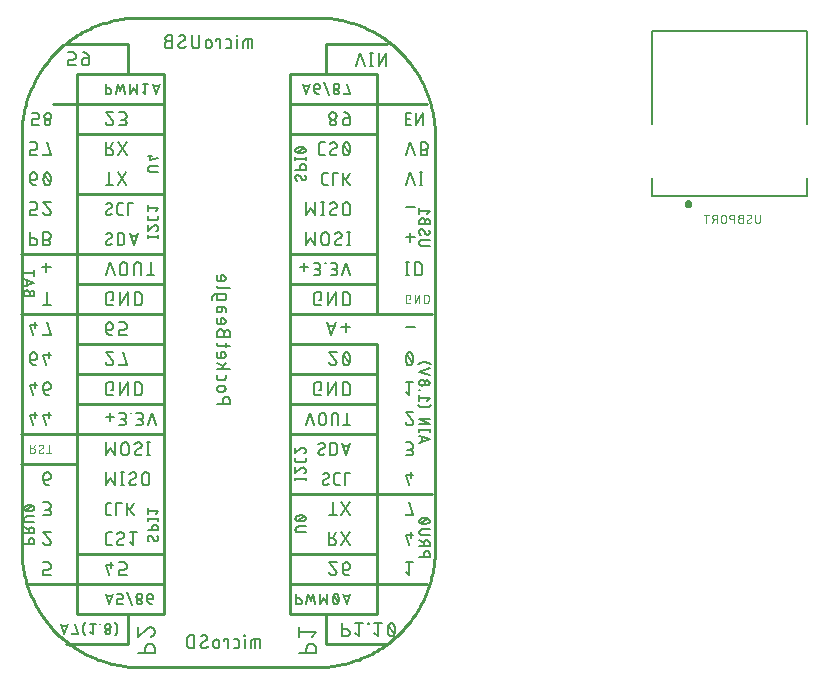
<source format=gbr>
G04 EAGLE Gerber RS-274X export*
G75*
%MOMM*%
%FSLAX34Y34*%
%LPD*%
%INSilkscreen Bottom*%
%IPPOS*%
%AMOC8*
5,1,8,0,0,1.08239X$1,22.5*%
G01*
%ADD10C,0.254000*%
%ADD11C,0.152400*%
%ADD12C,0.127000*%
%ADD13C,0.101600*%
%ADD14C,0.203200*%
%ADD15C,0.300000*%


D10*
X489470Y554570D02*
X489470Y904570D01*
X489499Y906986D01*
X489587Y909401D01*
X489733Y911813D01*
X489937Y914221D01*
X490199Y916624D01*
X490519Y919019D01*
X490897Y921406D01*
X491333Y923783D01*
X491826Y926148D01*
X492376Y928502D01*
X492982Y930841D01*
X493645Y933165D01*
X494364Y935472D01*
X495139Y937761D01*
X495968Y940030D01*
X496853Y942279D01*
X497791Y944506D01*
X498783Y946710D01*
X499827Y948889D01*
X500924Y951042D01*
X502073Y953168D01*
X503273Y955266D01*
X504523Y957334D01*
X505823Y959371D01*
X507172Y961376D01*
X508568Y963349D01*
X510012Y965286D01*
X511503Y967189D01*
X513038Y969054D01*
X514619Y970882D01*
X516243Y972672D01*
X517910Y974421D01*
X519619Y976130D01*
X521368Y977797D01*
X523158Y979421D01*
X524986Y981002D01*
X526851Y982537D01*
X528754Y984028D01*
X530691Y985472D01*
X532664Y986868D01*
X534669Y988217D01*
X536706Y989517D01*
X538774Y990767D01*
X540872Y991967D01*
X542998Y993116D01*
X545151Y994213D01*
X547330Y995257D01*
X549534Y996249D01*
X551761Y997187D01*
X554010Y998072D01*
X556279Y998901D01*
X558568Y999676D01*
X560875Y1000395D01*
X563199Y1001058D01*
X565538Y1001664D01*
X567892Y1002214D01*
X570257Y1002707D01*
X572634Y1003143D01*
X575021Y1003521D01*
X577416Y1003841D01*
X579819Y1004103D01*
X582227Y1004307D01*
X584639Y1004453D01*
X587054Y1004541D01*
X589470Y1004570D01*
X739470Y1004570D01*
X741886Y1004541D01*
X744301Y1004453D01*
X746713Y1004307D01*
X749121Y1004103D01*
X751524Y1003841D01*
X753919Y1003521D01*
X756306Y1003143D01*
X758683Y1002707D01*
X761048Y1002214D01*
X763402Y1001664D01*
X765741Y1001058D01*
X768065Y1000395D01*
X770372Y999676D01*
X772661Y998901D01*
X774930Y998072D01*
X777179Y997187D01*
X779406Y996249D01*
X781610Y995257D01*
X783789Y994213D01*
X785942Y993116D01*
X788068Y991967D01*
X790166Y990767D01*
X792234Y989517D01*
X794271Y988217D01*
X796276Y986868D01*
X798249Y985472D01*
X800186Y984028D01*
X802089Y982537D01*
X803954Y981002D01*
X805782Y979421D01*
X807572Y977797D01*
X809321Y976130D01*
X811030Y974421D01*
X812697Y972672D01*
X814321Y970882D01*
X815902Y969054D01*
X817437Y967189D01*
X818928Y965286D01*
X820372Y963349D01*
X821768Y961376D01*
X823117Y959371D01*
X824417Y957334D01*
X825667Y955266D01*
X826867Y953168D01*
X828016Y951042D01*
X829113Y948889D01*
X830157Y946710D01*
X831149Y944506D01*
X832087Y942279D01*
X832972Y940030D01*
X833801Y937761D01*
X834576Y935472D01*
X835295Y933165D01*
X835958Y930841D01*
X836564Y928502D01*
X837114Y926148D01*
X837607Y923783D01*
X838043Y921406D01*
X838421Y919019D01*
X838741Y916624D01*
X839003Y914221D01*
X839207Y911813D01*
X839353Y909401D01*
X839441Y906986D01*
X839470Y904570D01*
X839470Y554570D01*
X839441Y552154D01*
X839353Y549739D01*
X839207Y547327D01*
X839003Y544919D01*
X838741Y542516D01*
X838421Y540121D01*
X838043Y537734D01*
X837607Y535357D01*
X837114Y532992D01*
X836564Y530638D01*
X835958Y528299D01*
X835295Y525975D01*
X834576Y523668D01*
X833801Y521379D01*
X832972Y519110D01*
X832087Y516861D01*
X831149Y514634D01*
X830157Y512430D01*
X829113Y510251D01*
X828016Y508098D01*
X826867Y505972D01*
X825667Y503874D01*
X824417Y501806D01*
X823117Y499769D01*
X821768Y497764D01*
X820372Y495791D01*
X818928Y493854D01*
X817437Y491951D01*
X815902Y490086D01*
X814321Y488258D01*
X812697Y486468D01*
X811030Y484719D01*
X809321Y483010D01*
X807572Y481343D01*
X805782Y479719D01*
X803954Y478138D01*
X802089Y476603D01*
X800186Y475112D01*
X798249Y473668D01*
X796276Y472272D01*
X794271Y470923D01*
X792234Y469623D01*
X790166Y468373D01*
X788068Y467173D01*
X785942Y466024D01*
X783789Y464927D01*
X781610Y463883D01*
X779406Y462891D01*
X777179Y461953D01*
X774930Y461068D01*
X772661Y460239D01*
X770372Y459464D01*
X768065Y458745D01*
X765741Y458082D01*
X763402Y457476D01*
X761048Y456926D01*
X758683Y456433D01*
X756306Y455997D01*
X753919Y455619D01*
X751524Y455299D01*
X749121Y455037D01*
X746713Y454833D01*
X744301Y454687D01*
X741886Y454599D01*
X739470Y454570D01*
X589470Y454570D01*
X587054Y454599D01*
X584639Y454687D01*
X582227Y454833D01*
X579819Y455037D01*
X577416Y455299D01*
X575021Y455619D01*
X572634Y455997D01*
X570257Y456433D01*
X567892Y456926D01*
X565538Y457476D01*
X563199Y458082D01*
X560875Y458745D01*
X558568Y459464D01*
X556279Y460239D01*
X554010Y461068D01*
X551761Y461953D01*
X549534Y462891D01*
X547330Y463883D01*
X545151Y464927D01*
X542998Y466024D01*
X540872Y467173D01*
X538774Y468373D01*
X536706Y469623D01*
X534669Y470923D01*
X532664Y472272D01*
X530691Y473668D01*
X528754Y475112D01*
X526851Y476603D01*
X524986Y478138D01*
X523158Y479719D01*
X521368Y481343D01*
X519619Y483010D01*
X517910Y484719D01*
X516243Y486468D01*
X514619Y488258D01*
X513038Y490086D01*
X511503Y491951D01*
X510012Y493854D01*
X508568Y495791D01*
X507172Y497764D01*
X505823Y499769D01*
X504523Y501806D01*
X503273Y503874D01*
X502073Y505972D01*
X500924Y508098D01*
X499827Y510251D01*
X498783Y512430D01*
X497791Y514634D01*
X496853Y516861D01*
X495968Y519110D01*
X495139Y521379D01*
X494364Y523668D01*
X493645Y525975D01*
X492982Y528299D01*
X492376Y530638D01*
X491826Y532992D01*
X491333Y535357D01*
X490897Y537734D01*
X490519Y540121D01*
X490199Y542516D01*
X489937Y544919D01*
X489733Y547327D01*
X489587Y549739D01*
X489499Y552154D01*
X489470Y554570D01*
D11*
X654812Y677249D02*
X665988Y677249D01*
X665988Y680353D01*
X665986Y680464D01*
X665980Y680574D01*
X665970Y680685D01*
X665956Y680795D01*
X665939Y680904D01*
X665917Y681013D01*
X665892Y681121D01*
X665862Y681227D01*
X665829Y681333D01*
X665792Y681438D01*
X665752Y681541D01*
X665707Y681642D01*
X665660Y681742D01*
X665608Y681841D01*
X665553Y681937D01*
X665495Y682031D01*
X665434Y682123D01*
X665369Y682213D01*
X665301Y682301D01*
X665230Y682386D01*
X665156Y682468D01*
X665079Y682548D01*
X664999Y682625D01*
X664917Y682699D01*
X664832Y682770D01*
X664744Y682838D01*
X664654Y682903D01*
X664562Y682964D01*
X664468Y683022D01*
X664372Y683077D01*
X664273Y683129D01*
X664173Y683176D01*
X664072Y683221D01*
X663969Y683261D01*
X663864Y683298D01*
X663758Y683331D01*
X663652Y683361D01*
X663544Y683386D01*
X663435Y683408D01*
X663326Y683425D01*
X663216Y683439D01*
X663105Y683449D01*
X662995Y683455D01*
X662884Y683457D01*
X662773Y683455D01*
X662663Y683449D01*
X662552Y683439D01*
X662442Y683425D01*
X662333Y683408D01*
X662224Y683386D01*
X662116Y683361D01*
X662010Y683331D01*
X661904Y683298D01*
X661799Y683261D01*
X661696Y683221D01*
X661595Y683176D01*
X661495Y683129D01*
X661396Y683077D01*
X661300Y683022D01*
X661206Y682964D01*
X661114Y682903D01*
X661024Y682838D01*
X660936Y682770D01*
X660851Y682699D01*
X660769Y682625D01*
X660689Y682548D01*
X660612Y682468D01*
X660538Y682386D01*
X660467Y682301D01*
X660399Y682213D01*
X660334Y682123D01*
X660273Y682031D01*
X660215Y681937D01*
X660160Y681841D01*
X660108Y681742D01*
X660061Y681642D01*
X660016Y681541D01*
X659976Y681438D01*
X659939Y681333D01*
X659906Y681227D01*
X659876Y681121D01*
X659851Y681013D01*
X659829Y680904D01*
X659812Y680795D01*
X659798Y680685D01*
X659788Y680574D01*
X659782Y680464D01*
X659780Y680353D01*
X659779Y680353D02*
X659779Y677249D01*
X659779Y687945D02*
X657296Y687945D01*
X659779Y687945D02*
X659878Y687947D01*
X659976Y687953D01*
X660075Y687963D01*
X660172Y687976D01*
X660270Y687994D01*
X660366Y688015D01*
X660462Y688041D01*
X660556Y688070D01*
X660649Y688102D01*
X660741Y688139D01*
X660831Y688179D01*
X660920Y688223D01*
X661007Y688270D01*
X661092Y688320D01*
X661174Y688374D01*
X661255Y688431D01*
X661333Y688491D01*
X661409Y688555D01*
X661482Y688621D01*
X661553Y688690D01*
X661621Y688762D01*
X661685Y688837D01*
X661747Y688914D01*
X661806Y688993D01*
X661861Y689075D01*
X661914Y689159D01*
X661962Y689244D01*
X662008Y689332D01*
X662050Y689422D01*
X662088Y689513D01*
X662122Y689605D01*
X662153Y689699D01*
X662180Y689794D01*
X662204Y689890D01*
X662223Y689987D01*
X662239Y690084D01*
X662251Y690182D01*
X662259Y690281D01*
X662263Y690380D01*
X662263Y690478D01*
X662259Y690577D01*
X662251Y690676D01*
X662239Y690774D01*
X662223Y690871D01*
X662204Y690968D01*
X662180Y691064D01*
X662153Y691159D01*
X662122Y691253D01*
X662088Y691345D01*
X662050Y691436D01*
X662008Y691526D01*
X661962Y691614D01*
X661914Y691699D01*
X661861Y691783D01*
X661806Y691865D01*
X661747Y691944D01*
X661685Y692021D01*
X661621Y692096D01*
X661553Y692168D01*
X661482Y692237D01*
X661409Y692303D01*
X661333Y692367D01*
X661255Y692427D01*
X661174Y692484D01*
X661092Y692538D01*
X661007Y692588D01*
X660920Y692635D01*
X660831Y692679D01*
X660741Y692719D01*
X660649Y692756D01*
X660556Y692788D01*
X660462Y692817D01*
X660366Y692843D01*
X660270Y692864D01*
X660172Y692882D01*
X660075Y692895D01*
X659976Y692905D01*
X659878Y692911D01*
X659779Y692913D01*
X659779Y692912D02*
X657296Y692912D01*
X657296Y692913D02*
X657197Y692911D01*
X657099Y692905D01*
X657000Y692895D01*
X656903Y692882D01*
X656805Y692864D01*
X656709Y692843D01*
X656613Y692817D01*
X656519Y692788D01*
X656426Y692756D01*
X656334Y692719D01*
X656244Y692679D01*
X656155Y692635D01*
X656068Y692588D01*
X655983Y692538D01*
X655901Y692484D01*
X655820Y692427D01*
X655742Y692367D01*
X655666Y692303D01*
X655593Y692237D01*
X655522Y692168D01*
X655454Y692096D01*
X655390Y692021D01*
X655328Y691944D01*
X655269Y691865D01*
X655214Y691783D01*
X655161Y691699D01*
X655113Y691614D01*
X655067Y691526D01*
X655025Y691436D01*
X654987Y691345D01*
X654953Y691253D01*
X654922Y691159D01*
X654895Y691064D01*
X654871Y690968D01*
X654852Y690871D01*
X654836Y690774D01*
X654824Y690676D01*
X654816Y690577D01*
X654812Y690478D01*
X654812Y690380D01*
X654816Y690281D01*
X654824Y690182D01*
X654836Y690084D01*
X654852Y689987D01*
X654871Y689890D01*
X654895Y689794D01*
X654922Y689699D01*
X654953Y689605D01*
X654987Y689513D01*
X655025Y689422D01*
X655067Y689332D01*
X655113Y689244D01*
X655161Y689159D01*
X655214Y689075D01*
X655269Y688993D01*
X655328Y688914D01*
X655390Y688837D01*
X655454Y688762D01*
X655522Y688690D01*
X655593Y688621D01*
X655666Y688555D01*
X655742Y688491D01*
X655820Y688431D01*
X655901Y688374D01*
X655983Y688320D01*
X656068Y688270D01*
X656155Y688223D01*
X656244Y688179D01*
X656334Y688139D01*
X656426Y688102D01*
X656519Y688070D01*
X656613Y688041D01*
X656709Y688015D01*
X656805Y687994D01*
X656903Y687976D01*
X657000Y687963D01*
X657099Y687953D01*
X657197Y687947D01*
X657296Y687945D01*
X654812Y699730D02*
X654812Y702214D01*
X654812Y699730D02*
X654814Y699646D01*
X654819Y699563D01*
X654829Y699480D01*
X654842Y699397D01*
X654859Y699315D01*
X654879Y699234D01*
X654903Y699154D01*
X654931Y699075D01*
X654962Y698998D01*
X654996Y698922D01*
X655034Y698847D01*
X655076Y698774D01*
X655120Y698704D01*
X655168Y698635D01*
X655218Y698568D01*
X655272Y698504D01*
X655328Y698443D01*
X655388Y698383D01*
X655449Y698327D01*
X655513Y698273D01*
X655580Y698223D01*
X655649Y698175D01*
X655719Y698131D01*
X655792Y698089D01*
X655867Y698051D01*
X655943Y698017D01*
X656020Y697986D01*
X656099Y697958D01*
X656179Y697934D01*
X656260Y697914D01*
X656342Y697897D01*
X656425Y697884D01*
X656508Y697874D01*
X656591Y697869D01*
X656675Y697867D01*
X656675Y697868D02*
X660400Y697868D01*
X660400Y697867D02*
X660484Y697869D01*
X660567Y697875D01*
X660650Y697884D01*
X660733Y697897D01*
X660815Y697914D01*
X660896Y697934D01*
X660976Y697958D01*
X661055Y697986D01*
X661132Y698017D01*
X661208Y698051D01*
X661283Y698089D01*
X661356Y698131D01*
X661426Y698175D01*
X661495Y698223D01*
X661562Y698273D01*
X661626Y698327D01*
X661687Y698383D01*
X661747Y698443D01*
X661803Y698504D01*
X661857Y698568D01*
X661907Y698635D01*
X661955Y698704D01*
X661999Y698774D01*
X662041Y698847D01*
X662079Y698922D01*
X662113Y698998D01*
X662144Y699075D01*
X662172Y699154D01*
X662196Y699234D01*
X662216Y699315D01*
X662233Y699397D01*
X662246Y699480D01*
X662256Y699563D01*
X662261Y699646D01*
X662263Y699730D01*
X662263Y702214D01*
X665988Y707165D02*
X654812Y707165D01*
X658537Y707165D02*
X662263Y712132D01*
X660090Y709338D02*
X654812Y712132D01*
X654812Y718383D02*
X654812Y721487D01*
X654812Y718383D02*
X654814Y718299D01*
X654819Y718216D01*
X654829Y718133D01*
X654842Y718050D01*
X654859Y717968D01*
X654879Y717887D01*
X654903Y717807D01*
X654931Y717728D01*
X654962Y717651D01*
X654996Y717575D01*
X655034Y717500D01*
X655076Y717427D01*
X655120Y717357D01*
X655168Y717288D01*
X655218Y717221D01*
X655272Y717157D01*
X655328Y717096D01*
X655388Y717036D01*
X655449Y716980D01*
X655513Y716926D01*
X655580Y716876D01*
X655649Y716828D01*
X655719Y716784D01*
X655792Y716742D01*
X655867Y716704D01*
X655943Y716670D01*
X656020Y716639D01*
X656099Y716611D01*
X656179Y716587D01*
X656260Y716567D01*
X656342Y716550D01*
X656425Y716537D01*
X656508Y716527D01*
X656591Y716522D01*
X656675Y716520D01*
X659779Y716520D01*
X659878Y716522D01*
X659976Y716528D01*
X660075Y716538D01*
X660172Y716551D01*
X660270Y716569D01*
X660366Y716590D01*
X660462Y716616D01*
X660556Y716645D01*
X660649Y716677D01*
X660741Y716714D01*
X660831Y716754D01*
X660920Y716798D01*
X661007Y716845D01*
X661092Y716895D01*
X661174Y716949D01*
X661255Y717006D01*
X661333Y717066D01*
X661409Y717130D01*
X661482Y717196D01*
X661553Y717265D01*
X661621Y717337D01*
X661685Y717412D01*
X661747Y717489D01*
X661806Y717568D01*
X661861Y717650D01*
X661914Y717734D01*
X661962Y717819D01*
X662008Y717907D01*
X662050Y717997D01*
X662088Y718088D01*
X662122Y718180D01*
X662153Y718274D01*
X662180Y718369D01*
X662204Y718465D01*
X662223Y718562D01*
X662239Y718659D01*
X662251Y718757D01*
X662259Y718856D01*
X662263Y718955D01*
X662263Y719053D01*
X662259Y719152D01*
X662251Y719251D01*
X662239Y719349D01*
X662223Y719446D01*
X662204Y719543D01*
X662180Y719639D01*
X662153Y719734D01*
X662122Y719828D01*
X662088Y719920D01*
X662050Y720011D01*
X662008Y720101D01*
X661962Y720189D01*
X661914Y720274D01*
X661861Y720358D01*
X661806Y720440D01*
X661747Y720519D01*
X661685Y720596D01*
X661621Y720671D01*
X661553Y720743D01*
X661482Y720812D01*
X661409Y720878D01*
X661333Y720942D01*
X661255Y721002D01*
X661174Y721059D01*
X661092Y721113D01*
X661007Y721163D01*
X660920Y721210D01*
X660831Y721254D01*
X660741Y721294D01*
X660649Y721331D01*
X660556Y721363D01*
X660462Y721392D01*
X660366Y721418D01*
X660270Y721439D01*
X660172Y721457D01*
X660075Y721470D01*
X659976Y721480D01*
X659878Y721486D01*
X659779Y721488D01*
X659779Y721487D02*
X658537Y721487D01*
X658537Y716520D01*
X662263Y725408D02*
X662263Y729133D01*
X665988Y726649D02*
X656675Y726649D01*
X656591Y726651D01*
X656508Y726656D01*
X656425Y726666D01*
X656342Y726679D01*
X656260Y726696D01*
X656179Y726716D01*
X656099Y726740D01*
X656020Y726768D01*
X655943Y726799D01*
X655867Y726833D01*
X655792Y726871D01*
X655719Y726913D01*
X655649Y726957D01*
X655580Y727005D01*
X655513Y727055D01*
X655449Y727109D01*
X655388Y727165D01*
X655328Y727225D01*
X655272Y727286D01*
X655218Y727350D01*
X655168Y727417D01*
X655120Y727486D01*
X655076Y727556D01*
X655034Y727629D01*
X654996Y727704D01*
X654962Y727780D01*
X654931Y727857D01*
X654903Y727936D01*
X654879Y728016D01*
X654859Y728097D01*
X654842Y728179D01*
X654829Y728262D01*
X654819Y728345D01*
X654814Y728428D01*
X654812Y728512D01*
X654812Y729133D01*
X661021Y734399D02*
X661021Y737503D01*
X661020Y737503D02*
X661018Y737614D01*
X661012Y737724D01*
X661002Y737835D01*
X660988Y737945D01*
X660971Y738054D01*
X660949Y738163D01*
X660924Y738271D01*
X660894Y738377D01*
X660861Y738483D01*
X660824Y738588D01*
X660784Y738691D01*
X660739Y738792D01*
X660692Y738892D01*
X660640Y738991D01*
X660585Y739087D01*
X660527Y739181D01*
X660466Y739273D01*
X660401Y739363D01*
X660333Y739451D01*
X660262Y739536D01*
X660188Y739618D01*
X660111Y739698D01*
X660031Y739775D01*
X659949Y739849D01*
X659864Y739920D01*
X659776Y739988D01*
X659686Y740053D01*
X659594Y740114D01*
X659500Y740172D01*
X659404Y740227D01*
X659305Y740279D01*
X659205Y740326D01*
X659104Y740371D01*
X659001Y740411D01*
X658896Y740448D01*
X658790Y740481D01*
X658684Y740511D01*
X658576Y740536D01*
X658467Y740558D01*
X658358Y740575D01*
X658248Y740589D01*
X658137Y740599D01*
X658027Y740605D01*
X657916Y740607D01*
X657805Y740605D01*
X657695Y740599D01*
X657584Y740589D01*
X657474Y740575D01*
X657365Y740558D01*
X657256Y740536D01*
X657148Y740511D01*
X657042Y740481D01*
X656936Y740448D01*
X656831Y740411D01*
X656728Y740371D01*
X656627Y740326D01*
X656527Y740279D01*
X656428Y740227D01*
X656332Y740172D01*
X656238Y740114D01*
X656146Y740053D01*
X656056Y739988D01*
X655968Y739920D01*
X655883Y739849D01*
X655801Y739775D01*
X655721Y739698D01*
X655644Y739618D01*
X655570Y739536D01*
X655499Y739451D01*
X655431Y739363D01*
X655366Y739273D01*
X655305Y739181D01*
X655247Y739087D01*
X655192Y738991D01*
X655140Y738892D01*
X655093Y738792D01*
X655048Y738691D01*
X655008Y738588D01*
X654971Y738483D01*
X654938Y738377D01*
X654908Y738271D01*
X654883Y738163D01*
X654861Y738054D01*
X654844Y737945D01*
X654830Y737835D01*
X654820Y737724D01*
X654814Y737614D01*
X654812Y737503D01*
X654812Y734399D01*
X665988Y734399D01*
X665988Y737503D01*
X665986Y737602D01*
X665980Y737700D01*
X665970Y737799D01*
X665957Y737896D01*
X665939Y737994D01*
X665918Y738090D01*
X665892Y738186D01*
X665863Y738280D01*
X665831Y738373D01*
X665794Y738465D01*
X665754Y738555D01*
X665710Y738644D01*
X665663Y738731D01*
X665613Y738816D01*
X665559Y738898D01*
X665502Y738979D01*
X665442Y739057D01*
X665378Y739133D01*
X665312Y739206D01*
X665243Y739277D01*
X665171Y739345D01*
X665096Y739409D01*
X665019Y739471D01*
X664940Y739530D01*
X664858Y739585D01*
X664774Y739638D01*
X664689Y739686D01*
X664601Y739732D01*
X664511Y739774D01*
X664420Y739812D01*
X664328Y739846D01*
X664234Y739877D01*
X664139Y739904D01*
X664043Y739928D01*
X663946Y739947D01*
X663849Y739963D01*
X663751Y739975D01*
X663652Y739983D01*
X663553Y739987D01*
X663455Y739987D01*
X663356Y739983D01*
X663257Y739975D01*
X663159Y739963D01*
X663062Y739947D01*
X662965Y739928D01*
X662869Y739904D01*
X662774Y739877D01*
X662680Y739846D01*
X662588Y739812D01*
X662497Y739774D01*
X662407Y739732D01*
X662319Y739686D01*
X662234Y739638D01*
X662150Y739585D01*
X662068Y739530D01*
X661989Y739471D01*
X661912Y739409D01*
X661837Y739345D01*
X661765Y739277D01*
X661696Y739206D01*
X661630Y739133D01*
X661566Y739057D01*
X661506Y738979D01*
X661449Y738898D01*
X661395Y738816D01*
X661345Y738731D01*
X661298Y738644D01*
X661254Y738555D01*
X661214Y738465D01*
X661177Y738373D01*
X661145Y738280D01*
X661116Y738186D01*
X661090Y738090D01*
X661069Y737994D01*
X661051Y737896D01*
X661038Y737799D01*
X661028Y737700D01*
X661022Y737602D01*
X661020Y737503D01*
X654812Y746958D02*
X654812Y750062D01*
X654812Y746958D02*
X654814Y746874D01*
X654819Y746791D01*
X654829Y746708D01*
X654842Y746625D01*
X654859Y746543D01*
X654879Y746462D01*
X654903Y746382D01*
X654931Y746303D01*
X654962Y746226D01*
X654996Y746150D01*
X655034Y746075D01*
X655076Y746002D01*
X655120Y745932D01*
X655168Y745863D01*
X655218Y745796D01*
X655272Y745732D01*
X655328Y745671D01*
X655388Y745611D01*
X655449Y745555D01*
X655513Y745501D01*
X655580Y745451D01*
X655649Y745403D01*
X655719Y745359D01*
X655792Y745317D01*
X655867Y745279D01*
X655943Y745245D01*
X656020Y745214D01*
X656099Y745186D01*
X656179Y745162D01*
X656260Y745142D01*
X656342Y745125D01*
X656425Y745112D01*
X656508Y745102D01*
X656591Y745097D01*
X656675Y745095D01*
X659779Y745095D01*
X659878Y745097D01*
X659976Y745103D01*
X660075Y745113D01*
X660172Y745126D01*
X660270Y745144D01*
X660366Y745165D01*
X660462Y745191D01*
X660556Y745220D01*
X660649Y745252D01*
X660741Y745289D01*
X660831Y745329D01*
X660920Y745373D01*
X661007Y745420D01*
X661092Y745470D01*
X661174Y745524D01*
X661255Y745581D01*
X661333Y745641D01*
X661409Y745705D01*
X661482Y745771D01*
X661553Y745840D01*
X661621Y745912D01*
X661685Y745987D01*
X661747Y746064D01*
X661806Y746143D01*
X661861Y746225D01*
X661914Y746309D01*
X661962Y746394D01*
X662008Y746482D01*
X662050Y746572D01*
X662088Y746663D01*
X662122Y746755D01*
X662153Y746849D01*
X662180Y746944D01*
X662204Y747040D01*
X662223Y747137D01*
X662239Y747234D01*
X662251Y747332D01*
X662259Y747431D01*
X662263Y747530D01*
X662263Y747628D01*
X662259Y747727D01*
X662251Y747826D01*
X662239Y747924D01*
X662223Y748021D01*
X662204Y748118D01*
X662180Y748214D01*
X662153Y748309D01*
X662122Y748403D01*
X662088Y748495D01*
X662050Y748586D01*
X662008Y748676D01*
X661962Y748764D01*
X661914Y748849D01*
X661861Y748933D01*
X661806Y749015D01*
X661747Y749094D01*
X661685Y749171D01*
X661621Y749246D01*
X661553Y749318D01*
X661482Y749387D01*
X661409Y749453D01*
X661333Y749517D01*
X661255Y749577D01*
X661174Y749634D01*
X661092Y749688D01*
X661007Y749738D01*
X660920Y749785D01*
X660831Y749829D01*
X660741Y749869D01*
X660649Y749906D01*
X660556Y749938D01*
X660462Y749967D01*
X660366Y749993D01*
X660270Y750014D01*
X660172Y750032D01*
X660075Y750045D01*
X659976Y750055D01*
X659878Y750061D01*
X659779Y750063D01*
X659779Y750062D02*
X658537Y750062D01*
X658537Y745095D01*
X659158Y757100D02*
X659158Y759894D01*
X659158Y757100D02*
X659156Y757008D01*
X659150Y756916D01*
X659140Y756824D01*
X659127Y756733D01*
X659109Y756642D01*
X659088Y756552D01*
X659063Y756464D01*
X659034Y756376D01*
X659001Y756290D01*
X658965Y756205D01*
X658925Y756122D01*
X658882Y756040D01*
X658835Y755961D01*
X658785Y755883D01*
X658732Y755808D01*
X658676Y755735D01*
X658616Y755664D01*
X658554Y755596D01*
X658489Y755531D01*
X658421Y755469D01*
X658350Y755409D01*
X658277Y755353D01*
X658202Y755300D01*
X658124Y755250D01*
X658045Y755203D01*
X657963Y755160D01*
X657880Y755120D01*
X657795Y755084D01*
X657709Y755051D01*
X657621Y755022D01*
X657533Y754997D01*
X657443Y754976D01*
X657352Y754958D01*
X657261Y754945D01*
X657169Y754935D01*
X657077Y754929D01*
X656985Y754927D01*
X656893Y754929D01*
X656801Y754935D01*
X656709Y754945D01*
X656618Y754958D01*
X656527Y754976D01*
X656437Y754997D01*
X656349Y755022D01*
X656261Y755051D01*
X656175Y755084D01*
X656090Y755120D01*
X656007Y755160D01*
X655925Y755203D01*
X655846Y755250D01*
X655768Y755300D01*
X655693Y755353D01*
X655620Y755409D01*
X655549Y755469D01*
X655481Y755531D01*
X655416Y755596D01*
X655354Y755664D01*
X655294Y755735D01*
X655238Y755808D01*
X655185Y755883D01*
X655135Y755961D01*
X655088Y756040D01*
X655045Y756122D01*
X655005Y756205D01*
X654969Y756290D01*
X654936Y756376D01*
X654907Y756464D01*
X654882Y756552D01*
X654861Y756642D01*
X654843Y756733D01*
X654830Y756824D01*
X654820Y756916D01*
X654814Y757008D01*
X654812Y757100D01*
X654812Y759894D01*
X660400Y759894D01*
X660400Y759895D02*
X660484Y759893D01*
X660567Y759888D01*
X660650Y759878D01*
X660733Y759865D01*
X660815Y759848D01*
X660896Y759828D01*
X660976Y759804D01*
X661055Y759776D01*
X661132Y759745D01*
X661208Y759711D01*
X661283Y759673D01*
X661356Y759631D01*
X661426Y759587D01*
X661495Y759539D01*
X661562Y759489D01*
X661626Y759435D01*
X661687Y759379D01*
X661747Y759319D01*
X661803Y759258D01*
X661857Y759194D01*
X661907Y759127D01*
X661955Y759058D01*
X661999Y758988D01*
X662041Y758915D01*
X662079Y758840D01*
X662113Y758764D01*
X662144Y758687D01*
X662172Y758608D01*
X662196Y758528D01*
X662216Y758447D01*
X662233Y758365D01*
X662246Y758282D01*
X662256Y758199D01*
X662261Y758116D01*
X662263Y758032D01*
X662263Y755548D01*
X654812Y767077D02*
X654812Y770181D01*
X654812Y767077D02*
X654814Y766993D01*
X654819Y766910D01*
X654829Y766827D01*
X654842Y766744D01*
X654859Y766662D01*
X654879Y766581D01*
X654903Y766501D01*
X654931Y766422D01*
X654962Y766345D01*
X654996Y766269D01*
X655034Y766194D01*
X655076Y766121D01*
X655120Y766051D01*
X655168Y765982D01*
X655218Y765915D01*
X655272Y765851D01*
X655328Y765790D01*
X655388Y765730D01*
X655449Y765674D01*
X655513Y765620D01*
X655580Y765570D01*
X655649Y765522D01*
X655719Y765478D01*
X655792Y765436D01*
X655867Y765398D01*
X655943Y765364D01*
X656020Y765333D01*
X656099Y765305D01*
X656179Y765281D01*
X656260Y765261D01*
X656342Y765244D01*
X656425Y765231D01*
X656508Y765221D01*
X656591Y765216D01*
X656675Y765214D01*
X660400Y765214D01*
X660484Y765216D01*
X660567Y765222D01*
X660650Y765231D01*
X660733Y765244D01*
X660815Y765261D01*
X660896Y765281D01*
X660976Y765305D01*
X661055Y765333D01*
X661132Y765364D01*
X661208Y765398D01*
X661283Y765436D01*
X661356Y765478D01*
X661426Y765522D01*
X661495Y765570D01*
X661562Y765620D01*
X661626Y765674D01*
X661687Y765730D01*
X661747Y765790D01*
X661803Y765851D01*
X661857Y765915D01*
X661907Y765982D01*
X661955Y766051D01*
X661999Y766121D01*
X662041Y766194D01*
X662079Y766269D01*
X662113Y766345D01*
X662144Y766422D01*
X662172Y766501D01*
X662196Y766581D01*
X662216Y766662D01*
X662233Y766744D01*
X662246Y766827D01*
X662256Y766910D01*
X662261Y766993D01*
X662263Y767077D01*
X662263Y770181D01*
X652949Y770181D01*
X652949Y770182D02*
X652863Y770180D01*
X652777Y770174D01*
X652692Y770164D01*
X652607Y770150D01*
X652522Y770133D01*
X652439Y770111D01*
X652357Y770085D01*
X652276Y770056D01*
X652197Y770023D01*
X652119Y769987D01*
X652042Y769947D01*
X651968Y769903D01*
X651896Y769856D01*
X651826Y769806D01*
X651759Y769752D01*
X651694Y769696D01*
X651632Y769636D01*
X651572Y769574D01*
X651516Y769509D01*
X651462Y769442D01*
X651412Y769372D01*
X651365Y769300D01*
X651321Y769226D01*
X651281Y769149D01*
X651245Y769072D01*
X651212Y768992D01*
X651183Y768911D01*
X651157Y768829D01*
X651135Y768746D01*
X651118Y768661D01*
X651104Y768576D01*
X651094Y768491D01*
X651088Y768405D01*
X651086Y768319D01*
X651087Y768319D02*
X651087Y765835D01*
X656675Y775667D02*
X665988Y775667D01*
X656675Y775666D02*
X656591Y775668D01*
X656508Y775673D01*
X656425Y775683D01*
X656342Y775696D01*
X656260Y775713D01*
X656179Y775733D01*
X656099Y775757D01*
X656020Y775785D01*
X655943Y775816D01*
X655867Y775850D01*
X655792Y775888D01*
X655719Y775930D01*
X655649Y775974D01*
X655580Y776022D01*
X655513Y776072D01*
X655449Y776126D01*
X655388Y776182D01*
X655328Y776242D01*
X655272Y776303D01*
X655218Y776367D01*
X655168Y776434D01*
X655120Y776503D01*
X655076Y776573D01*
X655034Y776646D01*
X654996Y776721D01*
X654962Y776797D01*
X654931Y776874D01*
X654903Y776953D01*
X654879Y777033D01*
X654859Y777114D01*
X654842Y777196D01*
X654829Y777279D01*
X654819Y777362D01*
X654814Y777445D01*
X654812Y777529D01*
X654812Y783534D02*
X654812Y786638D01*
X654812Y783534D02*
X654814Y783450D01*
X654819Y783367D01*
X654829Y783284D01*
X654842Y783201D01*
X654859Y783119D01*
X654879Y783038D01*
X654903Y782958D01*
X654931Y782879D01*
X654962Y782802D01*
X654996Y782726D01*
X655034Y782651D01*
X655076Y782578D01*
X655120Y782508D01*
X655168Y782439D01*
X655218Y782372D01*
X655272Y782308D01*
X655328Y782247D01*
X655388Y782187D01*
X655449Y782131D01*
X655513Y782077D01*
X655580Y782027D01*
X655649Y781979D01*
X655719Y781935D01*
X655792Y781893D01*
X655867Y781855D01*
X655943Y781821D01*
X656020Y781790D01*
X656099Y781762D01*
X656179Y781738D01*
X656260Y781718D01*
X656342Y781701D01*
X656425Y781688D01*
X656508Y781678D01*
X656591Y781673D01*
X656675Y781671D01*
X659779Y781671D01*
X659779Y781670D02*
X659878Y781672D01*
X659976Y781678D01*
X660075Y781688D01*
X660172Y781701D01*
X660270Y781719D01*
X660366Y781740D01*
X660462Y781766D01*
X660556Y781795D01*
X660649Y781827D01*
X660741Y781864D01*
X660831Y781904D01*
X660920Y781948D01*
X661007Y781995D01*
X661092Y782045D01*
X661174Y782099D01*
X661255Y782156D01*
X661333Y782216D01*
X661409Y782280D01*
X661482Y782346D01*
X661553Y782415D01*
X661621Y782487D01*
X661685Y782562D01*
X661747Y782639D01*
X661806Y782718D01*
X661861Y782800D01*
X661914Y782884D01*
X661962Y782969D01*
X662008Y783057D01*
X662050Y783147D01*
X662088Y783238D01*
X662122Y783330D01*
X662153Y783424D01*
X662180Y783519D01*
X662204Y783615D01*
X662223Y783712D01*
X662239Y783809D01*
X662251Y783907D01*
X662259Y784006D01*
X662263Y784105D01*
X662263Y784203D01*
X662259Y784302D01*
X662251Y784401D01*
X662239Y784499D01*
X662223Y784596D01*
X662204Y784693D01*
X662180Y784789D01*
X662153Y784884D01*
X662122Y784978D01*
X662088Y785070D01*
X662050Y785161D01*
X662008Y785251D01*
X661962Y785339D01*
X661914Y785424D01*
X661861Y785508D01*
X661806Y785590D01*
X661747Y785669D01*
X661685Y785746D01*
X661621Y785821D01*
X661553Y785893D01*
X661482Y785962D01*
X661409Y786028D01*
X661333Y786092D01*
X661255Y786152D01*
X661174Y786209D01*
X661092Y786263D01*
X661007Y786313D01*
X660920Y786360D01*
X660831Y786404D01*
X660741Y786444D01*
X660649Y786481D01*
X660556Y786513D01*
X660462Y786542D01*
X660366Y786568D01*
X660270Y786589D01*
X660172Y786607D01*
X660075Y786620D01*
X659976Y786630D01*
X659878Y786636D01*
X659779Y786638D01*
X658537Y786638D01*
X658537Y781671D01*
X684749Y978662D02*
X684749Y986113D01*
X679161Y986113D01*
X679075Y986111D01*
X678989Y986105D01*
X678904Y986095D01*
X678819Y986081D01*
X678734Y986064D01*
X678651Y986042D01*
X678569Y986016D01*
X678488Y985987D01*
X678409Y985954D01*
X678331Y985918D01*
X678254Y985878D01*
X678180Y985834D01*
X678108Y985787D01*
X678038Y985737D01*
X677971Y985683D01*
X677906Y985627D01*
X677844Y985567D01*
X677784Y985505D01*
X677728Y985440D01*
X677674Y985373D01*
X677624Y985303D01*
X677577Y985231D01*
X677533Y985157D01*
X677493Y985080D01*
X677457Y985003D01*
X677424Y984923D01*
X677395Y984842D01*
X677369Y984760D01*
X677347Y984677D01*
X677330Y984592D01*
X677316Y984507D01*
X677306Y984422D01*
X677300Y984336D01*
X677298Y984250D01*
X677298Y978662D01*
X681023Y978662D02*
X681023Y986113D01*
X671879Y986113D02*
X671879Y978662D01*
X672190Y989217D02*
X672190Y989838D01*
X671569Y989838D01*
X671569Y989217D01*
X672190Y989217D01*
X665245Y978662D02*
X662761Y978662D01*
X665245Y978662D02*
X665329Y978664D01*
X665412Y978670D01*
X665495Y978679D01*
X665578Y978692D01*
X665660Y978709D01*
X665741Y978729D01*
X665821Y978753D01*
X665900Y978781D01*
X665977Y978812D01*
X666053Y978846D01*
X666128Y978884D01*
X666201Y978926D01*
X666271Y978970D01*
X666340Y979018D01*
X666407Y979068D01*
X666471Y979122D01*
X666532Y979178D01*
X666592Y979238D01*
X666648Y979299D01*
X666702Y979363D01*
X666752Y979430D01*
X666800Y979499D01*
X666844Y979569D01*
X666886Y979642D01*
X666924Y979717D01*
X666958Y979793D01*
X666989Y979870D01*
X667017Y979949D01*
X667041Y980029D01*
X667061Y980110D01*
X667078Y980192D01*
X667091Y980275D01*
X667101Y980358D01*
X667106Y980441D01*
X667108Y980525D01*
X667107Y980525D02*
X667107Y984250D01*
X667108Y984250D02*
X667106Y984334D01*
X667101Y984417D01*
X667091Y984500D01*
X667078Y984583D01*
X667061Y984665D01*
X667041Y984746D01*
X667017Y984826D01*
X666989Y984905D01*
X666958Y984982D01*
X666924Y985058D01*
X666886Y985133D01*
X666844Y985206D01*
X666800Y985276D01*
X666752Y985345D01*
X666702Y985412D01*
X666648Y985476D01*
X666592Y985537D01*
X666532Y985597D01*
X666471Y985653D01*
X666407Y985707D01*
X666340Y985757D01*
X666271Y985805D01*
X666201Y985849D01*
X666128Y985891D01*
X666053Y985929D01*
X665977Y985963D01*
X665900Y985994D01*
X665821Y986022D01*
X665741Y986046D01*
X665660Y986066D01*
X665578Y986083D01*
X665495Y986096D01*
X665412Y986106D01*
X665329Y986111D01*
X665245Y986113D01*
X662761Y986113D01*
X657897Y986113D02*
X657897Y978662D01*
X657897Y986113D02*
X654172Y986113D01*
X654172Y984871D01*
X650360Y983629D02*
X650360Y981146D01*
X650360Y983629D02*
X650358Y983728D01*
X650352Y983826D01*
X650342Y983925D01*
X650329Y984022D01*
X650311Y984120D01*
X650290Y984216D01*
X650264Y984312D01*
X650235Y984406D01*
X650203Y984499D01*
X650166Y984591D01*
X650126Y984681D01*
X650082Y984770D01*
X650035Y984857D01*
X649985Y984942D01*
X649931Y985024D01*
X649874Y985105D01*
X649814Y985183D01*
X649750Y985259D01*
X649684Y985332D01*
X649615Y985403D01*
X649543Y985471D01*
X649468Y985535D01*
X649391Y985597D01*
X649312Y985656D01*
X649230Y985711D01*
X649146Y985764D01*
X649061Y985812D01*
X648973Y985858D01*
X648883Y985900D01*
X648792Y985938D01*
X648700Y985972D01*
X648606Y986003D01*
X648511Y986030D01*
X648415Y986054D01*
X648318Y986073D01*
X648221Y986089D01*
X648123Y986101D01*
X648024Y986109D01*
X647925Y986113D01*
X647827Y986113D01*
X647728Y986109D01*
X647629Y986101D01*
X647531Y986089D01*
X647434Y986073D01*
X647337Y986054D01*
X647241Y986030D01*
X647146Y986003D01*
X647052Y985972D01*
X646960Y985938D01*
X646869Y985900D01*
X646779Y985858D01*
X646691Y985812D01*
X646606Y985764D01*
X646522Y985711D01*
X646440Y985656D01*
X646361Y985597D01*
X646284Y985535D01*
X646209Y985471D01*
X646137Y985403D01*
X646068Y985332D01*
X646002Y985259D01*
X645938Y985183D01*
X645878Y985105D01*
X645821Y985024D01*
X645767Y984942D01*
X645717Y984857D01*
X645670Y984770D01*
X645626Y984681D01*
X645586Y984591D01*
X645549Y984499D01*
X645517Y984406D01*
X645488Y984312D01*
X645462Y984216D01*
X645441Y984120D01*
X645423Y984022D01*
X645410Y983925D01*
X645400Y983826D01*
X645394Y983728D01*
X645392Y983629D01*
X645393Y983629D02*
X645393Y981146D01*
X645392Y981146D02*
X645394Y981047D01*
X645400Y980949D01*
X645410Y980850D01*
X645423Y980753D01*
X645441Y980655D01*
X645462Y980559D01*
X645488Y980463D01*
X645517Y980369D01*
X645549Y980276D01*
X645586Y980184D01*
X645626Y980094D01*
X645670Y980005D01*
X645717Y979918D01*
X645767Y979833D01*
X645821Y979751D01*
X645878Y979670D01*
X645938Y979592D01*
X646002Y979516D01*
X646068Y979443D01*
X646137Y979372D01*
X646209Y979304D01*
X646284Y979240D01*
X646361Y979178D01*
X646440Y979119D01*
X646522Y979064D01*
X646606Y979011D01*
X646691Y978963D01*
X646779Y978917D01*
X646869Y978875D01*
X646960Y978837D01*
X647052Y978803D01*
X647146Y978772D01*
X647241Y978745D01*
X647337Y978721D01*
X647434Y978702D01*
X647531Y978686D01*
X647629Y978674D01*
X647728Y978666D01*
X647827Y978662D01*
X647925Y978662D01*
X648024Y978666D01*
X648123Y978674D01*
X648221Y978686D01*
X648318Y978702D01*
X648415Y978721D01*
X648511Y978745D01*
X648606Y978772D01*
X648700Y978803D01*
X648792Y978837D01*
X648883Y978875D01*
X648973Y978917D01*
X649061Y978963D01*
X649146Y979011D01*
X649230Y979064D01*
X649312Y979119D01*
X649391Y979178D01*
X649468Y979240D01*
X649543Y979304D01*
X649615Y979372D01*
X649684Y979443D01*
X649750Y979516D01*
X649814Y979592D01*
X649874Y979670D01*
X649931Y979751D01*
X649985Y979833D01*
X650035Y979918D01*
X650082Y980005D01*
X650126Y980094D01*
X650166Y980184D01*
X650203Y980276D01*
X650235Y980369D01*
X650264Y980463D01*
X650290Y980559D01*
X650311Y980655D01*
X650329Y980753D01*
X650342Y980850D01*
X650352Y980949D01*
X650358Y981047D01*
X650360Y981146D01*
X639932Y981766D02*
X639932Y989838D01*
X639931Y981766D02*
X639929Y981655D01*
X639923Y981545D01*
X639913Y981434D01*
X639899Y981324D01*
X639882Y981215D01*
X639860Y981106D01*
X639835Y980998D01*
X639805Y980892D01*
X639772Y980786D01*
X639735Y980681D01*
X639695Y980578D01*
X639650Y980477D01*
X639603Y980377D01*
X639551Y980278D01*
X639496Y980182D01*
X639438Y980088D01*
X639377Y979996D01*
X639312Y979906D01*
X639244Y979818D01*
X639173Y979733D01*
X639099Y979651D01*
X639022Y979571D01*
X638942Y979494D01*
X638860Y979420D01*
X638775Y979349D01*
X638687Y979281D01*
X638597Y979216D01*
X638505Y979155D01*
X638411Y979097D01*
X638315Y979042D01*
X638216Y978990D01*
X638116Y978943D01*
X638015Y978898D01*
X637912Y978858D01*
X637807Y978821D01*
X637701Y978788D01*
X637595Y978758D01*
X637487Y978733D01*
X637378Y978711D01*
X637269Y978694D01*
X637159Y978680D01*
X637048Y978670D01*
X636938Y978664D01*
X636827Y978662D01*
X636716Y978664D01*
X636606Y978670D01*
X636495Y978680D01*
X636385Y978694D01*
X636276Y978711D01*
X636167Y978733D01*
X636059Y978758D01*
X635953Y978788D01*
X635847Y978821D01*
X635742Y978858D01*
X635639Y978898D01*
X635538Y978943D01*
X635438Y978990D01*
X635339Y979042D01*
X635243Y979097D01*
X635149Y979155D01*
X635057Y979216D01*
X634967Y979281D01*
X634879Y979349D01*
X634794Y979420D01*
X634712Y979494D01*
X634632Y979571D01*
X634555Y979651D01*
X634481Y979733D01*
X634410Y979818D01*
X634342Y979906D01*
X634277Y979996D01*
X634216Y980088D01*
X634158Y980182D01*
X634103Y980278D01*
X634051Y980377D01*
X634004Y980477D01*
X633959Y980578D01*
X633919Y980681D01*
X633882Y980786D01*
X633849Y980892D01*
X633819Y980998D01*
X633794Y981106D01*
X633772Y981215D01*
X633755Y981324D01*
X633741Y981434D01*
X633731Y981545D01*
X633725Y981655D01*
X633723Y981766D01*
X633723Y989838D01*
X624777Y978662D02*
X624679Y978664D01*
X624582Y978670D01*
X624485Y978679D01*
X624388Y978693D01*
X624292Y978710D01*
X624197Y978731D01*
X624103Y978755D01*
X624009Y978784D01*
X623917Y978816D01*
X623826Y978851D01*
X623737Y978890D01*
X623649Y978933D01*
X623563Y978979D01*
X623479Y979028D01*
X623397Y979081D01*
X623317Y979136D01*
X623239Y979195D01*
X623164Y979257D01*
X623091Y979322D01*
X623021Y979390D01*
X622953Y979460D01*
X622888Y979533D01*
X622826Y979608D01*
X622767Y979686D01*
X622712Y979766D01*
X622659Y979848D01*
X622610Y979932D01*
X622564Y980018D01*
X622521Y980106D01*
X622482Y980195D01*
X622447Y980286D01*
X622415Y980378D01*
X622386Y980472D01*
X622362Y980566D01*
X622341Y980661D01*
X622324Y980757D01*
X622310Y980854D01*
X622301Y980951D01*
X622295Y981048D01*
X622293Y981146D01*
X624777Y978662D02*
X624920Y978664D01*
X625063Y978670D01*
X625205Y978679D01*
X625347Y978693D01*
X625489Y978711D01*
X625630Y978732D01*
X625771Y978757D01*
X625911Y978786D01*
X626050Y978819D01*
X626188Y978855D01*
X626325Y978896D01*
X626461Y978940D01*
X626595Y978987D01*
X626729Y979039D01*
X626860Y979093D01*
X626991Y979152D01*
X627119Y979214D01*
X627246Y979279D01*
X627371Y979348D01*
X627495Y979421D01*
X627616Y979496D01*
X627735Y979575D01*
X627852Y979657D01*
X627966Y979743D01*
X628078Y979831D01*
X628188Y979922D01*
X628295Y980017D01*
X628400Y980114D01*
X628502Y980214D01*
X628192Y987354D02*
X628190Y987452D01*
X628184Y987549D01*
X628175Y987646D01*
X628161Y987743D01*
X628144Y987839D01*
X628123Y987934D01*
X628099Y988028D01*
X628070Y988122D01*
X628038Y988214D01*
X628003Y988305D01*
X627964Y988394D01*
X627921Y988482D01*
X627875Y988568D01*
X627826Y988652D01*
X627773Y988734D01*
X627718Y988814D01*
X627659Y988892D01*
X627597Y988967D01*
X627532Y989040D01*
X627464Y989110D01*
X627394Y989178D01*
X627321Y989243D01*
X627246Y989305D01*
X627168Y989364D01*
X627088Y989419D01*
X627006Y989472D01*
X626922Y989521D01*
X626836Y989567D01*
X626748Y989610D01*
X626659Y989649D01*
X626568Y989684D01*
X626476Y989716D01*
X626382Y989745D01*
X626288Y989769D01*
X626193Y989790D01*
X626097Y989807D01*
X626000Y989821D01*
X625903Y989830D01*
X625806Y989836D01*
X625708Y989838D01*
X625578Y989836D01*
X625448Y989831D01*
X625318Y989822D01*
X625188Y989809D01*
X625059Y989793D01*
X624930Y989773D01*
X624802Y989749D01*
X624674Y989722D01*
X624548Y989691D01*
X624422Y989657D01*
X624297Y989619D01*
X624174Y989578D01*
X624051Y989533D01*
X623930Y989485D01*
X623810Y989434D01*
X623692Y989379D01*
X623576Y989321D01*
X623461Y989260D01*
X623347Y989195D01*
X623236Y989128D01*
X623127Y989057D01*
X623019Y988983D01*
X622914Y988907D01*
X626949Y985181D02*
X627032Y985232D01*
X627113Y985286D01*
X627191Y985343D01*
X627267Y985403D01*
X627341Y985466D01*
X627412Y985532D01*
X627481Y985600D01*
X627547Y985671D01*
X627611Y985744D01*
X627671Y985820D01*
X627728Y985898D01*
X627783Y985979D01*
X627834Y986061D01*
X627882Y986145D01*
X627927Y986231D01*
X627969Y986319D01*
X628007Y986408D01*
X628041Y986498D01*
X628073Y986590D01*
X628100Y986683D01*
X628124Y986777D01*
X628145Y986872D01*
X628161Y986968D01*
X628174Y987064D01*
X628184Y987160D01*
X628189Y987257D01*
X628191Y987354D01*
X623535Y983319D02*
X623452Y983268D01*
X623371Y983214D01*
X623293Y983157D01*
X623217Y983097D01*
X623143Y983034D01*
X623072Y982968D01*
X623003Y982900D01*
X622937Y982829D01*
X622873Y982756D01*
X622813Y982680D01*
X622756Y982602D01*
X622701Y982521D01*
X622650Y982439D01*
X622602Y982355D01*
X622557Y982269D01*
X622515Y982181D01*
X622477Y982092D01*
X622443Y982002D01*
X622411Y981910D01*
X622384Y981817D01*
X622360Y981723D01*
X622339Y981628D01*
X622323Y981532D01*
X622310Y981436D01*
X622300Y981340D01*
X622295Y981243D01*
X622293Y981146D01*
X623535Y983319D02*
X626950Y985181D01*
X616860Y984871D02*
X613756Y984871D01*
X613756Y984870D02*
X613645Y984868D01*
X613535Y984862D01*
X613424Y984852D01*
X613314Y984838D01*
X613205Y984821D01*
X613096Y984799D01*
X612988Y984774D01*
X612882Y984744D01*
X612776Y984711D01*
X612671Y984674D01*
X612568Y984634D01*
X612467Y984589D01*
X612367Y984542D01*
X612268Y984490D01*
X612172Y984435D01*
X612078Y984377D01*
X611986Y984316D01*
X611896Y984251D01*
X611808Y984183D01*
X611723Y984112D01*
X611641Y984038D01*
X611561Y983961D01*
X611484Y983881D01*
X611410Y983799D01*
X611339Y983714D01*
X611271Y983626D01*
X611206Y983536D01*
X611145Y983444D01*
X611087Y983350D01*
X611032Y983254D01*
X610980Y983155D01*
X610933Y983055D01*
X610888Y982954D01*
X610848Y982851D01*
X610811Y982746D01*
X610778Y982640D01*
X610748Y982534D01*
X610723Y982426D01*
X610701Y982317D01*
X610684Y982208D01*
X610670Y982098D01*
X610660Y981987D01*
X610654Y981877D01*
X610652Y981766D01*
X610654Y981655D01*
X610660Y981545D01*
X610670Y981434D01*
X610684Y981324D01*
X610701Y981215D01*
X610723Y981106D01*
X610748Y980998D01*
X610778Y980892D01*
X610811Y980786D01*
X610848Y980681D01*
X610888Y980578D01*
X610933Y980477D01*
X610980Y980377D01*
X611032Y980278D01*
X611087Y980182D01*
X611145Y980088D01*
X611206Y979996D01*
X611271Y979906D01*
X611339Y979818D01*
X611410Y979733D01*
X611484Y979651D01*
X611561Y979571D01*
X611641Y979494D01*
X611723Y979420D01*
X611808Y979349D01*
X611896Y979281D01*
X611986Y979216D01*
X612078Y979155D01*
X612172Y979097D01*
X612268Y979042D01*
X612367Y978990D01*
X612467Y978943D01*
X612568Y978898D01*
X612671Y978858D01*
X612776Y978821D01*
X612882Y978788D01*
X612988Y978758D01*
X613096Y978733D01*
X613205Y978711D01*
X613314Y978694D01*
X613424Y978680D01*
X613535Y978670D01*
X613645Y978664D01*
X613756Y978662D01*
X616860Y978662D01*
X616860Y989838D01*
X613756Y989838D01*
X613657Y989836D01*
X613559Y989830D01*
X613460Y989820D01*
X613363Y989807D01*
X613265Y989789D01*
X613169Y989768D01*
X613073Y989742D01*
X612979Y989713D01*
X612886Y989681D01*
X612794Y989644D01*
X612704Y989604D01*
X612615Y989560D01*
X612528Y989513D01*
X612443Y989463D01*
X612361Y989409D01*
X612280Y989352D01*
X612202Y989292D01*
X612126Y989228D01*
X612053Y989162D01*
X611982Y989093D01*
X611914Y989021D01*
X611850Y988946D01*
X611788Y988869D01*
X611729Y988790D01*
X611674Y988708D01*
X611621Y988624D01*
X611573Y988539D01*
X611527Y988451D01*
X611485Y988361D01*
X611447Y988270D01*
X611413Y988178D01*
X611382Y988084D01*
X611355Y987989D01*
X611331Y987893D01*
X611312Y987796D01*
X611296Y987699D01*
X611284Y987601D01*
X611276Y987502D01*
X611272Y987403D01*
X611272Y987305D01*
X611276Y987206D01*
X611284Y987107D01*
X611296Y987009D01*
X611312Y986912D01*
X611331Y986815D01*
X611355Y986719D01*
X611382Y986624D01*
X611413Y986530D01*
X611447Y986438D01*
X611485Y986347D01*
X611527Y986257D01*
X611573Y986169D01*
X611621Y986084D01*
X611674Y986000D01*
X611729Y985918D01*
X611788Y985839D01*
X611850Y985762D01*
X611914Y985687D01*
X611982Y985615D01*
X612053Y985546D01*
X612126Y985480D01*
X612202Y985416D01*
X612280Y985356D01*
X612361Y985299D01*
X612443Y985245D01*
X612528Y985195D01*
X612615Y985148D01*
X612704Y985104D01*
X612794Y985064D01*
X612886Y985027D01*
X612979Y984995D01*
X613073Y984966D01*
X613169Y984940D01*
X613265Y984919D01*
X613363Y984901D01*
X613460Y984888D01*
X613559Y984878D01*
X613657Y984872D01*
X613756Y984870D01*
X691247Y478113D02*
X691247Y470662D01*
X691247Y478113D02*
X685659Y478113D01*
X685573Y478111D01*
X685487Y478105D01*
X685402Y478095D01*
X685317Y478081D01*
X685232Y478064D01*
X685149Y478042D01*
X685067Y478016D01*
X684986Y477987D01*
X684907Y477954D01*
X684829Y477918D01*
X684752Y477878D01*
X684678Y477834D01*
X684606Y477787D01*
X684536Y477737D01*
X684469Y477683D01*
X684404Y477627D01*
X684342Y477567D01*
X684282Y477505D01*
X684226Y477440D01*
X684172Y477373D01*
X684122Y477303D01*
X684075Y477231D01*
X684031Y477157D01*
X683991Y477080D01*
X683955Y477003D01*
X683922Y476923D01*
X683893Y476842D01*
X683867Y476760D01*
X683845Y476677D01*
X683828Y476592D01*
X683814Y476507D01*
X683804Y476422D01*
X683798Y476336D01*
X683796Y476250D01*
X683796Y470662D01*
X687522Y470662D02*
X687522Y478113D01*
X678378Y478113D02*
X678378Y470662D01*
X678688Y481217D02*
X678688Y481838D01*
X678067Y481838D01*
X678067Y481217D01*
X678688Y481217D01*
X671743Y470662D02*
X669259Y470662D01*
X671743Y470662D02*
X671827Y470664D01*
X671910Y470670D01*
X671993Y470679D01*
X672076Y470692D01*
X672158Y470709D01*
X672239Y470729D01*
X672319Y470753D01*
X672398Y470781D01*
X672475Y470812D01*
X672551Y470846D01*
X672626Y470884D01*
X672699Y470926D01*
X672769Y470970D01*
X672838Y471018D01*
X672905Y471068D01*
X672969Y471122D01*
X673030Y471178D01*
X673090Y471238D01*
X673146Y471299D01*
X673200Y471363D01*
X673250Y471430D01*
X673298Y471499D01*
X673342Y471569D01*
X673384Y471642D01*
X673422Y471717D01*
X673456Y471793D01*
X673487Y471870D01*
X673515Y471949D01*
X673539Y472029D01*
X673559Y472110D01*
X673576Y472192D01*
X673589Y472275D01*
X673599Y472358D01*
X673604Y472441D01*
X673606Y472525D01*
X673605Y472525D02*
X673605Y476250D01*
X673606Y476250D02*
X673604Y476334D01*
X673599Y476417D01*
X673589Y476500D01*
X673576Y476583D01*
X673559Y476665D01*
X673539Y476746D01*
X673515Y476826D01*
X673487Y476905D01*
X673456Y476982D01*
X673422Y477058D01*
X673384Y477133D01*
X673342Y477206D01*
X673298Y477276D01*
X673250Y477345D01*
X673200Y477412D01*
X673146Y477476D01*
X673090Y477537D01*
X673030Y477597D01*
X672969Y477653D01*
X672905Y477707D01*
X672838Y477757D01*
X672769Y477805D01*
X672699Y477849D01*
X672626Y477891D01*
X672551Y477929D01*
X672475Y477963D01*
X672398Y477994D01*
X672319Y478022D01*
X672239Y478046D01*
X672158Y478066D01*
X672076Y478083D01*
X671993Y478096D01*
X671910Y478106D01*
X671827Y478111D01*
X671743Y478113D01*
X669259Y478113D01*
X664395Y478113D02*
X664395Y470662D01*
X664395Y478113D02*
X660670Y478113D01*
X660670Y476871D01*
X656858Y475629D02*
X656858Y473146D01*
X656859Y475629D02*
X656857Y475728D01*
X656851Y475826D01*
X656841Y475925D01*
X656828Y476022D01*
X656810Y476120D01*
X656789Y476216D01*
X656763Y476312D01*
X656734Y476406D01*
X656702Y476499D01*
X656665Y476591D01*
X656625Y476681D01*
X656581Y476770D01*
X656534Y476857D01*
X656484Y476942D01*
X656430Y477024D01*
X656373Y477105D01*
X656313Y477183D01*
X656249Y477259D01*
X656183Y477332D01*
X656114Y477403D01*
X656042Y477471D01*
X655967Y477535D01*
X655890Y477597D01*
X655811Y477656D01*
X655729Y477711D01*
X655645Y477764D01*
X655560Y477812D01*
X655472Y477858D01*
X655382Y477900D01*
X655291Y477938D01*
X655199Y477972D01*
X655105Y478003D01*
X655010Y478030D01*
X654914Y478054D01*
X654817Y478073D01*
X654720Y478089D01*
X654622Y478101D01*
X654523Y478109D01*
X654424Y478113D01*
X654326Y478113D01*
X654227Y478109D01*
X654128Y478101D01*
X654030Y478089D01*
X653933Y478073D01*
X653836Y478054D01*
X653740Y478030D01*
X653645Y478003D01*
X653551Y477972D01*
X653459Y477938D01*
X653368Y477900D01*
X653278Y477858D01*
X653190Y477812D01*
X653105Y477764D01*
X653021Y477711D01*
X652939Y477656D01*
X652860Y477597D01*
X652783Y477535D01*
X652708Y477471D01*
X652636Y477403D01*
X652567Y477332D01*
X652501Y477259D01*
X652437Y477183D01*
X652377Y477105D01*
X652320Y477024D01*
X652266Y476942D01*
X652216Y476857D01*
X652169Y476770D01*
X652125Y476681D01*
X652085Y476591D01*
X652048Y476499D01*
X652016Y476406D01*
X651987Y476312D01*
X651961Y476216D01*
X651940Y476120D01*
X651922Y476022D01*
X651909Y475925D01*
X651899Y475826D01*
X651893Y475728D01*
X651891Y475629D01*
X651891Y473146D01*
X651893Y473047D01*
X651899Y472949D01*
X651909Y472850D01*
X651922Y472753D01*
X651940Y472655D01*
X651961Y472559D01*
X651987Y472463D01*
X652016Y472369D01*
X652048Y472276D01*
X652085Y472184D01*
X652125Y472094D01*
X652169Y472005D01*
X652216Y471918D01*
X652266Y471833D01*
X652320Y471751D01*
X652377Y471670D01*
X652437Y471592D01*
X652501Y471516D01*
X652567Y471443D01*
X652636Y471372D01*
X652708Y471304D01*
X652783Y471240D01*
X652860Y471178D01*
X652939Y471119D01*
X653021Y471064D01*
X653105Y471011D01*
X653190Y470963D01*
X653278Y470917D01*
X653368Y470875D01*
X653459Y470837D01*
X653551Y470803D01*
X653645Y470772D01*
X653740Y470745D01*
X653836Y470721D01*
X653933Y470702D01*
X654030Y470686D01*
X654128Y470674D01*
X654227Y470666D01*
X654326Y470662D01*
X654424Y470662D01*
X654523Y470666D01*
X654622Y470674D01*
X654720Y470686D01*
X654817Y470702D01*
X654914Y470721D01*
X655010Y470745D01*
X655105Y470772D01*
X655199Y470803D01*
X655291Y470837D01*
X655382Y470875D01*
X655472Y470917D01*
X655560Y470963D01*
X655645Y471011D01*
X655729Y471064D01*
X655811Y471119D01*
X655890Y471178D01*
X655967Y471240D01*
X656042Y471304D01*
X656114Y471372D01*
X656183Y471443D01*
X656249Y471516D01*
X656313Y471592D01*
X656373Y471670D01*
X656430Y471751D01*
X656484Y471833D01*
X656534Y471918D01*
X656581Y472005D01*
X656625Y472094D01*
X656665Y472184D01*
X656702Y472276D01*
X656734Y472369D01*
X656763Y472463D01*
X656789Y472559D01*
X656810Y472655D01*
X656828Y472753D01*
X656841Y472850D01*
X656851Y472949D01*
X656857Y473047D01*
X656859Y473146D01*
X643467Y470662D02*
X643369Y470664D01*
X643272Y470670D01*
X643175Y470679D01*
X643078Y470693D01*
X642982Y470710D01*
X642887Y470731D01*
X642793Y470755D01*
X642699Y470784D01*
X642607Y470816D01*
X642516Y470851D01*
X642427Y470890D01*
X642339Y470933D01*
X642253Y470979D01*
X642169Y471028D01*
X642087Y471081D01*
X642007Y471136D01*
X641929Y471195D01*
X641854Y471257D01*
X641781Y471322D01*
X641711Y471390D01*
X641643Y471460D01*
X641578Y471533D01*
X641516Y471608D01*
X641457Y471686D01*
X641402Y471766D01*
X641349Y471848D01*
X641300Y471932D01*
X641254Y472018D01*
X641211Y472106D01*
X641172Y472195D01*
X641137Y472286D01*
X641105Y472378D01*
X641076Y472472D01*
X641052Y472566D01*
X641031Y472661D01*
X641014Y472757D01*
X641000Y472854D01*
X640991Y472951D01*
X640985Y473048D01*
X640983Y473146D01*
X643467Y470662D02*
X643610Y470664D01*
X643753Y470670D01*
X643895Y470679D01*
X644037Y470693D01*
X644179Y470711D01*
X644320Y470732D01*
X644461Y470757D01*
X644601Y470786D01*
X644740Y470819D01*
X644878Y470855D01*
X645015Y470896D01*
X645151Y470940D01*
X645285Y470987D01*
X645419Y471039D01*
X645550Y471093D01*
X645681Y471152D01*
X645809Y471214D01*
X645936Y471279D01*
X646061Y471348D01*
X646185Y471421D01*
X646306Y471496D01*
X646425Y471575D01*
X646542Y471657D01*
X646656Y471743D01*
X646768Y471831D01*
X646878Y471922D01*
X646985Y472017D01*
X647090Y472114D01*
X647192Y472214D01*
X646882Y479354D02*
X646880Y479452D01*
X646874Y479549D01*
X646865Y479646D01*
X646851Y479743D01*
X646834Y479839D01*
X646813Y479934D01*
X646789Y480028D01*
X646760Y480122D01*
X646728Y480214D01*
X646693Y480305D01*
X646654Y480394D01*
X646611Y480482D01*
X646565Y480568D01*
X646516Y480652D01*
X646463Y480734D01*
X646408Y480814D01*
X646349Y480892D01*
X646287Y480967D01*
X646222Y481040D01*
X646154Y481110D01*
X646084Y481178D01*
X646011Y481243D01*
X645936Y481305D01*
X645858Y481364D01*
X645778Y481419D01*
X645696Y481472D01*
X645612Y481521D01*
X645526Y481567D01*
X645438Y481610D01*
X645349Y481649D01*
X645258Y481684D01*
X645166Y481716D01*
X645072Y481745D01*
X644978Y481769D01*
X644883Y481790D01*
X644787Y481807D01*
X644690Y481821D01*
X644593Y481830D01*
X644496Y481836D01*
X644398Y481838D01*
X644268Y481836D01*
X644138Y481831D01*
X644008Y481822D01*
X643878Y481809D01*
X643749Y481793D01*
X643620Y481773D01*
X643492Y481749D01*
X643364Y481722D01*
X643238Y481691D01*
X643112Y481657D01*
X642987Y481619D01*
X642864Y481578D01*
X642741Y481533D01*
X642620Y481485D01*
X642500Y481434D01*
X642382Y481379D01*
X642266Y481321D01*
X642151Y481260D01*
X642037Y481195D01*
X641926Y481128D01*
X641817Y481057D01*
X641709Y480983D01*
X641604Y480907D01*
X645639Y477181D02*
X645722Y477232D01*
X645803Y477286D01*
X645881Y477343D01*
X645957Y477403D01*
X646031Y477466D01*
X646102Y477532D01*
X646171Y477600D01*
X646237Y477671D01*
X646301Y477744D01*
X646361Y477820D01*
X646418Y477898D01*
X646473Y477979D01*
X646524Y478061D01*
X646572Y478145D01*
X646617Y478231D01*
X646659Y478319D01*
X646697Y478408D01*
X646731Y478498D01*
X646763Y478590D01*
X646790Y478683D01*
X646814Y478777D01*
X646835Y478872D01*
X646851Y478968D01*
X646864Y479064D01*
X646874Y479160D01*
X646879Y479257D01*
X646881Y479354D01*
X642226Y475319D02*
X642143Y475268D01*
X642062Y475214D01*
X641984Y475157D01*
X641908Y475097D01*
X641834Y475034D01*
X641763Y474968D01*
X641694Y474900D01*
X641628Y474829D01*
X641564Y474756D01*
X641504Y474680D01*
X641447Y474602D01*
X641392Y474521D01*
X641341Y474439D01*
X641293Y474355D01*
X641248Y474269D01*
X641206Y474181D01*
X641168Y474092D01*
X641134Y474002D01*
X641102Y473910D01*
X641075Y473817D01*
X641051Y473723D01*
X641030Y473628D01*
X641014Y473532D01*
X641001Y473436D01*
X640991Y473340D01*
X640986Y473243D01*
X640984Y473146D01*
X642225Y475319D02*
X645640Y477181D01*
X635762Y481838D02*
X635762Y470662D01*
X635762Y481838D02*
X632658Y481838D01*
X632547Y481836D01*
X632437Y481830D01*
X632326Y481820D01*
X632216Y481806D01*
X632107Y481789D01*
X631998Y481767D01*
X631890Y481742D01*
X631784Y481712D01*
X631678Y481679D01*
X631573Y481642D01*
X631470Y481602D01*
X631369Y481557D01*
X631269Y481510D01*
X631170Y481458D01*
X631074Y481403D01*
X630980Y481345D01*
X630888Y481284D01*
X630798Y481219D01*
X630710Y481151D01*
X630625Y481080D01*
X630543Y481006D01*
X630463Y480929D01*
X630386Y480849D01*
X630312Y480767D01*
X630241Y480682D01*
X630173Y480594D01*
X630108Y480504D01*
X630047Y480412D01*
X629989Y480318D01*
X629934Y480222D01*
X629882Y480123D01*
X629835Y480023D01*
X629790Y479922D01*
X629750Y479819D01*
X629713Y479714D01*
X629680Y479608D01*
X629650Y479502D01*
X629625Y479394D01*
X629603Y479285D01*
X629586Y479176D01*
X629572Y479066D01*
X629562Y478955D01*
X629556Y478845D01*
X629554Y478734D01*
X629553Y478734D02*
X629553Y473766D01*
X629554Y473766D02*
X629556Y473655D01*
X629562Y473545D01*
X629572Y473434D01*
X629586Y473324D01*
X629603Y473215D01*
X629625Y473106D01*
X629650Y472998D01*
X629680Y472892D01*
X629713Y472786D01*
X629750Y472681D01*
X629790Y472578D01*
X629835Y472477D01*
X629882Y472377D01*
X629934Y472278D01*
X629989Y472182D01*
X630047Y472088D01*
X630108Y471996D01*
X630173Y471906D01*
X630241Y471818D01*
X630312Y471733D01*
X630386Y471651D01*
X630463Y471571D01*
X630543Y471494D01*
X630625Y471420D01*
X630710Y471349D01*
X630798Y471281D01*
X630888Y471216D01*
X630980Y471155D01*
X631074Y471097D01*
X631170Y471042D01*
X631269Y470990D01*
X631369Y470943D01*
X631470Y470898D01*
X631573Y470858D01*
X631678Y470821D01*
X631784Y470788D01*
X631890Y470758D01*
X631998Y470733D01*
X632107Y470711D01*
X632216Y470694D01*
X632326Y470680D01*
X632437Y470670D01*
X632547Y470664D01*
X632658Y470662D01*
X635762Y470662D01*
D10*
X790194Y753618D02*
X790194Y779018D01*
X790194Y804418D01*
X790194Y906018D01*
X790194Y931418D01*
X790194Y728218D02*
X716534Y728218D01*
X790194Y728218D02*
X790194Y702818D01*
X790194Y677418D01*
X790194Y652018D01*
X790194Y601218D01*
X790194Y550418D01*
X790194Y525018D01*
X536194Y753618D02*
X536194Y779018D01*
X536194Y804418D01*
X536194Y855218D01*
X536194Y906018D01*
X536194Y753618D02*
X536194Y728218D01*
X536194Y702818D01*
X536194Y677418D01*
X536194Y652018D01*
X536194Y626618D01*
X536194Y550418D01*
X536194Y525018D01*
X790194Y931418D02*
X833120Y931418D01*
X836930Y753618D02*
X790194Y753618D01*
X790194Y601218D02*
X836930Y601218D01*
X833120Y525018D02*
X790194Y525018D01*
X790194Y550418D02*
X716534Y550418D01*
X716534Y601218D02*
X790194Y601218D01*
X790194Y652018D02*
X716534Y652018D01*
X716534Y753618D02*
X790194Y753618D01*
X790194Y906018D02*
X716534Y906018D01*
X609854Y906018D02*
X536194Y906018D01*
X536194Y855218D02*
X609854Y855218D01*
X609854Y804418D02*
X536194Y804418D01*
X536194Y753618D02*
X609854Y753618D01*
X536194Y804418D02*
X489204Y804418D01*
X489204Y753618D02*
X536194Y753618D01*
X536194Y525018D02*
X494284Y525018D01*
X489204Y626618D02*
X536194Y626618D01*
X536194Y652018D02*
X609854Y652018D01*
X609854Y550418D02*
X536194Y550418D01*
X716534Y702818D02*
X790194Y702818D01*
X609854Y702818D02*
X536194Y702818D01*
D12*
X826135Y644698D02*
X835025Y647662D01*
X826135Y650625D01*
X828358Y649884D02*
X828358Y645439D01*
X826135Y654977D02*
X835025Y654977D01*
X826135Y653989D02*
X826135Y655965D01*
X835025Y655965D02*
X835025Y653989D01*
X835025Y660127D02*
X826135Y660127D01*
X826135Y665066D02*
X835025Y660127D01*
X835025Y665066D02*
X826135Y665066D01*
X830580Y674441D02*
X830783Y674443D01*
X830987Y674451D01*
X831190Y674463D01*
X831393Y674480D01*
X831595Y674502D01*
X831796Y674529D01*
X831997Y674561D01*
X832197Y674597D01*
X832397Y674638D01*
X832595Y674684D01*
X832792Y674735D01*
X832988Y674791D01*
X833182Y674851D01*
X833375Y674916D01*
X833566Y674986D01*
X833755Y675060D01*
X833943Y675138D01*
X834129Y675221D01*
X834312Y675309D01*
X834494Y675401D01*
X834673Y675497D01*
X834850Y675598D01*
X835024Y675703D01*
X835196Y675812D01*
X835365Y675925D01*
X835531Y676042D01*
X835695Y676163D01*
X835855Y676288D01*
X836013Y676417D01*
X830580Y674441D02*
X830377Y674443D01*
X830173Y674451D01*
X829970Y674463D01*
X829767Y674480D01*
X829565Y674502D01*
X829364Y674529D01*
X829163Y674561D01*
X828963Y674597D01*
X828763Y674638D01*
X828565Y674684D01*
X828368Y674735D01*
X828172Y674791D01*
X827978Y674851D01*
X827785Y674916D01*
X827594Y674986D01*
X827405Y675060D01*
X827217Y675138D01*
X827031Y675221D01*
X826848Y675309D01*
X826666Y675401D01*
X826487Y675497D01*
X826310Y675598D01*
X826136Y675703D01*
X825964Y675812D01*
X825795Y675925D01*
X825629Y676042D01*
X825465Y676163D01*
X825305Y676288D01*
X825147Y676417D01*
X833049Y680244D02*
X835025Y682713D01*
X826135Y682713D01*
X826135Y680244D02*
X826135Y685183D01*
X826135Y688867D02*
X826629Y688867D01*
X826629Y689361D01*
X826135Y689361D01*
X826135Y688867D01*
X828604Y693046D02*
X828702Y693048D01*
X828800Y693054D01*
X828898Y693064D01*
X828995Y693077D01*
X829092Y693095D01*
X829188Y693116D01*
X829282Y693141D01*
X829376Y693170D01*
X829469Y693202D01*
X829560Y693239D01*
X829650Y693278D01*
X829738Y693322D01*
X829824Y693369D01*
X829909Y693419D01*
X829991Y693472D01*
X830071Y693529D01*
X830149Y693589D01*
X830224Y693652D01*
X830297Y693718D01*
X830367Y693787D01*
X830434Y693858D01*
X830499Y693932D01*
X830560Y694009D01*
X830619Y694088D01*
X830674Y694169D01*
X830726Y694252D01*
X830774Y694338D01*
X830819Y694425D01*
X830861Y694514D01*
X830899Y694604D01*
X830933Y694696D01*
X830964Y694789D01*
X830991Y694884D01*
X831014Y694979D01*
X831034Y695076D01*
X831049Y695172D01*
X831061Y695270D01*
X831069Y695368D01*
X831073Y695466D01*
X831073Y695564D01*
X831069Y695662D01*
X831061Y695760D01*
X831049Y695858D01*
X831034Y695954D01*
X831014Y696051D01*
X830991Y696146D01*
X830964Y696241D01*
X830933Y696334D01*
X830899Y696426D01*
X830861Y696516D01*
X830819Y696605D01*
X830774Y696692D01*
X830726Y696778D01*
X830674Y696861D01*
X830619Y696942D01*
X830560Y697021D01*
X830499Y697098D01*
X830434Y697172D01*
X830367Y697243D01*
X830297Y697312D01*
X830224Y697378D01*
X830149Y697441D01*
X830071Y697501D01*
X829991Y697558D01*
X829909Y697611D01*
X829824Y697661D01*
X829738Y697708D01*
X829650Y697752D01*
X829560Y697791D01*
X829469Y697828D01*
X829376Y697860D01*
X829282Y697889D01*
X829188Y697914D01*
X829092Y697935D01*
X828995Y697953D01*
X828898Y697966D01*
X828800Y697976D01*
X828702Y697982D01*
X828604Y697984D01*
X828506Y697982D01*
X828408Y697976D01*
X828310Y697966D01*
X828213Y697953D01*
X828116Y697935D01*
X828020Y697914D01*
X827926Y697889D01*
X827832Y697860D01*
X827739Y697828D01*
X827648Y697791D01*
X827558Y697752D01*
X827470Y697708D01*
X827384Y697661D01*
X827299Y697611D01*
X827217Y697558D01*
X827137Y697501D01*
X827059Y697441D01*
X826984Y697378D01*
X826911Y697312D01*
X826841Y697243D01*
X826774Y697172D01*
X826709Y697098D01*
X826648Y697021D01*
X826589Y696942D01*
X826534Y696861D01*
X826482Y696778D01*
X826434Y696692D01*
X826389Y696605D01*
X826347Y696516D01*
X826309Y696426D01*
X826275Y696334D01*
X826244Y696241D01*
X826217Y696146D01*
X826194Y696051D01*
X826174Y695954D01*
X826159Y695858D01*
X826147Y695760D01*
X826139Y695662D01*
X826135Y695564D01*
X826135Y695466D01*
X826139Y695368D01*
X826147Y695270D01*
X826159Y695172D01*
X826174Y695076D01*
X826194Y694979D01*
X826217Y694884D01*
X826244Y694789D01*
X826275Y694696D01*
X826309Y694604D01*
X826347Y694514D01*
X826389Y694425D01*
X826434Y694338D01*
X826482Y694252D01*
X826534Y694169D01*
X826589Y694088D01*
X826648Y694009D01*
X826709Y693932D01*
X826774Y693858D01*
X826841Y693787D01*
X826911Y693718D01*
X826984Y693652D01*
X827059Y693589D01*
X827137Y693529D01*
X827217Y693472D01*
X827299Y693419D01*
X827384Y693369D01*
X827470Y693322D01*
X827558Y693278D01*
X827648Y693239D01*
X827739Y693202D01*
X827832Y693170D01*
X827926Y693141D01*
X828020Y693116D01*
X828116Y693095D01*
X828213Y693077D01*
X828310Y693064D01*
X828408Y693054D01*
X828506Y693048D01*
X828604Y693046D01*
X833049Y693539D02*
X833136Y693541D01*
X833224Y693547D01*
X833311Y693556D01*
X833397Y693570D01*
X833483Y693587D01*
X833567Y693608D01*
X833651Y693633D01*
X833734Y693662D01*
X833815Y693694D01*
X833895Y693729D01*
X833973Y693768D01*
X834050Y693811D01*
X834124Y693857D01*
X834196Y693906D01*
X834266Y693958D01*
X834334Y694014D01*
X834399Y694072D01*
X834462Y694133D01*
X834521Y694197D01*
X834578Y694264D01*
X834632Y694332D01*
X834683Y694404D01*
X834730Y694477D01*
X834775Y694552D01*
X834816Y694630D01*
X834853Y694709D01*
X834887Y694789D01*
X834917Y694871D01*
X834944Y694954D01*
X834967Y695039D01*
X834986Y695124D01*
X835001Y695210D01*
X835013Y695297D01*
X835021Y695384D01*
X835025Y695471D01*
X835025Y695559D01*
X835021Y695646D01*
X835013Y695733D01*
X835001Y695820D01*
X834986Y695906D01*
X834967Y695991D01*
X834944Y696076D01*
X834917Y696159D01*
X834887Y696241D01*
X834853Y696321D01*
X834816Y696400D01*
X834775Y696478D01*
X834730Y696553D01*
X834683Y696626D01*
X834632Y696698D01*
X834578Y696766D01*
X834521Y696833D01*
X834462Y696897D01*
X834399Y696958D01*
X834334Y697016D01*
X834266Y697072D01*
X834196Y697124D01*
X834124Y697173D01*
X834050Y697219D01*
X833973Y697262D01*
X833895Y697301D01*
X833815Y697336D01*
X833734Y697368D01*
X833651Y697397D01*
X833567Y697422D01*
X833483Y697443D01*
X833397Y697460D01*
X833311Y697474D01*
X833224Y697483D01*
X833136Y697489D01*
X833049Y697491D01*
X832962Y697489D01*
X832874Y697483D01*
X832787Y697474D01*
X832701Y697460D01*
X832615Y697443D01*
X832531Y697422D01*
X832447Y697397D01*
X832364Y697368D01*
X832283Y697336D01*
X832203Y697301D01*
X832125Y697262D01*
X832048Y697219D01*
X831974Y697173D01*
X831902Y697124D01*
X831832Y697072D01*
X831764Y697016D01*
X831699Y696958D01*
X831636Y696897D01*
X831577Y696833D01*
X831520Y696766D01*
X831466Y696698D01*
X831415Y696626D01*
X831368Y696553D01*
X831323Y696478D01*
X831282Y696400D01*
X831245Y696321D01*
X831211Y696241D01*
X831181Y696159D01*
X831154Y696076D01*
X831131Y695991D01*
X831112Y695906D01*
X831097Y695820D01*
X831085Y695733D01*
X831077Y695646D01*
X831073Y695559D01*
X831073Y695471D01*
X831077Y695384D01*
X831085Y695297D01*
X831097Y695210D01*
X831112Y695124D01*
X831131Y695039D01*
X831154Y694954D01*
X831181Y694871D01*
X831211Y694789D01*
X831245Y694709D01*
X831282Y694630D01*
X831323Y694552D01*
X831368Y694477D01*
X831415Y694404D01*
X831466Y694332D01*
X831520Y694264D01*
X831577Y694197D01*
X831636Y694133D01*
X831699Y694072D01*
X831764Y694014D01*
X831832Y693958D01*
X831902Y693906D01*
X831974Y693857D01*
X832048Y693811D01*
X832125Y693768D01*
X832203Y693729D01*
X832283Y693694D01*
X832364Y693662D01*
X832447Y693633D01*
X832531Y693608D01*
X832615Y693587D01*
X832701Y693570D01*
X832787Y693556D01*
X832874Y693547D01*
X832962Y693541D01*
X833049Y693539D01*
X835025Y701696D02*
X826135Y704659D01*
X835025Y707622D01*
X830580Y712932D02*
X830377Y712930D01*
X830173Y712922D01*
X829970Y712910D01*
X829767Y712893D01*
X829565Y712871D01*
X829364Y712844D01*
X829163Y712812D01*
X828963Y712776D01*
X828763Y712735D01*
X828565Y712689D01*
X828368Y712638D01*
X828172Y712582D01*
X827978Y712522D01*
X827785Y712457D01*
X827594Y712387D01*
X827405Y712313D01*
X827217Y712235D01*
X827031Y712152D01*
X826848Y712064D01*
X826666Y711972D01*
X826487Y711876D01*
X826310Y711775D01*
X826136Y711670D01*
X825964Y711561D01*
X825795Y711448D01*
X825629Y711331D01*
X825465Y711210D01*
X825305Y711085D01*
X825147Y710956D01*
X830580Y712932D02*
X830783Y712930D01*
X830987Y712922D01*
X831190Y712910D01*
X831393Y712893D01*
X831595Y712871D01*
X831796Y712844D01*
X831997Y712812D01*
X832197Y712776D01*
X832397Y712735D01*
X832595Y712689D01*
X832792Y712638D01*
X832988Y712582D01*
X833182Y712522D01*
X833375Y712457D01*
X833566Y712387D01*
X833755Y712313D01*
X833943Y712235D01*
X834129Y712152D01*
X834312Y712064D01*
X834494Y711972D01*
X834673Y711876D01*
X834850Y711775D01*
X835024Y711670D01*
X835196Y711561D01*
X835365Y711448D01*
X835531Y711331D01*
X835695Y711210D01*
X835855Y711085D01*
X836013Y710956D01*
D13*
X496931Y643001D02*
X496931Y635889D01*
X498907Y635889D01*
X498994Y635891D01*
X499082Y635897D01*
X499169Y635906D01*
X499255Y635920D01*
X499341Y635937D01*
X499425Y635958D01*
X499509Y635983D01*
X499592Y636012D01*
X499673Y636044D01*
X499753Y636079D01*
X499831Y636118D01*
X499908Y636161D01*
X499982Y636207D01*
X500054Y636256D01*
X500124Y636308D01*
X500192Y636364D01*
X500257Y636422D01*
X500320Y636483D01*
X500379Y636547D01*
X500436Y636614D01*
X500490Y636682D01*
X500541Y636754D01*
X500588Y636827D01*
X500633Y636902D01*
X500674Y636980D01*
X500711Y637059D01*
X500745Y637139D01*
X500775Y637221D01*
X500802Y637304D01*
X500825Y637389D01*
X500844Y637474D01*
X500859Y637560D01*
X500871Y637647D01*
X500879Y637734D01*
X500883Y637821D01*
X500883Y637909D01*
X500879Y637996D01*
X500871Y638083D01*
X500859Y638170D01*
X500844Y638256D01*
X500825Y638341D01*
X500802Y638426D01*
X500775Y638509D01*
X500745Y638591D01*
X500711Y638671D01*
X500674Y638750D01*
X500633Y638828D01*
X500588Y638903D01*
X500541Y638976D01*
X500490Y639048D01*
X500436Y639116D01*
X500379Y639183D01*
X500320Y639247D01*
X500257Y639308D01*
X500192Y639366D01*
X500124Y639422D01*
X500054Y639474D01*
X499982Y639523D01*
X499908Y639569D01*
X499831Y639612D01*
X499753Y639651D01*
X499673Y639686D01*
X499592Y639718D01*
X499509Y639747D01*
X499425Y639772D01*
X499341Y639793D01*
X499255Y639810D01*
X499169Y639824D01*
X499082Y639833D01*
X498994Y639839D01*
X498907Y639841D01*
X498907Y639840D02*
X496931Y639840D01*
X499302Y639840D02*
X500882Y643001D01*
X506313Y643001D02*
X506391Y642999D01*
X506468Y642993D01*
X506545Y642984D01*
X506621Y642971D01*
X506697Y642954D01*
X506772Y642933D01*
X506845Y642909D01*
X506918Y642881D01*
X506989Y642849D01*
X507058Y642814D01*
X507125Y642776D01*
X507191Y642735D01*
X507254Y642690D01*
X507315Y642642D01*
X507374Y642592D01*
X507430Y642538D01*
X507484Y642482D01*
X507534Y642423D01*
X507582Y642362D01*
X507627Y642299D01*
X507668Y642233D01*
X507706Y642166D01*
X507741Y642097D01*
X507773Y642026D01*
X507801Y641953D01*
X507825Y641880D01*
X507846Y641805D01*
X507863Y641729D01*
X507876Y641653D01*
X507885Y641576D01*
X507891Y641499D01*
X507893Y641421D01*
X506313Y643001D02*
X506198Y642999D01*
X506084Y642993D01*
X505970Y642983D01*
X505856Y642970D01*
X505743Y642952D01*
X505630Y642930D01*
X505518Y642905D01*
X505408Y642876D01*
X505298Y642843D01*
X505189Y642806D01*
X505082Y642766D01*
X504976Y642722D01*
X504872Y642674D01*
X504769Y642623D01*
X504669Y642568D01*
X504570Y642510D01*
X504473Y642448D01*
X504379Y642384D01*
X504286Y642316D01*
X504196Y642244D01*
X504109Y642170D01*
X504024Y642093D01*
X503942Y642013D01*
X504140Y637469D02*
X504142Y637391D01*
X504148Y637314D01*
X504157Y637237D01*
X504170Y637161D01*
X504187Y637085D01*
X504208Y637010D01*
X504232Y636937D01*
X504260Y636864D01*
X504292Y636793D01*
X504327Y636724D01*
X504365Y636657D01*
X504406Y636591D01*
X504451Y636528D01*
X504499Y636467D01*
X504549Y636408D01*
X504603Y636352D01*
X504659Y636298D01*
X504718Y636248D01*
X504779Y636200D01*
X504842Y636155D01*
X504908Y636114D01*
X504975Y636076D01*
X505044Y636041D01*
X505115Y636009D01*
X505188Y635981D01*
X505261Y635957D01*
X505336Y635936D01*
X505412Y635919D01*
X505488Y635906D01*
X505565Y635897D01*
X505642Y635891D01*
X505720Y635889D01*
X505826Y635891D01*
X505932Y635897D01*
X506037Y635906D01*
X506142Y635919D01*
X506247Y635936D01*
X506351Y635957D01*
X506454Y635981D01*
X506556Y636009D01*
X506657Y636041D01*
X506757Y636076D01*
X506855Y636115D01*
X506953Y636158D01*
X507048Y636203D01*
X507142Y636252D01*
X507234Y636305D01*
X507324Y636361D01*
X507412Y636420D01*
X507498Y636482D01*
X504930Y638852D02*
X504863Y638810D01*
X504798Y638765D01*
X504735Y638716D01*
X504674Y638665D01*
X504617Y638610D01*
X504562Y638553D01*
X504509Y638493D01*
X504460Y638431D01*
X504414Y638366D01*
X504372Y638300D01*
X504332Y638231D01*
X504296Y638160D01*
X504264Y638087D01*
X504235Y638013D01*
X504210Y637938D01*
X504189Y637862D01*
X504171Y637784D01*
X504158Y637706D01*
X504148Y637627D01*
X504142Y637548D01*
X504140Y637469D01*
X507103Y640038D02*
X507170Y640080D01*
X507235Y640125D01*
X507298Y640174D01*
X507359Y640225D01*
X507416Y640280D01*
X507471Y640337D01*
X507524Y640397D01*
X507573Y640459D01*
X507619Y640524D01*
X507661Y640590D01*
X507701Y640659D01*
X507737Y640730D01*
X507769Y640803D01*
X507798Y640877D01*
X507823Y640952D01*
X507844Y641028D01*
X507862Y641106D01*
X507875Y641184D01*
X507885Y641263D01*
X507891Y641342D01*
X507893Y641421D01*
X507103Y640038D02*
X504930Y638852D01*
X512501Y635889D02*
X512501Y643001D01*
X510526Y635889D02*
X514477Y635889D01*
D11*
X751671Y735457D02*
X747945Y746633D01*
X755396Y746633D02*
X751671Y735457D01*
X754465Y743839D02*
X748877Y743839D01*
X760137Y742287D02*
X767588Y742287D01*
X763863Y746012D02*
X763863Y738561D01*
X756158Y712851D02*
X756156Y712747D01*
X756150Y712642D01*
X756140Y712538D01*
X756127Y712435D01*
X756109Y712332D01*
X756088Y712229D01*
X756063Y712128D01*
X756034Y712027D01*
X756001Y711928D01*
X755965Y711830D01*
X755925Y711734D01*
X755881Y711639D01*
X755834Y711545D01*
X755784Y711454D01*
X755730Y711365D01*
X755673Y711277D01*
X755612Y711192D01*
X755548Y711109D01*
X755482Y711029D01*
X755412Y710951D01*
X755340Y710875D01*
X755264Y710803D01*
X755186Y710733D01*
X755106Y710667D01*
X755023Y710603D01*
X754938Y710542D01*
X754850Y710485D01*
X754761Y710431D01*
X754670Y710381D01*
X754576Y710334D01*
X754481Y710290D01*
X754385Y710250D01*
X754287Y710214D01*
X754188Y710181D01*
X754087Y710152D01*
X753986Y710127D01*
X753883Y710106D01*
X753780Y710088D01*
X753677Y710075D01*
X753573Y710065D01*
X753468Y710059D01*
X753364Y710057D01*
X753245Y710059D01*
X753127Y710065D01*
X753008Y710075D01*
X752890Y710088D01*
X752773Y710106D01*
X752656Y710128D01*
X752540Y710153D01*
X752425Y710182D01*
X752310Y710215D01*
X752197Y710252D01*
X752086Y710292D01*
X751975Y710336D01*
X751867Y710384D01*
X751760Y710435D01*
X751654Y710490D01*
X751551Y710549D01*
X751449Y710610D01*
X751350Y710675D01*
X751252Y710744D01*
X751158Y710815D01*
X751065Y710890D01*
X750975Y710967D01*
X750888Y711048D01*
X750803Y711131D01*
X750721Y711217D01*
X750642Y711306D01*
X750566Y711397D01*
X750493Y711491D01*
X750424Y711587D01*
X750357Y711686D01*
X750294Y711786D01*
X750234Y711889D01*
X750177Y711993D01*
X750125Y712100D01*
X750075Y712208D01*
X750029Y712317D01*
X749987Y712429D01*
X749949Y712541D01*
X755227Y715024D02*
X755302Y714950D01*
X755374Y714873D01*
X755444Y714794D01*
X755511Y714712D01*
X755575Y714628D01*
X755636Y714542D01*
X755694Y714454D01*
X755749Y714363D01*
X755801Y714271D01*
X755849Y714177D01*
X755894Y714082D01*
X755936Y713984D01*
X755974Y713886D01*
X756009Y713786D01*
X756040Y713685D01*
X756067Y713583D01*
X756091Y713480D01*
X756112Y713377D01*
X756128Y713272D01*
X756141Y713167D01*
X756151Y713062D01*
X756156Y712957D01*
X756158Y712851D01*
X755227Y715024D02*
X749949Y721233D01*
X756158Y721233D01*
X761379Y715645D02*
X761382Y715425D01*
X761389Y715205D01*
X761403Y714986D01*
X761421Y714767D01*
X761445Y714548D01*
X761473Y714330D01*
X761507Y714113D01*
X761546Y713897D01*
X761591Y713681D01*
X761640Y713467D01*
X761695Y713254D01*
X761754Y713042D01*
X761819Y712832D01*
X761889Y712624D01*
X761963Y712417D01*
X762043Y712212D01*
X762127Y712009D01*
X762216Y711808D01*
X762310Y711609D01*
X762311Y711609D02*
X762344Y711520D01*
X762380Y711432D01*
X762420Y711346D01*
X762463Y711261D01*
X762510Y711179D01*
X762561Y711098D01*
X762614Y711020D01*
X762671Y710944D01*
X762731Y710870D01*
X762794Y710799D01*
X762859Y710730D01*
X762928Y710664D01*
X762999Y710602D01*
X763073Y710542D01*
X763149Y710485D01*
X763227Y710431D01*
X763308Y710381D01*
X763390Y710334D01*
X763475Y710291D01*
X763561Y710251D01*
X763649Y710214D01*
X763738Y710182D01*
X763828Y710153D01*
X763920Y710127D01*
X764012Y710106D01*
X764106Y710088D01*
X764200Y710075D01*
X764294Y710065D01*
X764389Y710059D01*
X764484Y710057D01*
X764579Y710059D01*
X764674Y710065D01*
X764768Y710075D01*
X764862Y710088D01*
X764956Y710106D01*
X765048Y710127D01*
X765140Y710153D01*
X765230Y710182D01*
X765319Y710214D01*
X765407Y710251D01*
X765493Y710291D01*
X765578Y710334D01*
X765660Y710381D01*
X765741Y710431D01*
X765819Y710485D01*
X765895Y710542D01*
X765969Y710602D01*
X766040Y710664D01*
X766109Y710730D01*
X766174Y710799D01*
X766237Y710870D01*
X766297Y710944D01*
X766354Y711020D01*
X766407Y711098D01*
X766458Y711179D01*
X766505Y711262D01*
X766548Y711346D01*
X766588Y711432D01*
X766624Y711520D01*
X766657Y711609D01*
X766751Y711808D01*
X766840Y712009D01*
X766924Y712212D01*
X767004Y712417D01*
X767078Y712624D01*
X767148Y712832D01*
X767213Y713042D01*
X767272Y713254D01*
X767327Y713467D01*
X767376Y713681D01*
X767421Y713897D01*
X767460Y714113D01*
X767494Y714330D01*
X767522Y714548D01*
X767546Y714767D01*
X767564Y714986D01*
X767578Y715205D01*
X767585Y715425D01*
X767588Y715645D01*
X761379Y715645D02*
X761382Y715865D01*
X761389Y716085D01*
X761403Y716304D01*
X761421Y716523D01*
X761445Y716742D01*
X761473Y716960D01*
X761507Y717177D01*
X761546Y717393D01*
X761591Y717609D01*
X761640Y717823D01*
X761695Y718036D01*
X761754Y718248D01*
X761819Y718458D01*
X761889Y718666D01*
X761963Y718873D01*
X762043Y719078D01*
X762127Y719281D01*
X762216Y719482D01*
X762310Y719681D01*
X762311Y719681D02*
X762344Y719770D01*
X762380Y719858D01*
X762420Y719944D01*
X762463Y720029D01*
X762510Y720111D01*
X762561Y720192D01*
X762614Y720270D01*
X762671Y720346D01*
X762731Y720420D01*
X762794Y720491D01*
X762859Y720560D01*
X762928Y720626D01*
X762999Y720688D01*
X763073Y720748D01*
X763149Y720805D01*
X763227Y720859D01*
X763308Y720909D01*
X763390Y720956D01*
X763475Y720999D01*
X763561Y721039D01*
X763649Y721076D01*
X763738Y721108D01*
X763828Y721137D01*
X763920Y721163D01*
X764012Y721184D01*
X764106Y721202D01*
X764200Y721215D01*
X764294Y721225D01*
X764389Y721231D01*
X764484Y721233D01*
X766657Y719681D02*
X766751Y719482D01*
X766840Y719281D01*
X766924Y719078D01*
X767004Y718873D01*
X767078Y718666D01*
X767148Y718458D01*
X767213Y718248D01*
X767272Y718036D01*
X767327Y717823D01*
X767376Y717609D01*
X767421Y717393D01*
X767460Y717177D01*
X767494Y716960D01*
X767522Y716742D01*
X767546Y716523D01*
X767564Y716304D01*
X767578Y716085D01*
X767585Y715865D01*
X767588Y715645D01*
X766657Y719681D02*
X766624Y719770D01*
X766588Y719858D01*
X766548Y719944D01*
X766505Y720029D01*
X766458Y720111D01*
X766407Y720192D01*
X766354Y720270D01*
X766297Y720346D01*
X766237Y720420D01*
X766174Y720491D01*
X766109Y720560D01*
X766040Y720626D01*
X765969Y720688D01*
X765895Y720748D01*
X765819Y720805D01*
X765741Y720859D01*
X765660Y720909D01*
X765578Y720956D01*
X765493Y720999D01*
X765407Y721039D01*
X765319Y721076D01*
X765230Y721108D01*
X765140Y721137D01*
X765048Y721163D01*
X764956Y721184D01*
X764862Y721202D01*
X764768Y721215D01*
X764674Y721225D01*
X764579Y721231D01*
X764484Y721233D01*
X762000Y718749D02*
X766967Y712541D01*
X743204Y689624D02*
X741341Y689624D01*
X743204Y689624D02*
X743204Y695833D01*
X739479Y695833D01*
X739381Y695831D01*
X739284Y695825D01*
X739187Y695816D01*
X739090Y695802D01*
X738994Y695785D01*
X738899Y695764D01*
X738805Y695740D01*
X738711Y695711D01*
X738619Y695679D01*
X738528Y695644D01*
X738439Y695605D01*
X738351Y695562D01*
X738265Y695516D01*
X738181Y695467D01*
X738099Y695414D01*
X738019Y695359D01*
X737941Y695300D01*
X737866Y695238D01*
X737793Y695173D01*
X737723Y695105D01*
X737655Y695035D01*
X737590Y694962D01*
X737528Y694887D01*
X737469Y694809D01*
X737414Y694729D01*
X737361Y694647D01*
X737312Y694563D01*
X737266Y694477D01*
X737223Y694389D01*
X737184Y694300D01*
X737149Y694209D01*
X737117Y694117D01*
X737088Y694023D01*
X737064Y693929D01*
X737043Y693834D01*
X737026Y693738D01*
X737012Y693641D01*
X737003Y693544D01*
X736997Y693447D01*
X736995Y693349D01*
X736995Y687141D01*
X736997Y687043D01*
X737003Y686946D01*
X737012Y686849D01*
X737026Y686752D01*
X737043Y686656D01*
X737064Y686561D01*
X737088Y686467D01*
X737117Y686373D01*
X737149Y686281D01*
X737184Y686190D01*
X737223Y686101D01*
X737266Y686013D01*
X737312Y685927D01*
X737361Y685843D01*
X737414Y685761D01*
X737469Y685681D01*
X737528Y685603D01*
X737590Y685528D01*
X737655Y685455D01*
X737723Y685385D01*
X737793Y685317D01*
X737866Y685252D01*
X737941Y685190D01*
X738019Y685131D01*
X738099Y685076D01*
X738181Y685023D01*
X738265Y684974D01*
X738351Y684928D01*
X738439Y684885D01*
X738528Y684846D01*
X738619Y684811D01*
X738711Y684779D01*
X738805Y684750D01*
X738899Y684726D01*
X738994Y684705D01*
X739090Y684688D01*
X739187Y684674D01*
X739284Y684665D01*
X739381Y684659D01*
X739479Y684657D01*
X743204Y684657D01*
X749187Y684657D02*
X749187Y695833D01*
X755396Y695833D02*
X749187Y684657D01*
X755396Y684657D02*
X755396Y695833D01*
X761379Y695833D02*
X761379Y684657D01*
X764484Y684657D01*
X764592Y684659D01*
X764701Y684665D01*
X764808Y684674D01*
X764916Y684687D01*
X765023Y684704D01*
X765129Y684725D01*
X765235Y684749D01*
X765340Y684777D01*
X765443Y684809D01*
X765546Y684844D01*
X765647Y684883D01*
X765747Y684925D01*
X765845Y684971D01*
X765941Y685020D01*
X766036Y685073D01*
X766129Y685129D01*
X766220Y685188D01*
X766308Y685250D01*
X766395Y685315D01*
X766479Y685383D01*
X766561Y685454D01*
X766640Y685528D01*
X766717Y685605D01*
X766791Y685684D01*
X766862Y685766D01*
X766930Y685850D01*
X766995Y685937D01*
X767057Y686025D01*
X767116Y686116D01*
X767172Y686209D01*
X767225Y686304D01*
X767274Y686400D01*
X767320Y686499D01*
X767362Y686598D01*
X767401Y686699D01*
X767436Y686802D01*
X767468Y686905D01*
X767496Y687010D01*
X767520Y687116D01*
X767541Y687222D01*
X767558Y687329D01*
X767571Y687437D01*
X767580Y687545D01*
X767586Y687653D01*
X767588Y687761D01*
X767588Y692729D01*
X767586Y692840D01*
X767580Y692950D01*
X767570Y693061D01*
X767556Y693171D01*
X767539Y693280D01*
X767517Y693389D01*
X767492Y693497D01*
X767462Y693603D01*
X767429Y693709D01*
X767392Y693814D01*
X767352Y693917D01*
X767307Y694018D01*
X767260Y694118D01*
X767208Y694217D01*
X767153Y694313D01*
X767095Y694407D01*
X767034Y694499D01*
X766969Y694589D01*
X766901Y694677D01*
X766830Y694762D01*
X766756Y694844D01*
X766679Y694924D01*
X766599Y695001D01*
X766517Y695075D01*
X766432Y695146D01*
X766344Y695214D01*
X766254Y695279D01*
X766162Y695340D01*
X766068Y695398D01*
X765972Y695453D01*
X765873Y695505D01*
X765773Y695552D01*
X765672Y695597D01*
X765569Y695637D01*
X765464Y695674D01*
X765358Y695707D01*
X765252Y695737D01*
X765144Y695762D01*
X765035Y695784D01*
X764926Y695801D01*
X764816Y695815D01*
X764705Y695825D01*
X764595Y695831D01*
X764484Y695833D01*
X761379Y695833D01*
D12*
X734032Y669925D02*
X730645Y659765D01*
X737419Y659765D02*
X734032Y669925D01*
X741497Y667103D02*
X741497Y662587D01*
X741499Y662481D01*
X741505Y662376D01*
X741515Y662271D01*
X741529Y662166D01*
X741546Y662062D01*
X741568Y661959D01*
X741593Y661857D01*
X741622Y661755D01*
X741655Y661655D01*
X741692Y661556D01*
X741732Y661459D01*
X741776Y661363D01*
X741824Y661268D01*
X741875Y661176D01*
X741930Y661086D01*
X741987Y660997D01*
X742048Y660911D01*
X742113Y660828D01*
X742180Y660746D01*
X742250Y660668D01*
X742324Y660592D01*
X742400Y660518D01*
X742478Y660448D01*
X742560Y660381D01*
X742643Y660316D01*
X742729Y660255D01*
X742818Y660198D01*
X742908Y660143D01*
X743000Y660092D01*
X743095Y660044D01*
X743191Y660000D01*
X743288Y659960D01*
X743387Y659923D01*
X743487Y659890D01*
X743589Y659861D01*
X743691Y659836D01*
X743794Y659814D01*
X743898Y659797D01*
X744003Y659783D01*
X744108Y659773D01*
X744213Y659767D01*
X744319Y659765D01*
X744425Y659767D01*
X744530Y659773D01*
X744635Y659783D01*
X744740Y659797D01*
X744844Y659814D01*
X744947Y659836D01*
X745049Y659861D01*
X745151Y659890D01*
X745251Y659923D01*
X745350Y659960D01*
X745447Y660000D01*
X745543Y660044D01*
X745638Y660092D01*
X745730Y660143D01*
X745820Y660198D01*
X745909Y660255D01*
X745995Y660316D01*
X746078Y660381D01*
X746160Y660448D01*
X746238Y660518D01*
X746314Y660592D01*
X746388Y660668D01*
X746458Y660746D01*
X746525Y660828D01*
X746590Y660911D01*
X746651Y660997D01*
X746708Y661086D01*
X746763Y661176D01*
X746814Y661268D01*
X746862Y661363D01*
X746906Y661459D01*
X746946Y661556D01*
X746983Y661655D01*
X747016Y661755D01*
X747045Y661857D01*
X747070Y661959D01*
X747092Y662062D01*
X747109Y662166D01*
X747123Y662271D01*
X747133Y662376D01*
X747139Y662481D01*
X747141Y662587D01*
X747141Y667103D01*
X747139Y667209D01*
X747133Y667314D01*
X747123Y667419D01*
X747109Y667524D01*
X747092Y667628D01*
X747070Y667731D01*
X747045Y667833D01*
X747016Y667935D01*
X746983Y668035D01*
X746946Y668134D01*
X746906Y668231D01*
X746862Y668327D01*
X746814Y668422D01*
X746763Y668514D01*
X746708Y668604D01*
X746651Y668693D01*
X746590Y668779D01*
X746525Y668862D01*
X746458Y668944D01*
X746388Y669022D01*
X746314Y669098D01*
X746238Y669172D01*
X746160Y669242D01*
X746078Y669309D01*
X745995Y669374D01*
X745909Y669435D01*
X745820Y669492D01*
X745730Y669547D01*
X745638Y669598D01*
X745543Y669646D01*
X745447Y669690D01*
X745350Y669730D01*
X745251Y669767D01*
X745151Y669800D01*
X745049Y669829D01*
X744947Y669854D01*
X744844Y669876D01*
X744740Y669893D01*
X744635Y669907D01*
X744530Y669917D01*
X744425Y669923D01*
X744319Y669925D01*
X744213Y669923D01*
X744108Y669917D01*
X744003Y669907D01*
X743898Y669893D01*
X743794Y669876D01*
X743691Y669854D01*
X743589Y669829D01*
X743487Y669800D01*
X743387Y669767D01*
X743288Y669730D01*
X743191Y669690D01*
X743095Y669646D01*
X743000Y669598D01*
X742908Y669547D01*
X742818Y669492D01*
X742729Y669435D01*
X742643Y669374D01*
X742560Y669309D01*
X742478Y669242D01*
X742400Y669172D01*
X742324Y669098D01*
X742250Y669022D01*
X742180Y668944D01*
X742113Y668862D01*
X742048Y668779D01*
X741987Y668693D01*
X741930Y668604D01*
X741875Y668514D01*
X741824Y668422D01*
X741776Y668327D01*
X741732Y668231D01*
X741692Y668134D01*
X741655Y668035D01*
X741622Y667935D01*
X741593Y667833D01*
X741568Y667731D01*
X741546Y667628D01*
X741529Y667524D01*
X741515Y667419D01*
X741505Y667314D01*
X741499Y667209D01*
X741497Y667103D01*
X752127Y667103D02*
X752127Y659765D01*
X752127Y667103D02*
X752129Y667209D01*
X752135Y667314D01*
X752145Y667419D01*
X752159Y667524D01*
X752176Y667628D01*
X752198Y667731D01*
X752223Y667833D01*
X752252Y667935D01*
X752285Y668035D01*
X752322Y668134D01*
X752362Y668231D01*
X752406Y668327D01*
X752454Y668422D01*
X752505Y668514D01*
X752560Y668604D01*
X752617Y668693D01*
X752678Y668779D01*
X752743Y668862D01*
X752810Y668944D01*
X752880Y669022D01*
X752954Y669098D01*
X753030Y669172D01*
X753108Y669242D01*
X753190Y669309D01*
X753273Y669374D01*
X753359Y669435D01*
X753448Y669492D01*
X753538Y669547D01*
X753630Y669598D01*
X753725Y669646D01*
X753821Y669690D01*
X753918Y669730D01*
X754017Y669767D01*
X754117Y669800D01*
X754219Y669829D01*
X754321Y669854D01*
X754424Y669876D01*
X754528Y669893D01*
X754633Y669907D01*
X754738Y669917D01*
X754843Y669923D01*
X754949Y669925D01*
X755055Y669923D01*
X755160Y669917D01*
X755265Y669907D01*
X755370Y669893D01*
X755474Y669876D01*
X755577Y669854D01*
X755679Y669829D01*
X755781Y669800D01*
X755881Y669767D01*
X755980Y669730D01*
X756077Y669690D01*
X756173Y669646D01*
X756268Y669598D01*
X756360Y669547D01*
X756450Y669492D01*
X756539Y669435D01*
X756625Y669374D01*
X756708Y669309D01*
X756790Y669242D01*
X756868Y669172D01*
X756944Y669098D01*
X757018Y669022D01*
X757088Y668944D01*
X757155Y668862D01*
X757220Y668779D01*
X757281Y668693D01*
X757338Y668604D01*
X757393Y668514D01*
X757444Y668422D01*
X757492Y668327D01*
X757536Y668231D01*
X757576Y668134D01*
X757613Y668035D01*
X757646Y667935D01*
X757675Y667833D01*
X757700Y667731D01*
X757722Y667628D01*
X757739Y667524D01*
X757753Y667419D01*
X757763Y667314D01*
X757769Y667209D01*
X757771Y667103D01*
X757771Y659765D01*
X764893Y659765D02*
X764893Y669925D01*
X762071Y659765D02*
X767715Y659765D01*
X746234Y642267D02*
X746232Y642360D01*
X746226Y642453D01*
X746217Y642546D01*
X746203Y642639D01*
X746186Y642730D01*
X746165Y642821D01*
X746140Y642911D01*
X746112Y643000D01*
X746080Y643088D01*
X746044Y643174D01*
X746005Y643259D01*
X745962Y643342D01*
X745916Y643423D01*
X745866Y643502D01*
X745814Y643579D01*
X745758Y643654D01*
X745699Y643726D01*
X745637Y643796D01*
X745573Y643864D01*
X745505Y643928D01*
X745435Y643990D01*
X745363Y644049D01*
X745288Y644105D01*
X745211Y644157D01*
X745132Y644207D01*
X745051Y644253D01*
X744968Y644296D01*
X744883Y644335D01*
X744797Y644371D01*
X744709Y644403D01*
X744620Y644431D01*
X744530Y644456D01*
X744439Y644477D01*
X744348Y644494D01*
X744255Y644508D01*
X744162Y644517D01*
X744069Y644523D01*
X743976Y644525D01*
X743842Y644523D01*
X743707Y644517D01*
X743573Y644508D01*
X743439Y644495D01*
X743306Y644478D01*
X743173Y644457D01*
X743041Y644432D01*
X742909Y644404D01*
X742778Y644372D01*
X742649Y644337D01*
X742520Y644297D01*
X742393Y644255D01*
X742266Y644208D01*
X742141Y644158D01*
X742018Y644105D01*
X741896Y644048D01*
X741776Y643987D01*
X741657Y643924D01*
X741541Y643857D01*
X741426Y643786D01*
X741314Y643713D01*
X741203Y643636D01*
X741095Y643556D01*
X740989Y643474D01*
X740885Y643388D01*
X740784Y643299D01*
X740685Y643208D01*
X740589Y643114D01*
X740871Y636623D02*
X740873Y636530D01*
X740879Y636437D01*
X740888Y636344D01*
X740902Y636251D01*
X740919Y636160D01*
X740940Y636069D01*
X740965Y635979D01*
X740993Y635890D01*
X741025Y635802D01*
X741061Y635716D01*
X741100Y635631D01*
X741143Y635548D01*
X741189Y635467D01*
X741239Y635388D01*
X741291Y635311D01*
X741347Y635236D01*
X741406Y635164D01*
X741468Y635094D01*
X741532Y635026D01*
X741600Y634962D01*
X741670Y634900D01*
X741742Y634841D01*
X741817Y634785D01*
X741894Y634733D01*
X741973Y634683D01*
X742054Y634637D01*
X742137Y634594D01*
X742222Y634555D01*
X742308Y634519D01*
X742396Y634487D01*
X742485Y634459D01*
X742575Y634434D01*
X742666Y634413D01*
X742757Y634396D01*
X742850Y634382D01*
X742943Y634373D01*
X743036Y634367D01*
X743129Y634365D01*
X743259Y634367D01*
X743388Y634373D01*
X743518Y634383D01*
X743647Y634397D01*
X743775Y634415D01*
X743903Y634436D01*
X744030Y634462D01*
X744156Y634492D01*
X744282Y634525D01*
X744406Y634562D01*
X744529Y634603D01*
X744651Y634648D01*
X744771Y634696D01*
X744890Y634749D01*
X745007Y634804D01*
X745122Y634864D01*
X745236Y634927D01*
X745347Y634993D01*
X745457Y635062D01*
X745564Y635135D01*
X745669Y635212D01*
X742001Y638598D02*
X741920Y638548D01*
X741841Y638495D01*
X741764Y638439D01*
X741690Y638379D01*
X741619Y638316D01*
X741550Y638250D01*
X741483Y638182D01*
X741420Y638111D01*
X741360Y638037D01*
X741303Y637961D01*
X741249Y637882D01*
X741198Y637802D01*
X741151Y637719D01*
X741107Y637634D01*
X741067Y637548D01*
X741030Y637460D01*
X740997Y637371D01*
X740968Y637280D01*
X740943Y637188D01*
X740921Y637096D01*
X740904Y637002D01*
X740890Y636908D01*
X740880Y636813D01*
X740874Y636718D01*
X740872Y636623D01*
X745105Y640291D02*
X745186Y640342D01*
X745265Y640395D01*
X745342Y640451D01*
X745416Y640511D01*
X745487Y640574D01*
X745556Y640640D01*
X745623Y640708D01*
X745686Y640779D01*
X745746Y640853D01*
X745803Y640929D01*
X745857Y641008D01*
X745908Y641088D01*
X745955Y641171D01*
X745999Y641256D01*
X746039Y641342D01*
X746076Y641430D01*
X746109Y641519D01*
X746138Y641610D01*
X746163Y641701D01*
X746185Y641794D01*
X746202Y641888D01*
X746216Y641982D01*
X746226Y642077D01*
X746232Y642172D01*
X746234Y642267D01*
X745105Y640292D02*
X742000Y638598D01*
X750876Y634365D02*
X750876Y644525D01*
X750876Y634365D02*
X753699Y634365D01*
X753805Y634367D01*
X753910Y634373D01*
X754015Y634383D01*
X754120Y634397D01*
X754224Y634414D01*
X754327Y634436D01*
X754429Y634461D01*
X754531Y634490D01*
X754631Y634523D01*
X754730Y634560D01*
X754828Y634600D01*
X754923Y634644D01*
X755018Y634692D01*
X755110Y634743D01*
X755200Y634798D01*
X755289Y634855D01*
X755375Y634916D01*
X755458Y634981D01*
X755540Y635048D01*
X755618Y635118D01*
X755694Y635192D01*
X755768Y635268D01*
X755838Y635346D01*
X755905Y635428D01*
X755970Y635511D01*
X756031Y635597D01*
X756088Y635686D01*
X756143Y635776D01*
X756194Y635868D01*
X756242Y635963D01*
X756286Y636059D01*
X756326Y636156D01*
X756363Y636255D01*
X756396Y636355D01*
X756425Y636457D01*
X756450Y636559D01*
X756472Y636662D01*
X756489Y636766D01*
X756503Y636871D01*
X756513Y636976D01*
X756519Y637082D01*
X756521Y637187D01*
X756521Y641703D01*
X756519Y641809D01*
X756513Y641914D01*
X756503Y642019D01*
X756489Y642124D01*
X756472Y642228D01*
X756450Y642331D01*
X756425Y642433D01*
X756396Y642535D01*
X756363Y642635D01*
X756326Y642734D01*
X756286Y642831D01*
X756242Y642927D01*
X756194Y643022D01*
X756143Y643114D01*
X756088Y643204D01*
X756031Y643293D01*
X755970Y643379D01*
X755905Y643462D01*
X755838Y643544D01*
X755768Y643622D01*
X755694Y643698D01*
X755618Y643772D01*
X755540Y643842D01*
X755458Y643909D01*
X755375Y643974D01*
X755289Y644035D01*
X755200Y644092D01*
X755110Y644147D01*
X755018Y644198D01*
X754923Y644246D01*
X754827Y644290D01*
X754730Y644330D01*
X754631Y644367D01*
X754531Y644400D01*
X754429Y644429D01*
X754327Y644454D01*
X754224Y644476D01*
X754120Y644493D01*
X754015Y644507D01*
X753910Y644517D01*
X753805Y644523D01*
X753699Y644525D01*
X750876Y644525D01*
X760942Y644525D02*
X764328Y634365D01*
X767715Y644525D01*
X766868Y641985D02*
X761788Y641985D01*
X747702Y619125D02*
X747795Y619123D01*
X747888Y619117D01*
X747981Y619108D01*
X748074Y619094D01*
X748165Y619077D01*
X748256Y619056D01*
X748346Y619031D01*
X748435Y619003D01*
X748523Y618971D01*
X748609Y618935D01*
X748694Y618896D01*
X748777Y618853D01*
X748858Y618807D01*
X748937Y618757D01*
X749014Y618705D01*
X749089Y618649D01*
X749161Y618590D01*
X749231Y618528D01*
X749299Y618464D01*
X749363Y618396D01*
X749425Y618326D01*
X749484Y618254D01*
X749540Y618179D01*
X749592Y618102D01*
X749642Y618023D01*
X749688Y617942D01*
X749731Y617859D01*
X749770Y617774D01*
X749806Y617688D01*
X749838Y617600D01*
X749866Y617511D01*
X749891Y617421D01*
X749912Y617330D01*
X749929Y617239D01*
X749943Y617146D01*
X749952Y617053D01*
X749958Y616960D01*
X749960Y616867D01*
X747702Y619125D02*
X747568Y619123D01*
X747433Y619117D01*
X747299Y619108D01*
X747165Y619095D01*
X747032Y619078D01*
X746899Y619057D01*
X746767Y619032D01*
X746635Y619004D01*
X746504Y618972D01*
X746375Y618937D01*
X746246Y618897D01*
X746119Y618855D01*
X745992Y618808D01*
X745867Y618758D01*
X745744Y618705D01*
X745622Y618648D01*
X745502Y618587D01*
X745383Y618524D01*
X745267Y618457D01*
X745152Y618386D01*
X745040Y618313D01*
X744929Y618236D01*
X744821Y618156D01*
X744715Y618074D01*
X744611Y617988D01*
X744510Y617899D01*
X744411Y617808D01*
X744315Y617714D01*
X744598Y611223D02*
X744600Y611130D01*
X744606Y611037D01*
X744615Y610944D01*
X744629Y610851D01*
X744646Y610760D01*
X744667Y610669D01*
X744692Y610579D01*
X744720Y610490D01*
X744752Y610402D01*
X744788Y610316D01*
X744827Y610231D01*
X744870Y610148D01*
X744916Y610067D01*
X744966Y609988D01*
X745018Y609911D01*
X745074Y609836D01*
X745133Y609764D01*
X745195Y609694D01*
X745259Y609626D01*
X745327Y609562D01*
X745397Y609500D01*
X745469Y609441D01*
X745544Y609385D01*
X745621Y609333D01*
X745700Y609283D01*
X745781Y609237D01*
X745864Y609194D01*
X745949Y609155D01*
X746035Y609119D01*
X746123Y609087D01*
X746212Y609059D01*
X746302Y609034D01*
X746393Y609013D01*
X746484Y608996D01*
X746577Y608982D01*
X746670Y608973D01*
X746763Y608967D01*
X746856Y608965D01*
X746986Y608967D01*
X747115Y608973D01*
X747245Y608983D01*
X747374Y608997D01*
X747502Y609015D01*
X747630Y609036D01*
X747757Y609062D01*
X747883Y609092D01*
X748009Y609125D01*
X748133Y609162D01*
X748256Y609203D01*
X748378Y609248D01*
X748498Y609296D01*
X748617Y609349D01*
X748734Y609404D01*
X748849Y609464D01*
X748963Y609527D01*
X749074Y609593D01*
X749184Y609662D01*
X749291Y609735D01*
X749396Y609812D01*
X745727Y613198D02*
X745646Y613148D01*
X745567Y613095D01*
X745490Y613039D01*
X745416Y612979D01*
X745345Y612916D01*
X745276Y612850D01*
X745209Y612782D01*
X745146Y612711D01*
X745086Y612637D01*
X745029Y612561D01*
X744975Y612482D01*
X744924Y612402D01*
X744877Y612319D01*
X744833Y612234D01*
X744793Y612148D01*
X744756Y612060D01*
X744723Y611971D01*
X744694Y611880D01*
X744669Y611788D01*
X744647Y611696D01*
X744630Y611602D01*
X744616Y611508D01*
X744606Y611413D01*
X744600Y611318D01*
X744598Y611223D01*
X748831Y614891D02*
X748912Y614942D01*
X748991Y614995D01*
X749068Y615051D01*
X749142Y615111D01*
X749213Y615174D01*
X749282Y615240D01*
X749349Y615308D01*
X749412Y615379D01*
X749472Y615453D01*
X749529Y615529D01*
X749583Y615608D01*
X749634Y615688D01*
X749681Y615771D01*
X749725Y615856D01*
X749765Y615942D01*
X749802Y616030D01*
X749835Y616119D01*
X749864Y616210D01*
X749889Y616301D01*
X749911Y616394D01*
X749928Y616488D01*
X749942Y616582D01*
X749952Y616677D01*
X749958Y616772D01*
X749960Y616867D01*
X748831Y614892D02*
X745727Y613198D01*
X756482Y619125D02*
X758740Y619125D01*
X756482Y619125D02*
X756389Y619123D01*
X756296Y619117D01*
X756203Y619108D01*
X756110Y619094D01*
X756019Y619077D01*
X755928Y619056D01*
X755838Y619031D01*
X755749Y619003D01*
X755661Y618971D01*
X755575Y618935D01*
X755490Y618896D01*
X755407Y618853D01*
X755326Y618807D01*
X755247Y618757D01*
X755170Y618705D01*
X755095Y618649D01*
X755023Y618590D01*
X754953Y618528D01*
X754885Y618464D01*
X754821Y618396D01*
X754759Y618326D01*
X754700Y618254D01*
X754644Y618179D01*
X754592Y618102D01*
X754542Y618023D01*
X754496Y617942D01*
X754453Y617859D01*
X754414Y617774D01*
X754378Y617688D01*
X754346Y617600D01*
X754318Y617511D01*
X754293Y617421D01*
X754272Y617330D01*
X754255Y617239D01*
X754241Y617146D01*
X754232Y617053D01*
X754226Y616960D01*
X754224Y616867D01*
X754224Y611223D01*
X754226Y611130D01*
X754232Y611037D01*
X754241Y610944D01*
X754255Y610851D01*
X754272Y610760D01*
X754293Y610669D01*
X754318Y610579D01*
X754346Y610490D01*
X754378Y610402D01*
X754414Y610316D01*
X754453Y610231D01*
X754496Y610148D01*
X754542Y610067D01*
X754592Y609988D01*
X754644Y609911D01*
X754700Y609836D01*
X754759Y609764D01*
X754821Y609694D01*
X754885Y609626D01*
X754953Y609562D01*
X755023Y609500D01*
X755095Y609441D01*
X755170Y609385D01*
X755247Y609333D01*
X755326Y609283D01*
X755407Y609237D01*
X755490Y609194D01*
X755575Y609155D01*
X755661Y609119D01*
X755749Y609087D01*
X755838Y609059D01*
X755928Y609034D01*
X756019Y609013D01*
X756110Y608996D01*
X756203Y608982D01*
X756295Y608973D01*
X756389Y608967D01*
X756482Y608965D01*
X758740Y608965D01*
X763199Y608965D02*
X763199Y619125D01*
X767715Y619125D01*
D11*
X753195Y594233D02*
X753195Y583057D01*
X756299Y583057D02*
X750090Y583057D01*
X760137Y594233D02*
X767588Y583057D01*
X760137Y583057D02*
X767588Y594233D01*
X749420Y568833D02*
X749420Y557657D01*
X752525Y557657D01*
X752636Y557659D01*
X752746Y557665D01*
X752857Y557675D01*
X752967Y557689D01*
X753076Y557706D01*
X753185Y557728D01*
X753293Y557753D01*
X753399Y557783D01*
X753505Y557816D01*
X753610Y557853D01*
X753713Y557893D01*
X753814Y557938D01*
X753914Y557985D01*
X754013Y558037D01*
X754109Y558092D01*
X754203Y558150D01*
X754295Y558211D01*
X754385Y558276D01*
X754473Y558344D01*
X754558Y558415D01*
X754640Y558489D01*
X754720Y558566D01*
X754797Y558646D01*
X754871Y558728D01*
X754942Y558813D01*
X755010Y558901D01*
X755075Y558991D01*
X755136Y559083D01*
X755194Y559177D01*
X755249Y559273D01*
X755301Y559372D01*
X755348Y559472D01*
X755393Y559573D01*
X755433Y559676D01*
X755470Y559781D01*
X755503Y559887D01*
X755533Y559993D01*
X755558Y560101D01*
X755580Y560210D01*
X755597Y560319D01*
X755611Y560429D01*
X755621Y560540D01*
X755627Y560650D01*
X755629Y560761D01*
X755627Y560872D01*
X755621Y560982D01*
X755611Y561093D01*
X755597Y561203D01*
X755580Y561312D01*
X755558Y561421D01*
X755533Y561529D01*
X755503Y561635D01*
X755470Y561741D01*
X755433Y561846D01*
X755393Y561949D01*
X755348Y562050D01*
X755301Y562150D01*
X755249Y562249D01*
X755194Y562345D01*
X755136Y562439D01*
X755075Y562531D01*
X755010Y562621D01*
X754942Y562709D01*
X754871Y562794D01*
X754797Y562876D01*
X754720Y562956D01*
X754640Y563033D01*
X754558Y563107D01*
X754473Y563178D01*
X754385Y563246D01*
X754295Y563311D01*
X754203Y563372D01*
X754109Y563430D01*
X754013Y563485D01*
X753914Y563537D01*
X753814Y563584D01*
X753713Y563629D01*
X753610Y563669D01*
X753505Y563706D01*
X753399Y563739D01*
X753293Y563769D01*
X753185Y563794D01*
X753076Y563816D01*
X752967Y563833D01*
X752857Y563847D01*
X752746Y563857D01*
X752636Y563863D01*
X752525Y563865D01*
X752525Y563866D02*
X749420Y563866D01*
X753146Y563866D02*
X755629Y568833D01*
X760137Y568833D02*
X767588Y557657D01*
X760137Y557657D02*
X767588Y568833D01*
X756158Y535051D02*
X756156Y534947D01*
X756150Y534842D01*
X756140Y534738D01*
X756127Y534635D01*
X756109Y534532D01*
X756088Y534429D01*
X756063Y534328D01*
X756034Y534227D01*
X756001Y534128D01*
X755965Y534030D01*
X755925Y533934D01*
X755881Y533839D01*
X755834Y533745D01*
X755784Y533654D01*
X755730Y533565D01*
X755673Y533477D01*
X755612Y533392D01*
X755548Y533309D01*
X755482Y533229D01*
X755412Y533151D01*
X755340Y533075D01*
X755264Y533003D01*
X755186Y532933D01*
X755106Y532867D01*
X755023Y532803D01*
X754938Y532742D01*
X754850Y532685D01*
X754761Y532631D01*
X754670Y532581D01*
X754576Y532534D01*
X754481Y532490D01*
X754385Y532450D01*
X754287Y532414D01*
X754188Y532381D01*
X754087Y532352D01*
X753986Y532327D01*
X753883Y532306D01*
X753780Y532288D01*
X753677Y532275D01*
X753573Y532265D01*
X753468Y532259D01*
X753364Y532257D01*
X753245Y532259D01*
X753127Y532265D01*
X753008Y532275D01*
X752890Y532288D01*
X752773Y532306D01*
X752656Y532328D01*
X752540Y532353D01*
X752425Y532382D01*
X752310Y532415D01*
X752197Y532452D01*
X752086Y532492D01*
X751975Y532536D01*
X751867Y532584D01*
X751760Y532635D01*
X751654Y532690D01*
X751551Y532749D01*
X751449Y532810D01*
X751350Y532875D01*
X751252Y532944D01*
X751158Y533015D01*
X751065Y533090D01*
X750975Y533167D01*
X750888Y533248D01*
X750803Y533331D01*
X750721Y533417D01*
X750642Y533506D01*
X750566Y533597D01*
X750493Y533691D01*
X750424Y533787D01*
X750357Y533886D01*
X750294Y533986D01*
X750234Y534089D01*
X750177Y534193D01*
X750125Y534300D01*
X750075Y534408D01*
X750029Y534517D01*
X749987Y534629D01*
X749949Y534741D01*
X755227Y537224D02*
X755302Y537150D01*
X755374Y537073D01*
X755444Y536994D01*
X755511Y536912D01*
X755575Y536828D01*
X755636Y536742D01*
X755694Y536654D01*
X755749Y536563D01*
X755801Y536471D01*
X755849Y536377D01*
X755894Y536282D01*
X755936Y536184D01*
X755974Y536086D01*
X756009Y535986D01*
X756040Y535885D01*
X756067Y535783D01*
X756091Y535680D01*
X756112Y535577D01*
X756128Y535472D01*
X756141Y535367D01*
X756151Y535262D01*
X756156Y535157D01*
X756158Y535051D01*
X755227Y537224D02*
X749949Y543433D01*
X756158Y543433D01*
X761379Y537224D02*
X765104Y537224D01*
X765202Y537226D01*
X765299Y537232D01*
X765396Y537241D01*
X765493Y537255D01*
X765589Y537272D01*
X765684Y537293D01*
X765778Y537317D01*
X765872Y537346D01*
X765964Y537378D01*
X766055Y537413D01*
X766144Y537452D01*
X766232Y537495D01*
X766318Y537541D01*
X766402Y537590D01*
X766484Y537643D01*
X766564Y537698D01*
X766642Y537757D01*
X766717Y537819D01*
X766790Y537884D01*
X766860Y537952D01*
X766928Y538022D01*
X766993Y538095D01*
X767055Y538170D01*
X767114Y538248D01*
X767169Y538328D01*
X767222Y538410D01*
X767271Y538494D01*
X767317Y538580D01*
X767360Y538668D01*
X767399Y538757D01*
X767434Y538848D01*
X767466Y538940D01*
X767495Y539034D01*
X767519Y539128D01*
X767540Y539223D01*
X767557Y539319D01*
X767571Y539416D01*
X767580Y539513D01*
X767586Y539610D01*
X767588Y539708D01*
X767588Y540329D01*
X767586Y540440D01*
X767580Y540550D01*
X767570Y540661D01*
X767556Y540771D01*
X767539Y540880D01*
X767517Y540989D01*
X767492Y541097D01*
X767462Y541203D01*
X767429Y541309D01*
X767392Y541414D01*
X767352Y541517D01*
X767307Y541618D01*
X767260Y541718D01*
X767208Y541817D01*
X767153Y541913D01*
X767095Y542007D01*
X767034Y542099D01*
X766969Y542189D01*
X766901Y542277D01*
X766830Y542362D01*
X766756Y542444D01*
X766679Y542524D01*
X766599Y542601D01*
X766517Y542675D01*
X766432Y542746D01*
X766344Y542814D01*
X766254Y542879D01*
X766162Y542940D01*
X766068Y542998D01*
X765972Y543053D01*
X765873Y543105D01*
X765773Y543152D01*
X765672Y543197D01*
X765569Y543237D01*
X765464Y543274D01*
X765358Y543307D01*
X765252Y543337D01*
X765144Y543362D01*
X765035Y543384D01*
X764926Y543401D01*
X764816Y543415D01*
X764705Y543425D01*
X764595Y543431D01*
X764484Y543433D01*
X764373Y543431D01*
X764263Y543425D01*
X764152Y543415D01*
X764042Y543401D01*
X763933Y543384D01*
X763824Y543362D01*
X763716Y543337D01*
X763610Y543307D01*
X763504Y543274D01*
X763399Y543237D01*
X763296Y543197D01*
X763195Y543152D01*
X763095Y543105D01*
X762996Y543053D01*
X762900Y542998D01*
X762806Y542940D01*
X762714Y542879D01*
X762624Y542814D01*
X762536Y542746D01*
X762451Y542675D01*
X762369Y542601D01*
X762289Y542524D01*
X762212Y542444D01*
X762138Y542362D01*
X762067Y542277D01*
X761999Y542189D01*
X761934Y542099D01*
X761873Y542007D01*
X761815Y541913D01*
X761760Y541817D01*
X761708Y541718D01*
X761661Y541618D01*
X761616Y541517D01*
X761576Y541414D01*
X761539Y541309D01*
X761506Y541203D01*
X761476Y541097D01*
X761451Y540989D01*
X761429Y540880D01*
X761412Y540771D01*
X761398Y540661D01*
X761388Y540550D01*
X761382Y540440D01*
X761380Y540329D01*
X761379Y540329D02*
X761379Y537224D01*
X761381Y537085D01*
X761387Y536945D01*
X761397Y536807D01*
X761410Y536668D01*
X761428Y536530D01*
X761449Y536392D01*
X761474Y536255D01*
X761504Y536119D01*
X761536Y535983D01*
X761573Y535849D01*
X761614Y535716D01*
X761658Y535584D01*
X761706Y535453D01*
X761757Y535323D01*
X761812Y535195D01*
X761871Y535069D01*
X761933Y534944D01*
X761999Y534821D01*
X762068Y534700D01*
X762140Y534581D01*
X762216Y534464D01*
X762295Y534350D01*
X762377Y534237D01*
X762463Y534127D01*
X762551Y534019D01*
X762642Y533914D01*
X762737Y533812D01*
X762834Y533712D01*
X762934Y533615D01*
X763036Y533520D01*
X763141Y533429D01*
X763249Y533341D01*
X763359Y533255D01*
X763472Y533173D01*
X763586Y533094D01*
X763703Y533018D01*
X763822Y532946D01*
X763943Y532877D01*
X764066Y532811D01*
X764191Y532749D01*
X764317Y532690D01*
X764445Y532635D01*
X764575Y532584D01*
X764705Y532536D01*
X764838Y532492D01*
X764971Y532451D01*
X765105Y532414D01*
X765241Y532382D01*
X765377Y532352D01*
X765514Y532327D01*
X765652Y532306D01*
X765790Y532288D01*
X765928Y532275D01*
X766067Y532265D01*
X766207Y532259D01*
X766346Y532257D01*
X743204Y765824D02*
X741341Y765824D01*
X743204Y765824D02*
X743204Y772033D01*
X739479Y772033D01*
X739381Y772031D01*
X739284Y772025D01*
X739187Y772016D01*
X739090Y772002D01*
X738994Y771985D01*
X738899Y771964D01*
X738805Y771940D01*
X738711Y771911D01*
X738619Y771879D01*
X738528Y771844D01*
X738439Y771805D01*
X738351Y771762D01*
X738265Y771716D01*
X738181Y771667D01*
X738099Y771614D01*
X738019Y771559D01*
X737941Y771500D01*
X737866Y771438D01*
X737793Y771373D01*
X737723Y771305D01*
X737655Y771235D01*
X737590Y771162D01*
X737528Y771087D01*
X737469Y771009D01*
X737414Y770929D01*
X737361Y770847D01*
X737312Y770763D01*
X737266Y770677D01*
X737223Y770589D01*
X737184Y770500D01*
X737149Y770409D01*
X737117Y770317D01*
X737088Y770223D01*
X737064Y770129D01*
X737043Y770034D01*
X737026Y769938D01*
X737012Y769841D01*
X737003Y769744D01*
X736997Y769647D01*
X736995Y769549D01*
X736995Y763341D01*
X736997Y763243D01*
X737003Y763146D01*
X737012Y763049D01*
X737026Y762952D01*
X737043Y762856D01*
X737064Y762761D01*
X737088Y762667D01*
X737117Y762573D01*
X737149Y762481D01*
X737184Y762390D01*
X737223Y762301D01*
X737266Y762213D01*
X737312Y762127D01*
X737361Y762043D01*
X737414Y761961D01*
X737469Y761881D01*
X737528Y761803D01*
X737590Y761728D01*
X737655Y761655D01*
X737723Y761585D01*
X737793Y761517D01*
X737866Y761452D01*
X737941Y761390D01*
X738019Y761331D01*
X738099Y761276D01*
X738181Y761223D01*
X738265Y761174D01*
X738351Y761128D01*
X738439Y761085D01*
X738528Y761046D01*
X738619Y761011D01*
X738711Y760979D01*
X738805Y760950D01*
X738899Y760926D01*
X738994Y760905D01*
X739090Y760888D01*
X739187Y760874D01*
X739284Y760865D01*
X739381Y760859D01*
X739479Y760857D01*
X743204Y760857D01*
X749187Y760857D02*
X749187Y772033D01*
X755396Y772033D02*
X749187Y760857D01*
X755396Y760857D02*
X755396Y772033D01*
X761379Y772033D02*
X761379Y760857D01*
X764484Y760857D01*
X764592Y760859D01*
X764701Y760865D01*
X764808Y760874D01*
X764916Y760887D01*
X765023Y760904D01*
X765129Y760925D01*
X765235Y760949D01*
X765340Y760977D01*
X765443Y761009D01*
X765546Y761044D01*
X765647Y761083D01*
X765747Y761125D01*
X765845Y761171D01*
X765941Y761220D01*
X766036Y761273D01*
X766129Y761329D01*
X766220Y761388D01*
X766308Y761450D01*
X766395Y761515D01*
X766479Y761583D01*
X766561Y761654D01*
X766640Y761728D01*
X766717Y761805D01*
X766791Y761884D01*
X766862Y761966D01*
X766930Y762050D01*
X766995Y762137D01*
X767057Y762225D01*
X767116Y762316D01*
X767172Y762409D01*
X767225Y762504D01*
X767274Y762600D01*
X767320Y762699D01*
X767362Y762798D01*
X767401Y762899D01*
X767436Y763002D01*
X767468Y763105D01*
X767496Y763210D01*
X767520Y763316D01*
X767541Y763422D01*
X767558Y763529D01*
X767571Y763637D01*
X767580Y763745D01*
X767586Y763853D01*
X767588Y763961D01*
X767588Y768929D01*
X767586Y769040D01*
X767580Y769150D01*
X767570Y769261D01*
X767556Y769371D01*
X767539Y769480D01*
X767517Y769589D01*
X767492Y769697D01*
X767462Y769803D01*
X767429Y769909D01*
X767392Y770014D01*
X767352Y770117D01*
X767307Y770218D01*
X767260Y770318D01*
X767208Y770417D01*
X767153Y770513D01*
X767095Y770607D01*
X767034Y770699D01*
X766969Y770789D01*
X766901Y770877D01*
X766830Y770962D01*
X766756Y771044D01*
X766679Y771124D01*
X766599Y771201D01*
X766517Y771275D01*
X766432Y771346D01*
X766344Y771414D01*
X766254Y771479D01*
X766162Y771540D01*
X766068Y771598D01*
X765972Y771653D01*
X765873Y771705D01*
X765773Y771752D01*
X765672Y771797D01*
X765569Y771837D01*
X765464Y771874D01*
X765358Y771907D01*
X765252Y771937D01*
X765144Y771962D01*
X765035Y771984D01*
X764926Y772001D01*
X764816Y772015D01*
X764705Y772025D01*
X764595Y772031D01*
X764484Y772033D01*
X761379Y772033D01*
D12*
X732054Y792974D02*
X725280Y792974D01*
X728667Y796361D02*
X728667Y789587D01*
X736817Y796925D02*
X739640Y796925D01*
X739746Y796923D01*
X739851Y796917D01*
X739956Y796907D01*
X740061Y796893D01*
X740165Y796876D01*
X740268Y796854D01*
X740370Y796829D01*
X740472Y796800D01*
X740572Y796767D01*
X740671Y796730D01*
X740768Y796690D01*
X740864Y796646D01*
X740959Y796598D01*
X741051Y796547D01*
X741141Y796492D01*
X741230Y796435D01*
X741316Y796374D01*
X741399Y796309D01*
X741481Y796242D01*
X741559Y796172D01*
X741635Y796098D01*
X741709Y796022D01*
X741779Y795944D01*
X741846Y795862D01*
X741911Y795779D01*
X741972Y795693D01*
X742029Y795604D01*
X742084Y795514D01*
X742135Y795422D01*
X742183Y795327D01*
X742227Y795231D01*
X742267Y795134D01*
X742304Y795035D01*
X742337Y794935D01*
X742366Y794833D01*
X742391Y794731D01*
X742413Y794628D01*
X742430Y794524D01*
X742444Y794419D01*
X742454Y794314D01*
X742460Y794209D01*
X742462Y794103D01*
X742460Y793997D01*
X742454Y793892D01*
X742444Y793787D01*
X742430Y793682D01*
X742413Y793578D01*
X742391Y793475D01*
X742366Y793373D01*
X742337Y793271D01*
X742304Y793171D01*
X742267Y793072D01*
X742227Y792975D01*
X742183Y792879D01*
X742135Y792784D01*
X742084Y792692D01*
X742029Y792602D01*
X741972Y792513D01*
X741911Y792427D01*
X741846Y792344D01*
X741779Y792262D01*
X741709Y792184D01*
X741635Y792108D01*
X741559Y792034D01*
X741481Y791964D01*
X741399Y791897D01*
X741316Y791832D01*
X741230Y791771D01*
X741141Y791714D01*
X741051Y791659D01*
X740959Y791608D01*
X740864Y791560D01*
X740768Y791516D01*
X740671Y791476D01*
X740572Y791439D01*
X740472Y791406D01*
X740370Y791377D01*
X740268Y791352D01*
X740165Y791330D01*
X740061Y791313D01*
X739956Y791299D01*
X739851Y791289D01*
X739746Y791283D01*
X739640Y791281D01*
X740204Y786765D02*
X736817Y786765D01*
X740204Y786765D02*
X740297Y786767D01*
X740390Y786773D01*
X740483Y786782D01*
X740576Y786796D01*
X740667Y786813D01*
X740758Y786834D01*
X740848Y786859D01*
X740937Y786887D01*
X741025Y786919D01*
X741111Y786955D01*
X741196Y786994D01*
X741279Y787037D01*
X741360Y787083D01*
X741439Y787133D01*
X741516Y787185D01*
X741591Y787241D01*
X741663Y787300D01*
X741733Y787362D01*
X741801Y787426D01*
X741865Y787494D01*
X741927Y787564D01*
X741986Y787636D01*
X742042Y787711D01*
X742094Y787788D01*
X742144Y787867D01*
X742190Y787948D01*
X742233Y788031D01*
X742272Y788116D01*
X742308Y788202D01*
X742340Y788290D01*
X742368Y788379D01*
X742393Y788469D01*
X742414Y788560D01*
X742431Y788651D01*
X742445Y788744D01*
X742454Y788837D01*
X742460Y788930D01*
X742462Y789023D01*
X742460Y789116D01*
X742454Y789209D01*
X742445Y789302D01*
X742431Y789395D01*
X742414Y789486D01*
X742393Y789577D01*
X742368Y789667D01*
X742340Y789756D01*
X742308Y789844D01*
X742272Y789930D01*
X742233Y790015D01*
X742190Y790098D01*
X742144Y790179D01*
X742094Y790258D01*
X742042Y790335D01*
X741986Y790410D01*
X741927Y790482D01*
X741865Y790552D01*
X741801Y790620D01*
X741733Y790684D01*
X741663Y790746D01*
X741591Y790805D01*
X741516Y790861D01*
X741439Y790913D01*
X741360Y790963D01*
X741279Y791009D01*
X741196Y791052D01*
X741111Y791091D01*
X741025Y791127D01*
X740937Y791159D01*
X740848Y791187D01*
X740758Y791212D01*
X740667Y791233D01*
X740576Y791250D01*
X740483Y791264D01*
X740390Y791273D01*
X740297Y791279D01*
X740204Y791281D01*
X737946Y791281D01*
X746558Y796361D02*
X746558Y796925D01*
X746558Y796361D02*
X747123Y796361D01*
X747123Y796925D01*
X746558Y796925D01*
X751219Y796925D02*
X754041Y796925D01*
X754147Y796923D01*
X754252Y796917D01*
X754357Y796907D01*
X754462Y796893D01*
X754566Y796876D01*
X754669Y796854D01*
X754771Y796829D01*
X754873Y796800D01*
X754973Y796767D01*
X755072Y796730D01*
X755169Y796690D01*
X755265Y796646D01*
X755360Y796598D01*
X755452Y796547D01*
X755542Y796492D01*
X755631Y796435D01*
X755717Y796374D01*
X755800Y796309D01*
X755882Y796242D01*
X755960Y796172D01*
X756036Y796098D01*
X756110Y796022D01*
X756180Y795944D01*
X756247Y795862D01*
X756312Y795779D01*
X756373Y795693D01*
X756430Y795604D01*
X756485Y795514D01*
X756536Y795422D01*
X756584Y795327D01*
X756628Y795231D01*
X756668Y795134D01*
X756705Y795035D01*
X756738Y794935D01*
X756767Y794833D01*
X756792Y794731D01*
X756814Y794628D01*
X756831Y794524D01*
X756845Y794419D01*
X756855Y794314D01*
X756861Y794209D01*
X756863Y794103D01*
X756861Y793997D01*
X756855Y793892D01*
X756845Y793787D01*
X756831Y793682D01*
X756814Y793578D01*
X756792Y793475D01*
X756767Y793373D01*
X756738Y793271D01*
X756705Y793171D01*
X756668Y793072D01*
X756628Y792975D01*
X756584Y792879D01*
X756536Y792784D01*
X756485Y792692D01*
X756430Y792602D01*
X756373Y792513D01*
X756312Y792427D01*
X756247Y792344D01*
X756180Y792262D01*
X756110Y792184D01*
X756036Y792108D01*
X755960Y792034D01*
X755882Y791964D01*
X755800Y791897D01*
X755717Y791832D01*
X755631Y791771D01*
X755542Y791714D01*
X755452Y791659D01*
X755360Y791608D01*
X755265Y791560D01*
X755169Y791516D01*
X755072Y791476D01*
X754973Y791439D01*
X754873Y791406D01*
X754771Y791377D01*
X754669Y791352D01*
X754566Y791330D01*
X754462Y791313D01*
X754357Y791299D01*
X754252Y791289D01*
X754147Y791283D01*
X754041Y791281D01*
X754606Y786765D02*
X751219Y786765D01*
X754606Y786765D02*
X754699Y786767D01*
X754792Y786773D01*
X754885Y786782D01*
X754978Y786796D01*
X755069Y786813D01*
X755160Y786834D01*
X755250Y786859D01*
X755339Y786887D01*
X755427Y786919D01*
X755513Y786955D01*
X755598Y786994D01*
X755681Y787037D01*
X755762Y787083D01*
X755841Y787133D01*
X755918Y787185D01*
X755993Y787241D01*
X756065Y787300D01*
X756135Y787362D01*
X756203Y787426D01*
X756267Y787494D01*
X756329Y787564D01*
X756388Y787636D01*
X756444Y787711D01*
X756496Y787788D01*
X756546Y787867D01*
X756592Y787948D01*
X756635Y788031D01*
X756674Y788116D01*
X756710Y788202D01*
X756742Y788290D01*
X756770Y788379D01*
X756795Y788469D01*
X756816Y788560D01*
X756833Y788651D01*
X756847Y788744D01*
X756856Y788837D01*
X756862Y788930D01*
X756864Y789023D01*
X756862Y789116D01*
X756856Y789209D01*
X756847Y789302D01*
X756833Y789395D01*
X756816Y789486D01*
X756795Y789577D01*
X756770Y789667D01*
X756742Y789756D01*
X756710Y789844D01*
X756674Y789930D01*
X756635Y790015D01*
X756592Y790098D01*
X756546Y790179D01*
X756496Y790258D01*
X756444Y790335D01*
X756388Y790410D01*
X756329Y790482D01*
X756267Y790552D01*
X756203Y790620D01*
X756135Y790684D01*
X756065Y790746D01*
X755993Y790805D01*
X755918Y790861D01*
X755841Y790913D01*
X755762Y790963D01*
X755681Y791009D01*
X755598Y791052D01*
X755513Y791091D01*
X755427Y791127D01*
X755339Y791159D01*
X755250Y791187D01*
X755160Y791212D01*
X755069Y791233D01*
X754978Y791250D01*
X754885Y791264D01*
X754792Y791273D01*
X754699Y791279D01*
X754606Y791281D01*
X752348Y791281D01*
X760942Y786765D02*
X764328Y796925D01*
X767715Y786765D01*
D11*
X730236Y811657D02*
X730236Y822833D01*
X733961Y817866D02*
X730236Y811657D01*
X733961Y817866D02*
X737687Y811657D01*
X737687Y822833D01*
X743430Y819729D02*
X743430Y814761D01*
X743432Y814650D01*
X743438Y814540D01*
X743448Y814429D01*
X743462Y814319D01*
X743479Y814210D01*
X743501Y814101D01*
X743526Y813993D01*
X743556Y813887D01*
X743589Y813781D01*
X743626Y813676D01*
X743666Y813573D01*
X743711Y813472D01*
X743758Y813372D01*
X743810Y813273D01*
X743865Y813177D01*
X743923Y813083D01*
X743984Y812991D01*
X744049Y812901D01*
X744117Y812813D01*
X744188Y812728D01*
X744262Y812646D01*
X744339Y812566D01*
X744419Y812489D01*
X744501Y812415D01*
X744586Y812344D01*
X744674Y812276D01*
X744764Y812211D01*
X744856Y812150D01*
X744950Y812092D01*
X745046Y812037D01*
X745145Y811985D01*
X745245Y811938D01*
X745346Y811893D01*
X745449Y811853D01*
X745554Y811816D01*
X745660Y811783D01*
X745766Y811753D01*
X745874Y811728D01*
X745983Y811706D01*
X746092Y811689D01*
X746202Y811675D01*
X746313Y811665D01*
X746423Y811659D01*
X746534Y811657D01*
X746645Y811659D01*
X746755Y811665D01*
X746866Y811675D01*
X746976Y811689D01*
X747085Y811706D01*
X747194Y811728D01*
X747302Y811753D01*
X747408Y811783D01*
X747514Y811816D01*
X747619Y811853D01*
X747722Y811893D01*
X747823Y811938D01*
X747923Y811985D01*
X748022Y812037D01*
X748118Y812092D01*
X748212Y812150D01*
X748304Y812211D01*
X748394Y812276D01*
X748482Y812344D01*
X748567Y812415D01*
X748649Y812489D01*
X748729Y812566D01*
X748806Y812646D01*
X748880Y812728D01*
X748951Y812813D01*
X749019Y812901D01*
X749084Y812991D01*
X749145Y813083D01*
X749203Y813177D01*
X749258Y813273D01*
X749310Y813372D01*
X749357Y813472D01*
X749402Y813573D01*
X749442Y813676D01*
X749479Y813781D01*
X749512Y813887D01*
X749542Y813993D01*
X749567Y814101D01*
X749589Y814210D01*
X749606Y814319D01*
X749620Y814429D01*
X749630Y814540D01*
X749636Y814650D01*
X749638Y814761D01*
X749639Y814761D02*
X749639Y819729D01*
X749638Y819729D02*
X749636Y819840D01*
X749630Y819950D01*
X749620Y820061D01*
X749606Y820171D01*
X749589Y820280D01*
X749567Y820389D01*
X749542Y820497D01*
X749512Y820603D01*
X749479Y820709D01*
X749442Y820814D01*
X749402Y820917D01*
X749357Y821018D01*
X749310Y821118D01*
X749258Y821217D01*
X749203Y821313D01*
X749145Y821407D01*
X749084Y821499D01*
X749019Y821589D01*
X748951Y821677D01*
X748880Y821762D01*
X748806Y821844D01*
X748729Y821924D01*
X748649Y822001D01*
X748567Y822075D01*
X748482Y822146D01*
X748394Y822214D01*
X748304Y822279D01*
X748212Y822340D01*
X748118Y822398D01*
X748022Y822453D01*
X747923Y822505D01*
X747823Y822552D01*
X747722Y822597D01*
X747619Y822637D01*
X747514Y822674D01*
X747408Y822707D01*
X747302Y822737D01*
X747194Y822762D01*
X747085Y822784D01*
X746976Y822801D01*
X746866Y822815D01*
X746755Y822825D01*
X746645Y822831D01*
X746534Y822833D01*
X746423Y822831D01*
X746313Y822825D01*
X746202Y822815D01*
X746092Y822801D01*
X745983Y822784D01*
X745874Y822762D01*
X745766Y822737D01*
X745660Y822707D01*
X745554Y822674D01*
X745449Y822637D01*
X745346Y822597D01*
X745245Y822552D01*
X745145Y822505D01*
X745046Y822453D01*
X744950Y822398D01*
X744856Y822340D01*
X744764Y822279D01*
X744674Y822214D01*
X744586Y822146D01*
X744501Y822075D01*
X744419Y822001D01*
X744339Y821924D01*
X744262Y821844D01*
X744188Y821762D01*
X744117Y821677D01*
X744049Y821589D01*
X743984Y821499D01*
X743923Y821407D01*
X743865Y821313D01*
X743810Y821217D01*
X743758Y821118D01*
X743711Y821018D01*
X743666Y820917D01*
X743626Y820814D01*
X743589Y820709D01*
X743556Y820603D01*
X743526Y820497D01*
X743501Y820389D01*
X743479Y820280D01*
X743462Y820171D01*
X743448Y820061D01*
X743438Y819950D01*
X743432Y819840D01*
X743430Y819729D01*
X758204Y822833D02*
X758301Y822831D01*
X758399Y822825D01*
X758496Y822816D01*
X758593Y822802D01*
X758689Y822785D01*
X758784Y822764D01*
X758878Y822740D01*
X758972Y822711D01*
X759064Y822679D01*
X759155Y822644D01*
X759244Y822605D01*
X759332Y822562D01*
X759418Y822516D01*
X759502Y822467D01*
X759584Y822414D01*
X759664Y822359D01*
X759742Y822300D01*
X759817Y822238D01*
X759890Y822173D01*
X759960Y822105D01*
X760028Y822035D01*
X760093Y821962D01*
X760155Y821887D01*
X760214Y821809D01*
X760269Y821729D01*
X760322Y821647D01*
X760371Y821563D01*
X760417Y821477D01*
X760460Y821389D01*
X760499Y821300D01*
X760534Y821209D01*
X760566Y821117D01*
X760595Y821023D01*
X760619Y820929D01*
X760640Y820834D01*
X760657Y820738D01*
X760671Y820641D01*
X760680Y820544D01*
X760686Y820447D01*
X760688Y820349D01*
X758204Y822833D02*
X758061Y822831D01*
X757918Y822825D01*
X757776Y822816D01*
X757634Y822802D01*
X757492Y822784D01*
X757351Y822763D01*
X757210Y822738D01*
X757070Y822709D01*
X756931Y822676D01*
X756793Y822640D01*
X756656Y822599D01*
X756520Y822555D01*
X756385Y822508D01*
X756252Y822456D01*
X756120Y822401D01*
X755990Y822343D01*
X755861Y822281D01*
X755734Y822215D01*
X755609Y822146D01*
X755486Y822074D01*
X755365Y821998D01*
X755246Y821920D01*
X755129Y821837D01*
X755014Y821752D01*
X754902Y821664D01*
X754792Y821572D01*
X754685Y821478D01*
X754580Y821381D01*
X754478Y821281D01*
X754789Y814141D02*
X754791Y814043D01*
X754797Y813946D01*
X754806Y813849D01*
X754820Y813752D01*
X754837Y813656D01*
X754858Y813561D01*
X754882Y813467D01*
X754911Y813373D01*
X754943Y813281D01*
X754978Y813190D01*
X755017Y813101D01*
X755060Y813013D01*
X755106Y812927D01*
X755155Y812843D01*
X755208Y812761D01*
X755263Y812681D01*
X755322Y812603D01*
X755384Y812528D01*
X755449Y812455D01*
X755517Y812385D01*
X755587Y812317D01*
X755660Y812252D01*
X755735Y812190D01*
X755813Y812131D01*
X755893Y812076D01*
X755975Y812023D01*
X756059Y811974D01*
X756145Y811928D01*
X756233Y811885D01*
X756322Y811846D01*
X756413Y811811D01*
X756505Y811779D01*
X756599Y811750D01*
X756693Y811726D01*
X756788Y811705D01*
X756884Y811688D01*
X756981Y811674D01*
X757078Y811665D01*
X757175Y811659D01*
X757273Y811657D01*
X757403Y811659D01*
X757533Y811664D01*
X757663Y811673D01*
X757793Y811686D01*
X757922Y811702D01*
X758051Y811722D01*
X758179Y811746D01*
X758307Y811773D01*
X758433Y811804D01*
X758559Y811838D01*
X758684Y811876D01*
X758807Y811917D01*
X758930Y811962D01*
X759051Y812010D01*
X759171Y812061D01*
X759289Y812116D01*
X759405Y812174D01*
X759520Y812235D01*
X759634Y812300D01*
X759745Y812367D01*
X759854Y812438D01*
X759962Y812512D01*
X760067Y812588D01*
X756032Y816314D02*
X755949Y816263D01*
X755868Y816209D01*
X755790Y816152D01*
X755714Y816092D01*
X755640Y816029D01*
X755569Y815963D01*
X755500Y815895D01*
X755434Y815824D01*
X755370Y815751D01*
X755310Y815675D01*
X755253Y815597D01*
X755198Y815516D01*
X755147Y815434D01*
X755099Y815350D01*
X755054Y815264D01*
X755012Y815176D01*
X754974Y815087D01*
X754940Y814997D01*
X754908Y814905D01*
X754881Y814812D01*
X754857Y814718D01*
X754836Y814623D01*
X754820Y814527D01*
X754807Y814431D01*
X754797Y814335D01*
X754792Y814238D01*
X754790Y814141D01*
X759445Y818176D02*
X759528Y818227D01*
X759609Y818281D01*
X759687Y818338D01*
X759763Y818398D01*
X759837Y818461D01*
X759908Y818527D01*
X759977Y818595D01*
X760043Y818666D01*
X760107Y818739D01*
X760167Y818815D01*
X760224Y818893D01*
X760279Y818974D01*
X760330Y819056D01*
X760378Y819140D01*
X760423Y819226D01*
X760465Y819314D01*
X760503Y819403D01*
X760537Y819493D01*
X760569Y819585D01*
X760596Y819678D01*
X760620Y819772D01*
X760641Y819867D01*
X760657Y819963D01*
X760670Y820059D01*
X760680Y820155D01*
X760685Y820252D01*
X760687Y820349D01*
X759446Y818176D02*
X756031Y816314D01*
X766346Y811657D02*
X766346Y822833D01*
X765104Y822833D02*
X767588Y822833D01*
X767588Y811657D02*
X765104Y811657D01*
X730659Y837057D02*
X730659Y848233D01*
X734385Y843266D02*
X730659Y837057D01*
X734385Y843266D02*
X738110Y837057D01*
X738110Y848233D01*
X744672Y848233D02*
X744672Y837057D01*
X743430Y848233D02*
X745913Y848233D01*
X745913Y837057D02*
X743430Y837057D01*
X754055Y848233D02*
X754152Y848231D01*
X754250Y848225D01*
X754347Y848216D01*
X754444Y848202D01*
X754540Y848185D01*
X754635Y848164D01*
X754729Y848140D01*
X754823Y848111D01*
X754915Y848079D01*
X755006Y848044D01*
X755095Y848005D01*
X755183Y847962D01*
X755269Y847916D01*
X755353Y847867D01*
X755435Y847814D01*
X755515Y847759D01*
X755593Y847700D01*
X755668Y847638D01*
X755741Y847573D01*
X755811Y847505D01*
X755879Y847435D01*
X755944Y847362D01*
X756006Y847287D01*
X756065Y847209D01*
X756120Y847129D01*
X756173Y847047D01*
X756222Y846963D01*
X756268Y846877D01*
X756311Y846789D01*
X756350Y846700D01*
X756385Y846609D01*
X756417Y846517D01*
X756446Y846423D01*
X756470Y846329D01*
X756491Y846234D01*
X756508Y846138D01*
X756522Y846041D01*
X756531Y845944D01*
X756537Y845847D01*
X756539Y845749D01*
X754056Y848233D02*
X753913Y848231D01*
X753770Y848225D01*
X753628Y848216D01*
X753486Y848202D01*
X753344Y848184D01*
X753203Y848163D01*
X753062Y848138D01*
X752922Y848109D01*
X752783Y848076D01*
X752645Y848040D01*
X752508Y847999D01*
X752372Y847955D01*
X752237Y847908D01*
X752104Y847856D01*
X751972Y847801D01*
X751842Y847743D01*
X751713Y847681D01*
X751586Y847615D01*
X751461Y847546D01*
X751338Y847474D01*
X751217Y847398D01*
X751098Y847320D01*
X750981Y847237D01*
X750866Y847152D01*
X750754Y847064D01*
X750644Y846972D01*
X750537Y846878D01*
X750432Y846781D01*
X750330Y846681D01*
X750640Y839541D02*
X750642Y839443D01*
X750648Y839346D01*
X750657Y839249D01*
X750671Y839152D01*
X750688Y839056D01*
X750709Y838961D01*
X750733Y838867D01*
X750762Y838773D01*
X750794Y838681D01*
X750829Y838590D01*
X750868Y838501D01*
X750911Y838413D01*
X750957Y838327D01*
X751006Y838243D01*
X751059Y838161D01*
X751114Y838081D01*
X751173Y838003D01*
X751235Y837928D01*
X751300Y837855D01*
X751368Y837785D01*
X751438Y837717D01*
X751511Y837652D01*
X751586Y837590D01*
X751664Y837531D01*
X751744Y837476D01*
X751826Y837423D01*
X751910Y837374D01*
X751996Y837328D01*
X752084Y837285D01*
X752173Y837246D01*
X752264Y837211D01*
X752356Y837179D01*
X752450Y837150D01*
X752544Y837126D01*
X752639Y837105D01*
X752735Y837088D01*
X752832Y837074D01*
X752929Y837065D01*
X753026Y837059D01*
X753124Y837057D01*
X753254Y837059D01*
X753384Y837064D01*
X753514Y837073D01*
X753644Y837086D01*
X753773Y837102D01*
X753902Y837122D01*
X754030Y837146D01*
X754158Y837173D01*
X754284Y837204D01*
X754410Y837238D01*
X754535Y837276D01*
X754658Y837317D01*
X754781Y837362D01*
X754902Y837410D01*
X755022Y837461D01*
X755140Y837516D01*
X755256Y837574D01*
X755371Y837635D01*
X755485Y837700D01*
X755596Y837767D01*
X755705Y837838D01*
X755813Y837912D01*
X755918Y837988D01*
X751883Y841714D02*
X751800Y841663D01*
X751719Y841609D01*
X751641Y841552D01*
X751565Y841492D01*
X751491Y841429D01*
X751420Y841363D01*
X751351Y841295D01*
X751285Y841224D01*
X751221Y841151D01*
X751161Y841075D01*
X751104Y840997D01*
X751049Y840916D01*
X750998Y840834D01*
X750950Y840750D01*
X750905Y840664D01*
X750863Y840576D01*
X750825Y840487D01*
X750791Y840397D01*
X750759Y840305D01*
X750732Y840212D01*
X750708Y840118D01*
X750687Y840023D01*
X750671Y839927D01*
X750658Y839831D01*
X750648Y839735D01*
X750643Y839638D01*
X750641Y839541D01*
X755297Y843576D02*
X755380Y843627D01*
X755461Y843681D01*
X755539Y843738D01*
X755615Y843798D01*
X755689Y843861D01*
X755760Y843927D01*
X755829Y843995D01*
X755895Y844066D01*
X755959Y844139D01*
X756019Y844215D01*
X756076Y844293D01*
X756131Y844374D01*
X756182Y844456D01*
X756230Y844540D01*
X756275Y844626D01*
X756317Y844714D01*
X756355Y844803D01*
X756389Y844893D01*
X756421Y844985D01*
X756448Y845078D01*
X756472Y845172D01*
X756493Y845267D01*
X756509Y845363D01*
X756522Y845459D01*
X756532Y845555D01*
X756537Y845652D01*
X756539Y845749D01*
X755297Y843576D02*
X751882Y841714D01*
X761379Y840161D02*
X761379Y845129D01*
X761380Y840161D02*
X761382Y840050D01*
X761388Y839940D01*
X761398Y839829D01*
X761412Y839719D01*
X761429Y839610D01*
X761451Y839501D01*
X761476Y839393D01*
X761506Y839287D01*
X761539Y839181D01*
X761576Y839076D01*
X761616Y838973D01*
X761661Y838872D01*
X761708Y838772D01*
X761760Y838673D01*
X761815Y838577D01*
X761873Y838483D01*
X761934Y838391D01*
X761999Y838301D01*
X762067Y838213D01*
X762138Y838128D01*
X762212Y838046D01*
X762289Y837966D01*
X762369Y837889D01*
X762451Y837815D01*
X762536Y837744D01*
X762624Y837676D01*
X762714Y837611D01*
X762806Y837550D01*
X762900Y837492D01*
X762996Y837437D01*
X763095Y837385D01*
X763195Y837338D01*
X763296Y837293D01*
X763399Y837253D01*
X763504Y837216D01*
X763610Y837183D01*
X763716Y837153D01*
X763824Y837128D01*
X763933Y837106D01*
X764042Y837089D01*
X764152Y837075D01*
X764263Y837065D01*
X764373Y837059D01*
X764484Y837057D01*
X764595Y837059D01*
X764705Y837065D01*
X764816Y837075D01*
X764926Y837089D01*
X765035Y837106D01*
X765144Y837128D01*
X765252Y837153D01*
X765358Y837183D01*
X765464Y837216D01*
X765569Y837253D01*
X765672Y837293D01*
X765773Y837338D01*
X765873Y837385D01*
X765972Y837437D01*
X766068Y837492D01*
X766162Y837550D01*
X766254Y837611D01*
X766344Y837676D01*
X766432Y837744D01*
X766517Y837815D01*
X766599Y837889D01*
X766679Y837966D01*
X766756Y838046D01*
X766830Y838128D01*
X766901Y838213D01*
X766969Y838301D01*
X767034Y838391D01*
X767095Y838483D01*
X767153Y838577D01*
X767208Y838673D01*
X767260Y838772D01*
X767307Y838872D01*
X767352Y838973D01*
X767392Y839076D01*
X767429Y839181D01*
X767462Y839287D01*
X767492Y839393D01*
X767517Y839501D01*
X767539Y839610D01*
X767556Y839719D01*
X767570Y839829D01*
X767580Y839940D01*
X767586Y840050D01*
X767588Y840161D01*
X767588Y845129D01*
X767586Y845240D01*
X767580Y845350D01*
X767570Y845461D01*
X767556Y845571D01*
X767539Y845680D01*
X767517Y845789D01*
X767492Y845897D01*
X767462Y846003D01*
X767429Y846109D01*
X767392Y846214D01*
X767352Y846317D01*
X767307Y846418D01*
X767260Y846518D01*
X767208Y846617D01*
X767153Y846713D01*
X767095Y846807D01*
X767034Y846899D01*
X766969Y846989D01*
X766901Y847077D01*
X766830Y847162D01*
X766756Y847244D01*
X766679Y847324D01*
X766599Y847401D01*
X766517Y847475D01*
X766432Y847546D01*
X766344Y847614D01*
X766254Y847679D01*
X766162Y847740D01*
X766068Y847798D01*
X765972Y847853D01*
X765873Y847905D01*
X765773Y847952D01*
X765672Y847997D01*
X765569Y848037D01*
X765464Y848074D01*
X765358Y848107D01*
X765252Y848137D01*
X765144Y848162D01*
X765035Y848184D01*
X764926Y848201D01*
X764816Y848215D01*
X764705Y848225D01*
X764595Y848231D01*
X764484Y848233D01*
X764373Y848231D01*
X764263Y848225D01*
X764152Y848215D01*
X764042Y848201D01*
X763933Y848184D01*
X763824Y848162D01*
X763716Y848137D01*
X763610Y848107D01*
X763504Y848074D01*
X763399Y848037D01*
X763296Y847997D01*
X763195Y847952D01*
X763095Y847905D01*
X762996Y847853D01*
X762900Y847798D01*
X762806Y847740D01*
X762714Y847679D01*
X762624Y847614D01*
X762536Y847546D01*
X762451Y847475D01*
X762369Y847401D01*
X762289Y847324D01*
X762212Y847244D01*
X762138Y847162D01*
X762067Y847077D01*
X761999Y846989D01*
X761934Y846899D01*
X761873Y846807D01*
X761815Y846713D01*
X761760Y846617D01*
X761708Y846518D01*
X761661Y846418D01*
X761616Y846317D01*
X761576Y846214D01*
X761539Y846109D01*
X761506Y846003D01*
X761476Y845897D01*
X761451Y845789D01*
X761429Y845680D01*
X761412Y845571D01*
X761398Y845461D01*
X761388Y845350D01*
X761382Y845240D01*
X761380Y845129D01*
D12*
X748538Y873125D02*
X746280Y873125D01*
X746187Y873123D01*
X746094Y873117D01*
X746001Y873108D01*
X745908Y873094D01*
X745817Y873077D01*
X745726Y873056D01*
X745636Y873031D01*
X745547Y873003D01*
X745459Y872971D01*
X745373Y872935D01*
X745288Y872896D01*
X745205Y872853D01*
X745124Y872807D01*
X745045Y872757D01*
X744968Y872705D01*
X744893Y872649D01*
X744821Y872590D01*
X744751Y872528D01*
X744683Y872464D01*
X744619Y872396D01*
X744557Y872326D01*
X744498Y872254D01*
X744442Y872179D01*
X744390Y872102D01*
X744340Y872023D01*
X744294Y871942D01*
X744251Y871859D01*
X744212Y871774D01*
X744176Y871688D01*
X744144Y871600D01*
X744116Y871511D01*
X744091Y871421D01*
X744070Y871330D01*
X744053Y871239D01*
X744039Y871146D01*
X744030Y871053D01*
X744024Y870960D01*
X744022Y870867D01*
X744022Y865223D01*
X744024Y865130D01*
X744030Y865037D01*
X744039Y864944D01*
X744053Y864851D01*
X744070Y864760D01*
X744091Y864669D01*
X744116Y864579D01*
X744144Y864490D01*
X744176Y864402D01*
X744212Y864316D01*
X744251Y864231D01*
X744294Y864148D01*
X744340Y864067D01*
X744390Y863988D01*
X744442Y863911D01*
X744498Y863836D01*
X744557Y863764D01*
X744619Y863694D01*
X744683Y863626D01*
X744751Y863562D01*
X744821Y863500D01*
X744893Y863441D01*
X744968Y863385D01*
X745045Y863333D01*
X745124Y863283D01*
X745205Y863237D01*
X745288Y863194D01*
X745373Y863155D01*
X745459Y863119D01*
X745547Y863087D01*
X745636Y863059D01*
X745726Y863034D01*
X745817Y863013D01*
X745908Y862996D01*
X746001Y862982D01*
X746093Y862973D01*
X746187Y862967D01*
X746280Y862965D01*
X748538Y862965D01*
X752997Y862965D02*
X752997Y873125D01*
X757513Y873125D01*
X762071Y873125D02*
X762071Y862965D01*
X767715Y862965D02*
X762071Y869174D01*
X764328Y866916D02*
X767715Y873125D01*
D11*
X746112Y899033D02*
X743628Y899033D01*
X743530Y899031D01*
X743433Y899025D01*
X743336Y899016D01*
X743239Y899002D01*
X743143Y898985D01*
X743048Y898964D01*
X742954Y898940D01*
X742860Y898911D01*
X742768Y898879D01*
X742677Y898844D01*
X742588Y898805D01*
X742500Y898762D01*
X742414Y898716D01*
X742330Y898667D01*
X742248Y898614D01*
X742168Y898559D01*
X742090Y898500D01*
X742015Y898438D01*
X741942Y898373D01*
X741872Y898305D01*
X741804Y898235D01*
X741739Y898162D01*
X741677Y898087D01*
X741618Y898009D01*
X741563Y897929D01*
X741510Y897847D01*
X741461Y897763D01*
X741415Y897677D01*
X741372Y897589D01*
X741333Y897500D01*
X741298Y897409D01*
X741266Y897317D01*
X741237Y897223D01*
X741213Y897129D01*
X741192Y897034D01*
X741175Y896938D01*
X741161Y896841D01*
X741152Y896744D01*
X741146Y896647D01*
X741144Y896549D01*
X741145Y896549D02*
X741145Y890341D01*
X741144Y890341D02*
X741146Y890243D01*
X741152Y890146D01*
X741161Y890049D01*
X741175Y889952D01*
X741192Y889856D01*
X741213Y889761D01*
X741237Y889667D01*
X741266Y889573D01*
X741298Y889481D01*
X741333Y889390D01*
X741372Y889301D01*
X741415Y889213D01*
X741461Y889127D01*
X741510Y889043D01*
X741563Y888961D01*
X741618Y888881D01*
X741677Y888803D01*
X741739Y888728D01*
X741804Y888655D01*
X741872Y888585D01*
X741942Y888517D01*
X742015Y888452D01*
X742090Y888390D01*
X742168Y888331D01*
X742248Y888276D01*
X742330Y888223D01*
X742414Y888174D01*
X742500Y888128D01*
X742588Y888085D01*
X742677Y888046D01*
X742768Y888011D01*
X742860Y887979D01*
X742954Y887950D01*
X743048Y887926D01*
X743143Y887905D01*
X743239Y887888D01*
X743336Y887874D01*
X743433Y887865D01*
X743530Y887859D01*
X743628Y887857D01*
X746112Y887857D01*
X756539Y896549D02*
X756537Y896647D01*
X756531Y896744D01*
X756522Y896841D01*
X756508Y896938D01*
X756491Y897034D01*
X756470Y897129D01*
X756446Y897223D01*
X756417Y897317D01*
X756385Y897409D01*
X756350Y897500D01*
X756311Y897589D01*
X756268Y897677D01*
X756222Y897763D01*
X756173Y897847D01*
X756120Y897929D01*
X756065Y898009D01*
X756006Y898087D01*
X755944Y898162D01*
X755879Y898235D01*
X755811Y898305D01*
X755741Y898373D01*
X755668Y898438D01*
X755593Y898500D01*
X755515Y898559D01*
X755435Y898614D01*
X755353Y898667D01*
X755269Y898716D01*
X755183Y898762D01*
X755095Y898805D01*
X755006Y898844D01*
X754915Y898879D01*
X754823Y898911D01*
X754729Y898940D01*
X754635Y898964D01*
X754540Y898985D01*
X754444Y899002D01*
X754347Y899016D01*
X754250Y899025D01*
X754152Y899031D01*
X754055Y899033D01*
X754056Y899033D02*
X753913Y899031D01*
X753770Y899025D01*
X753628Y899016D01*
X753486Y899002D01*
X753344Y898984D01*
X753203Y898963D01*
X753062Y898938D01*
X752922Y898909D01*
X752783Y898876D01*
X752645Y898840D01*
X752508Y898799D01*
X752372Y898755D01*
X752237Y898708D01*
X752104Y898656D01*
X751972Y898601D01*
X751842Y898543D01*
X751713Y898481D01*
X751586Y898415D01*
X751461Y898346D01*
X751338Y898274D01*
X751217Y898198D01*
X751098Y898120D01*
X750981Y898037D01*
X750866Y897952D01*
X750754Y897864D01*
X750644Y897772D01*
X750537Y897678D01*
X750432Y897581D01*
X750330Y897481D01*
X750640Y890341D02*
X750642Y890243D01*
X750648Y890146D01*
X750657Y890049D01*
X750671Y889952D01*
X750688Y889856D01*
X750709Y889761D01*
X750733Y889667D01*
X750762Y889573D01*
X750794Y889481D01*
X750829Y889390D01*
X750868Y889301D01*
X750911Y889213D01*
X750957Y889127D01*
X751006Y889043D01*
X751059Y888961D01*
X751114Y888881D01*
X751173Y888803D01*
X751235Y888728D01*
X751300Y888655D01*
X751368Y888585D01*
X751438Y888517D01*
X751511Y888452D01*
X751586Y888390D01*
X751664Y888331D01*
X751744Y888276D01*
X751826Y888223D01*
X751910Y888174D01*
X751996Y888128D01*
X752084Y888085D01*
X752173Y888046D01*
X752264Y888011D01*
X752356Y887979D01*
X752450Y887950D01*
X752544Y887926D01*
X752639Y887905D01*
X752735Y887888D01*
X752832Y887874D01*
X752929Y887865D01*
X753026Y887859D01*
X753124Y887857D01*
X753254Y887859D01*
X753384Y887864D01*
X753514Y887873D01*
X753644Y887886D01*
X753773Y887902D01*
X753902Y887922D01*
X754030Y887946D01*
X754158Y887973D01*
X754284Y888004D01*
X754410Y888038D01*
X754535Y888076D01*
X754658Y888117D01*
X754781Y888162D01*
X754902Y888210D01*
X755022Y888261D01*
X755140Y888316D01*
X755256Y888374D01*
X755371Y888435D01*
X755485Y888500D01*
X755596Y888567D01*
X755705Y888638D01*
X755813Y888712D01*
X755918Y888788D01*
X751883Y892514D02*
X751800Y892463D01*
X751719Y892409D01*
X751641Y892352D01*
X751565Y892292D01*
X751491Y892229D01*
X751420Y892163D01*
X751351Y892095D01*
X751285Y892024D01*
X751221Y891951D01*
X751161Y891875D01*
X751104Y891797D01*
X751049Y891716D01*
X750998Y891634D01*
X750950Y891550D01*
X750905Y891464D01*
X750863Y891376D01*
X750825Y891287D01*
X750791Y891197D01*
X750759Y891105D01*
X750732Y891012D01*
X750708Y890918D01*
X750687Y890823D01*
X750671Y890727D01*
X750658Y890631D01*
X750648Y890535D01*
X750643Y890438D01*
X750641Y890341D01*
X755297Y894376D02*
X755380Y894427D01*
X755461Y894481D01*
X755539Y894538D01*
X755615Y894598D01*
X755689Y894661D01*
X755760Y894727D01*
X755829Y894795D01*
X755895Y894866D01*
X755959Y894939D01*
X756019Y895015D01*
X756076Y895093D01*
X756131Y895174D01*
X756182Y895256D01*
X756230Y895340D01*
X756275Y895426D01*
X756317Y895514D01*
X756355Y895603D01*
X756389Y895693D01*
X756421Y895785D01*
X756448Y895878D01*
X756472Y895972D01*
X756493Y896067D01*
X756509Y896163D01*
X756522Y896259D01*
X756532Y896355D01*
X756537Y896452D01*
X756539Y896549D01*
X755297Y894376D02*
X751882Y892514D01*
X761379Y893445D02*
X761382Y893225D01*
X761389Y893005D01*
X761403Y892786D01*
X761421Y892567D01*
X761445Y892348D01*
X761473Y892130D01*
X761507Y891913D01*
X761546Y891697D01*
X761591Y891481D01*
X761640Y891267D01*
X761695Y891054D01*
X761754Y890842D01*
X761819Y890632D01*
X761889Y890424D01*
X761963Y890217D01*
X762043Y890012D01*
X762127Y889809D01*
X762216Y889608D01*
X762310Y889409D01*
X762311Y889409D02*
X762344Y889320D01*
X762380Y889232D01*
X762420Y889146D01*
X762463Y889061D01*
X762510Y888979D01*
X762561Y888898D01*
X762614Y888820D01*
X762671Y888744D01*
X762731Y888670D01*
X762794Y888599D01*
X762859Y888530D01*
X762928Y888464D01*
X762999Y888402D01*
X763073Y888342D01*
X763149Y888285D01*
X763227Y888231D01*
X763308Y888181D01*
X763390Y888134D01*
X763475Y888091D01*
X763561Y888051D01*
X763649Y888014D01*
X763738Y887982D01*
X763828Y887953D01*
X763920Y887927D01*
X764012Y887906D01*
X764106Y887888D01*
X764200Y887875D01*
X764294Y887865D01*
X764389Y887859D01*
X764484Y887857D01*
X764579Y887859D01*
X764674Y887865D01*
X764768Y887875D01*
X764862Y887888D01*
X764956Y887906D01*
X765048Y887927D01*
X765140Y887953D01*
X765230Y887982D01*
X765319Y888014D01*
X765407Y888051D01*
X765493Y888091D01*
X765578Y888134D01*
X765660Y888181D01*
X765741Y888231D01*
X765819Y888285D01*
X765895Y888342D01*
X765969Y888402D01*
X766040Y888464D01*
X766109Y888530D01*
X766174Y888599D01*
X766237Y888670D01*
X766297Y888744D01*
X766354Y888820D01*
X766407Y888898D01*
X766458Y888979D01*
X766505Y889062D01*
X766548Y889146D01*
X766588Y889232D01*
X766624Y889320D01*
X766657Y889409D01*
X766751Y889608D01*
X766840Y889809D01*
X766924Y890012D01*
X767004Y890217D01*
X767078Y890424D01*
X767148Y890632D01*
X767213Y890842D01*
X767272Y891054D01*
X767327Y891267D01*
X767376Y891481D01*
X767421Y891697D01*
X767460Y891913D01*
X767494Y892130D01*
X767522Y892348D01*
X767546Y892567D01*
X767564Y892786D01*
X767578Y893005D01*
X767585Y893225D01*
X767588Y893445D01*
X761379Y893445D02*
X761382Y893665D01*
X761389Y893885D01*
X761403Y894104D01*
X761421Y894323D01*
X761445Y894542D01*
X761473Y894760D01*
X761507Y894977D01*
X761546Y895193D01*
X761591Y895409D01*
X761640Y895623D01*
X761695Y895836D01*
X761754Y896048D01*
X761819Y896258D01*
X761889Y896466D01*
X761963Y896673D01*
X762043Y896878D01*
X762127Y897081D01*
X762216Y897282D01*
X762310Y897481D01*
X762311Y897481D02*
X762344Y897570D01*
X762380Y897658D01*
X762420Y897744D01*
X762463Y897829D01*
X762510Y897911D01*
X762561Y897992D01*
X762614Y898070D01*
X762671Y898146D01*
X762731Y898220D01*
X762794Y898291D01*
X762859Y898360D01*
X762928Y898426D01*
X762999Y898488D01*
X763073Y898548D01*
X763149Y898605D01*
X763227Y898659D01*
X763308Y898709D01*
X763390Y898756D01*
X763475Y898799D01*
X763561Y898839D01*
X763649Y898876D01*
X763738Y898908D01*
X763828Y898937D01*
X763920Y898963D01*
X764012Y898984D01*
X764106Y899002D01*
X764200Y899015D01*
X764294Y899025D01*
X764389Y899031D01*
X764484Y899033D01*
X766657Y897481D02*
X766751Y897282D01*
X766840Y897081D01*
X766924Y896878D01*
X767004Y896673D01*
X767078Y896466D01*
X767148Y896258D01*
X767213Y896048D01*
X767272Y895836D01*
X767327Y895623D01*
X767376Y895409D01*
X767421Y895193D01*
X767460Y894977D01*
X767494Y894760D01*
X767522Y894542D01*
X767546Y894323D01*
X767564Y894104D01*
X767578Y893885D01*
X767585Y893665D01*
X767588Y893445D01*
X766657Y897481D02*
X766624Y897570D01*
X766588Y897658D01*
X766548Y897744D01*
X766505Y897829D01*
X766458Y897911D01*
X766407Y897992D01*
X766354Y898070D01*
X766297Y898146D01*
X766237Y898220D01*
X766174Y898291D01*
X766109Y898360D01*
X766040Y898426D01*
X765969Y898488D01*
X765895Y898548D01*
X765819Y898605D01*
X765741Y898659D01*
X765660Y898709D01*
X765578Y898756D01*
X765493Y898799D01*
X765407Y898839D01*
X765319Y898876D01*
X765230Y898908D01*
X765140Y898937D01*
X765048Y898963D01*
X764956Y898984D01*
X764862Y899002D01*
X764768Y899015D01*
X764674Y899025D01*
X764579Y899031D01*
X764484Y899033D01*
X762000Y896549D02*
X766967Y890341D01*
X756158Y921329D02*
X756156Y921218D01*
X756150Y921108D01*
X756140Y920997D01*
X756126Y920887D01*
X756109Y920778D01*
X756087Y920669D01*
X756062Y920561D01*
X756032Y920455D01*
X755999Y920349D01*
X755962Y920244D01*
X755922Y920141D01*
X755877Y920040D01*
X755830Y919940D01*
X755778Y919841D01*
X755723Y919745D01*
X755665Y919651D01*
X755604Y919559D01*
X755539Y919469D01*
X755471Y919381D01*
X755400Y919296D01*
X755326Y919214D01*
X755249Y919134D01*
X755169Y919057D01*
X755087Y918983D01*
X755002Y918912D01*
X754914Y918844D01*
X754824Y918779D01*
X754732Y918718D01*
X754638Y918660D01*
X754542Y918605D01*
X754443Y918553D01*
X754343Y918506D01*
X754242Y918461D01*
X754139Y918421D01*
X754034Y918384D01*
X753928Y918351D01*
X753822Y918321D01*
X753714Y918296D01*
X753605Y918274D01*
X753496Y918257D01*
X753386Y918243D01*
X753275Y918233D01*
X753165Y918227D01*
X753054Y918225D01*
X752943Y918227D01*
X752833Y918233D01*
X752722Y918243D01*
X752612Y918257D01*
X752503Y918274D01*
X752394Y918296D01*
X752286Y918321D01*
X752180Y918351D01*
X752074Y918384D01*
X751969Y918421D01*
X751866Y918461D01*
X751765Y918506D01*
X751665Y918553D01*
X751566Y918605D01*
X751470Y918660D01*
X751376Y918718D01*
X751284Y918779D01*
X751194Y918844D01*
X751106Y918912D01*
X751021Y918983D01*
X750939Y919057D01*
X750859Y919134D01*
X750782Y919214D01*
X750708Y919296D01*
X750637Y919381D01*
X750569Y919469D01*
X750504Y919559D01*
X750443Y919651D01*
X750385Y919745D01*
X750330Y919841D01*
X750278Y919940D01*
X750231Y920040D01*
X750186Y920141D01*
X750146Y920244D01*
X750109Y920349D01*
X750076Y920455D01*
X750046Y920561D01*
X750021Y920669D01*
X749999Y920778D01*
X749982Y920887D01*
X749968Y920997D01*
X749958Y921108D01*
X749952Y921218D01*
X749950Y921329D01*
X749952Y921440D01*
X749958Y921550D01*
X749968Y921661D01*
X749982Y921771D01*
X749999Y921880D01*
X750021Y921989D01*
X750046Y922097D01*
X750076Y922203D01*
X750109Y922309D01*
X750146Y922414D01*
X750186Y922517D01*
X750231Y922618D01*
X750278Y922718D01*
X750330Y922817D01*
X750385Y922913D01*
X750443Y923007D01*
X750504Y923099D01*
X750569Y923189D01*
X750637Y923277D01*
X750708Y923362D01*
X750782Y923444D01*
X750859Y923524D01*
X750939Y923601D01*
X751021Y923675D01*
X751106Y923746D01*
X751194Y923814D01*
X751284Y923879D01*
X751376Y923940D01*
X751470Y923998D01*
X751566Y924053D01*
X751665Y924105D01*
X751765Y924152D01*
X751866Y924197D01*
X751969Y924237D01*
X752074Y924274D01*
X752180Y924307D01*
X752286Y924337D01*
X752394Y924362D01*
X752503Y924384D01*
X752612Y924401D01*
X752722Y924415D01*
X752833Y924425D01*
X752943Y924431D01*
X753054Y924433D01*
X753165Y924431D01*
X753275Y924425D01*
X753386Y924415D01*
X753496Y924401D01*
X753605Y924384D01*
X753714Y924362D01*
X753822Y924337D01*
X753928Y924307D01*
X754034Y924274D01*
X754139Y924237D01*
X754242Y924197D01*
X754343Y924152D01*
X754443Y924105D01*
X754542Y924053D01*
X754638Y923998D01*
X754732Y923940D01*
X754824Y923879D01*
X754914Y923814D01*
X755002Y923746D01*
X755087Y923675D01*
X755169Y923601D01*
X755249Y923524D01*
X755326Y923444D01*
X755400Y923362D01*
X755471Y923277D01*
X755539Y923189D01*
X755604Y923099D01*
X755665Y923007D01*
X755723Y922913D01*
X755778Y922817D01*
X755830Y922718D01*
X755877Y922618D01*
X755922Y922517D01*
X755962Y922414D01*
X755999Y922309D01*
X756032Y922203D01*
X756062Y922097D01*
X756087Y921989D01*
X756109Y921880D01*
X756126Y921771D01*
X756140Y921661D01*
X756150Y921550D01*
X756156Y921440D01*
X756158Y921329D01*
X755538Y915741D02*
X755536Y915642D01*
X755530Y915544D01*
X755520Y915445D01*
X755507Y915348D01*
X755489Y915250D01*
X755468Y915154D01*
X755442Y915058D01*
X755413Y914964D01*
X755381Y914871D01*
X755344Y914779D01*
X755304Y914689D01*
X755260Y914600D01*
X755213Y914513D01*
X755163Y914428D01*
X755109Y914346D01*
X755052Y914265D01*
X754992Y914187D01*
X754928Y914111D01*
X754862Y914038D01*
X754793Y913967D01*
X754721Y913899D01*
X754646Y913835D01*
X754569Y913773D01*
X754490Y913714D01*
X754408Y913659D01*
X754324Y913606D01*
X754239Y913558D01*
X754151Y913512D01*
X754061Y913470D01*
X753970Y913432D01*
X753878Y913398D01*
X753784Y913367D01*
X753689Y913340D01*
X753593Y913316D01*
X753496Y913297D01*
X753399Y913281D01*
X753301Y913269D01*
X753202Y913261D01*
X753103Y913257D01*
X753005Y913257D01*
X752906Y913261D01*
X752807Y913269D01*
X752709Y913281D01*
X752612Y913297D01*
X752515Y913316D01*
X752419Y913340D01*
X752324Y913367D01*
X752230Y913398D01*
X752138Y913432D01*
X752047Y913470D01*
X751957Y913512D01*
X751869Y913558D01*
X751784Y913606D01*
X751700Y913659D01*
X751618Y913714D01*
X751539Y913773D01*
X751462Y913835D01*
X751387Y913899D01*
X751315Y913967D01*
X751246Y914038D01*
X751180Y914111D01*
X751116Y914187D01*
X751056Y914265D01*
X750999Y914346D01*
X750945Y914428D01*
X750895Y914513D01*
X750848Y914600D01*
X750804Y914689D01*
X750764Y914779D01*
X750727Y914871D01*
X750695Y914964D01*
X750666Y915058D01*
X750640Y915154D01*
X750619Y915250D01*
X750601Y915348D01*
X750588Y915445D01*
X750578Y915544D01*
X750572Y915642D01*
X750570Y915741D01*
X750572Y915840D01*
X750578Y915938D01*
X750588Y916037D01*
X750601Y916134D01*
X750619Y916232D01*
X750640Y916328D01*
X750666Y916424D01*
X750695Y916518D01*
X750727Y916611D01*
X750764Y916703D01*
X750804Y916793D01*
X750848Y916882D01*
X750895Y916969D01*
X750945Y917054D01*
X750999Y917136D01*
X751056Y917217D01*
X751116Y917295D01*
X751180Y917371D01*
X751246Y917444D01*
X751315Y917515D01*
X751387Y917583D01*
X751462Y917647D01*
X751539Y917709D01*
X751618Y917768D01*
X751700Y917823D01*
X751784Y917876D01*
X751869Y917924D01*
X751957Y917970D01*
X752047Y918012D01*
X752138Y918050D01*
X752230Y918084D01*
X752324Y918115D01*
X752419Y918142D01*
X752515Y918166D01*
X752612Y918185D01*
X752709Y918201D01*
X752807Y918213D01*
X752906Y918221D01*
X753005Y918225D01*
X753103Y918225D01*
X753202Y918221D01*
X753301Y918213D01*
X753399Y918201D01*
X753496Y918185D01*
X753593Y918166D01*
X753689Y918142D01*
X753784Y918115D01*
X753878Y918084D01*
X753970Y918050D01*
X754061Y918012D01*
X754151Y917970D01*
X754239Y917924D01*
X754324Y917876D01*
X754408Y917823D01*
X754490Y917768D01*
X754569Y917709D01*
X754646Y917647D01*
X754721Y917583D01*
X754793Y917515D01*
X754862Y917444D01*
X754928Y917371D01*
X754992Y917295D01*
X755052Y917217D01*
X755109Y917136D01*
X755163Y917054D01*
X755213Y916969D01*
X755260Y916882D01*
X755304Y916793D01*
X755344Y916703D01*
X755381Y916611D01*
X755413Y916518D01*
X755442Y916424D01*
X755468Y916328D01*
X755489Y916232D01*
X755507Y916134D01*
X755520Y916037D01*
X755530Y915938D01*
X755536Y915840D01*
X755538Y915741D01*
X763863Y919466D02*
X767588Y919466D01*
X763863Y919466D02*
X763765Y919464D01*
X763668Y919458D01*
X763571Y919449D01*
X763474Y919435D01*
X763378Y919418D01*
X763283Y919397D01*
X763189Y919373D01*
X763095Y919344D01*
X763003Y919312D01*
X762912Y919277D01*
X762823Y919238D01*
X762735Y919195D01*
X762649Y919149D01*
X762565Y919100D01*
X762483Y919047D01*
X762403Y918992D01*
X762325Y918933D01*
X762250Y918871D01*
X762177Y918806D01*
X762107Y918738D01*
X762039Y918668D01*
X761974Y918595D01*
X761912Y918520D01*
X761853Y918442D01*
X761798Y918362D01*
X761745Y918280D01*
X761696Y918196D01*
X761650Y918110D01*
X761607Y918022D01*
X761568Y917933D01*
X761533Y917842D01*
X761501Y917750D01*
X761472Y917656D01*
X761448Y917562D01*
X761427Y917467D01*
X761410Y917371D01*
X761396Y917274D01*
X761387Y917177D01*
X761381Y917080D01*
X761379Y916982D01*
X761379Y916361D01*
X761380Y916361D02*
X761382Y916250D01*
X761388Y916140D01*
X761398Y916029D01*
X761412Y915919D01*
X761429Y915810D01*
X761451Y915701D01*
X761476Y915593D01*
X761506Y915487D01*
X761539Y915381D01*
X761576Y915276D01*
X761616Y915173D01*
X761661Y915072D01*
X761708Y914972D01*
X761760Y914873D01*
X761815Y914777D01*
X761873Y914683D01*
X761934Y914591D01*
X761999Y914501D01*
X762067Y914413D01*
X762138Y914328D01*
X762212Y914246D01*
X762289Y914166D01*
X762369Y914089D01*
X762451Y914015D01*
X762536Y913944D01*
X762624Y913876D01*
X762714Y913811D01*
X762806Y913750D01*
X762900Y913692D01*
X762996Y913637D01*
X763095Y913585D01*
X763195Y913538D01*
X763296Y913493D01*
X763399Y913453D01*
X763504Y913416D01*
X763610Y913383D01*
X763716Y913353D01*
X763824Y913328D01*
X763933Y913306D01*
X764042Y913289D01*
X764152Y913275D01*
X764263Y913265D01*
X764373Y913259D01*
X764484Y913257D01*
X764595Y913259D01*
X764705Y913265D01*
X764816Y913275D01*
X764926Y913289D01*
X765035Y913306D01*
X765144Y913328D01*
X765252Y913353D01*
X765358Y913383D01*
X765464Y913416D01*
X765569Y913453D01*
X765672Y913493D01*
X765773Y913538D01*
X765873Y913585D01*
X765972Y913637D01*
X766068Y913692D01*
X766162Y913750D01*
X766254Y913811D01*
X766344Y913876D01*
X766432Y913944D01*
X766517Y914015D01*
X766599Y914089D01*
X766679Y914166D01*
X766756Y914246D01*
X766830Y914328D01*
X766901Y914413D01*
X766969Y914501D01*
X767034Y914591D01*
X767095Y914683D01*
X767153Y914777D01*
X767208Y914873D01*
X767260Y914972D01*
X767307Y915072D01*
X767352Y915173D01*
X767392Y915276D01*
X767429Y915381D01*
X767462Y915487D01*
X767492Y915593D01*
X767517Y915701D01*
X767539Y915810D01*
X767556Y915919D01*
X767570Y916029D01*
X767580Y916140D01*
X767586Y916250D01*
X767588Y916361D01*
X767588Y919466D01*
X767586Y919605D01*
X767580Y919745D01*
X767570Y919883D01*
X767557Y920022D01*
X767539Y920160D01*
X767518Y920298D01*
X767493Y920435D01*
X767463Y920571D01*
X767431Y920707D01*
X767394Y920841D01*
X767353Y920974D01*
X767309Y921107D01*
X767261Y921237D01*
X767210Y921367D01*
X767155Y921495D01*
X767096Y921621D01*
X767034Y921746D01*
X766968Y921869D01*
X766899Y921990D01*
X766827Y922109D01*
X766751Y922226D01*
X766672Y922340D01*
X766590Y922453D01*
X766504Y922563D01*
X766416Y922671D01*
X766325Y922776D01*
X766230Y922878D01*
X766133Y922978D01*
X766033Y923075D01*
X765931Y923170D01*
X765826Y923261D01*
X765718Y923349D01*
X765608Y923435D01*
X765495Y923517D01*
X765381Y923596D01*
X765264Y923672D01*
X765145Y923744D01*
X765024Y923813D01*
X764901Y923879D01*
X764776Y923941D01*
X764650Y924000D01*
X764522Y924055D01*
X764392Y924106D01*
X764261Y924154D01*
X764129Y924198D01*
X763996Y924239D01*
X763862Y924276D01*
X763726Y924308D01*
X763590Y924338D01*
X763453Y924363D01*
X763315Y924384D01*
X763177Y924402D01*
X763038Y924415D01*
X762899Y924425D01*
X762760Y924431D01*
X762621Y924433D01*
D12*
X730498Y939800D02*
X727535Y948690D01*
X733462Y948690D02*
X730498Y939800D01*
X732721Y946468D02*
X728276Y946468D01*
X737173Y943751D02*
X740136Y943751D01*
X740222Y943753D01*
X740308Y943759D01*
X740394Y943768D01*
X740479Y943781D01*
X740564Y943798D01*
X740647Y943818D01*
X740730Y943842D01*
X740812Y943870D01*
X740892Y943901D01*
X740971Y943936D01*
X741048Y943974D01*
X741124Y944016D01*
X741198Y944060D01*
X741269Y944108D01*
X741339Y944159D01*
X741406Y944213D01*
X741471Y944270D01*
X741533Y944330D01*
X741593Y944392D01*
X741650Y944457D01*
X741704Y944524D01*
X741755Y944594D01*
X741803Y944665D01*
X741847Y944739D01*
X741889Y944815D01*
X741927Y944892D01*
X741962Y944971D01*
X741993Y945051D01*
X742021Y945133D01*
X742045Y945216D01*
X742065Y945299D01*
X742082Y945384D01*
X742095Y945469D01*
X742104Y945555D01*
X742110Y945641D01*
X742112Y945727D01*
X742112Y946221D01*
X742111Y946221D02*
X742109Y946319D01*
X742103Y946417D01*
X742093Y946515D01*
X742080Y946612D01*
X742062Y946709D01*
X742041Y946805D01*
X742016Y946899D01*
X741987Y946993D01*
X741955Y947086D01*
X741918Y947177D01*
X741879Y947267D01*
X741835Y947355D01*
X741788Y947441D01*
X741738Y947526D01*
X741685Y947608D01*
X741628Y947688D01*
X741568Y947766D01*
X741505Y947841D01*
X741439Y947914D01*
X741370Y947984D01*
X741299Y948051D01*
X741225Y948116D01*
X741148Y948177D01*
X741069Y948236D01*
X740988Y948291D01*
X740905Y948343D01*
X740819Y948391D01*
X740732Y948436D01*
X740643Y948478D01*
X740553Y948516D01*
X740461Y948550D01*
X740368Y948581D01*
X740273Y948608D01*
X740178Y948631D01*
X740081Y948651D01*
X739985Y948666D01*
X739887Y948678D01*
X739789Y948686D01*
X739691Y948690D01*
X739593Y948690D01*
X739495Y948686D01*
X739397Y948678D01*
X739299Y948666D01*
X739203Y948651D01*
X739106Y948631D01*
X739011Y948608D01*
X738916Y948581D01*
X738823Y948550D01*
X738731Y948516D01*
X738641Y948478D01*
X738552Y948436D01*
X738465Y948391D01*
X738379Y948343D01*
X738296Y948291D01*
X738215Y948236D01*
X738136Y948177D01*
X738059Y948116D01*
X737985Y948051D01*
X737914Y947984D01*
X737845Y947914D01*
X737779Y947841D01*
X737716Y947766D01*
X737656Y947688D01*
X737599Y947608D01*
X737546Y947526D01*
X737496Y947441D01*
X737449Y947355D01*
X737405Y947267D01*
X737366Y947177D01*
X737329Y947086D01*
X737297Y946993D01*
X737268Y946899D01*
X737243Y946805D01*
X737222Y946709D01*
X737204Y946612D01*
X737191Y946515D01*
X737181Y946417D01*
X737175Y946319D01*
X737173Y946221D01*
X737173Y943751D01*
X737175Y943627D01*
X737181Y943503D01*
X737191Y943379D01*
X737204Y943256D01*
X737222Y943133D01*
X737243Y943011D01*
X737268Y942889D01*
X737297Y942768D01*
X737330Y942649D01*
X737366Y942530D01*
X737407Y942413D01*
X737450Y942297D01*
X737498Y942182D01*
X737549Y942069D01*
X737604Y941957D01*
X737662Y941848D01*
X737723Y941740D01*
X737788Y941634D01*
X737856Y941530D01*
X737928Y941429D01*
X738002Y941329D01*
X738080Y941233D01*
X738160Y941138D01*
X738244Y941046D01*
X738330Y940957D01*
X738419Y940871D01*
X738511Y940787D01*
X738606Y940707D01*
X738702Y940629D01*
X738802Y940555D01*
X738903Y940483D01*
X739007Y940415D01*
X739113Y940350D01*
X739221Y940289D01*
X739330Y940231D01*
X739442Y940176D01*
X739555Y940125D01*
X739670Y940077D01*
X739786Y940034D01*
X739903Y939993D01*
X740022Y939957D01*
X740141Y939924D01*
X740262Y939895D01*
X740384Y939870D01*
X740506Y939849D01*
X740629Y939831D01*
X740752Y939818D01*
X740876Y939808D01*
X741000Y939802D01*
X741124Y939800D01*
X749848Y938812D02*
X745896Y949678D01*
X753633Y946221D02*
X753635Y946123D01*
X753641Y946025D01*
X753651Y945927D01*
X753664Y945830D01*
X753682Y945733D01*
X753703Y945637D01*
X753728Y945543D01*
X753757Y945449D01*
X753789Y945356D01*
X753826Y945265D01*
X753865Y945175D01*
X753909Y945087D01*
X753956Y945001D01*
X754006Y944916D01*
X754059Y944834D01*
X754116Y944754D01*
X754176Y944676D01*
X754239Y944601D01*
X754305Y944528D01*
X754374Y944458D01*
X754445Y944391D01*
X754519Y944326D01*
X754596Y944265D01*
X754675Y944206D01*
X754756Y944151D01*
X754839Y944099D01*
X754925Y944051D01*
X755012Y944006D01*
X755101Y943964D01*
X755191Y943926D01*
X755283Y943892D01*
X755376Y943861D01*
X755471Y943834D01*
X755566Y943811D01*
X755663Y943791D01*
X755759Y943776D01*
X755857Y943764D01*
X755955Y943756D01*
X756053Y943752D01*
X756151Y943752D01*
X756249Y943756D01*
X756347Y943764D01*
X756445Y943776D01*
X756541Y943791D01*
X756638Y943811D01*
X756733Y943834D01*
X756828Y943861D01*
X756921Y943892D01*
X757013Y943926D01*
X757103Y943964D01*
X757192Y944006D01*
X757279Y944051D01*
X757365Y944099D01*
X757448Y944151D01*
X757529Y944206D01*
X757608Y944265D01*
X757685Y944326D01*
X757759Y944391D01*
X757830Y944458D01*
X757899Y944528D01*
X757965Y944601D01*
X758028Y944676D01*
X758088Y944754D01*
X758145Y944834D01*
X758198Y944916D01*
X758248Y945001D01*
X758295Y945087D01*
X758339Y945175D01*
X758378Y945265D01*
X758415Y945356D01*
X758447Y945449D01*
X758476Y945543D01*
X758501Y945637D01*
X758522Y945733D01*
X758540Y945830D01*
X758553Y945927D01*
X758563Y946025D01*
X758569Y946123D01*
X758571Y946221D01*
X758569Y946319D01*
X758563Y946417D01*
X758553Y946515D01*
X758540Y946612D01*
X758522Y946709D01*
X758501Y946805D01*
X758476Y946899D01*
X758447Y946993D01*
X758415Y947086D01*
X758378Y947177D01*
X758339Y947267D01*
X758295Y947355D01*
X758248Y947441D01*
X758198Y947526D01*
X758145Y947608D01*
X758088Y947688D01*
X758028Y947766D01*
X757965Y947841D01*
X757899Y947914D01*
X757830Y947984D01*
X757759Y948051D01*
X757685Y948116D01*
X757608Y948177D01*
X757529Y948236D01*
X757448Y948291D01*
X757365Y948343D01*
X757279Y948391D01*
X757192Y948436D01*
X757103Y948478D01*
X757013Y948516D01*
X756921Y948550D01*
X756828Y948581D01*
X756733Y948608D01*
X756638Y948631D01*
X756541Y948651D01*
X756445Y948666D01*
X756347Y948678D01*
X756249Y948686D01*
X756151Y948690D01*
X756053Y948690D01*
X755955Y948686D01*
X755857Y948678D01*
X755759Y948666D01*
X755663Y948651D01*
X755566Y948631D01*
X755471Y948608D01*
X755376Y948581D01*
X755283Y948550D01*
X755191Y948516D01*
X755101Y948478D01*
X755012Y948436D01*
X754925Y948391D01*
X754839Y948343D01*
X754756Y948291D01*
X754675Y948236D01*
X754596Y948177D01*
X754519Y948116D01*
X754445Y948051D01*
X754374Y947984D01*
X754305Y947914D01*
X754239Y947841D01*
X754176Y947766D01*
X754116Y947688D01*
X754059Y947608D01*
X754006Y947526D01*
X753956Y947441D01*
X753909Y947355D01*
X753865Y947267D01*
X753826Y947177D01*
X753789Y947086D01*
X753757Y946993D01*
X753728Y946899D01*
X753703Y946805D01*
X753682Y946709D01*
X753664Y946612D01*
X753651Y946515D01*
X753641Y946417D01*
X753635Y946319D01*
X753633Y946221D01*
X754126Y941776D02*
X754128Y941689D01*
X754134Y941601D01*
X754143Y941514D01*
X754157Y941428D01*
X754174Y941342D01*
X754195Y941258D01*
X754220Y941174D01*
X754249Y941091D01*
X754281Y941010D01*
X754316Y940930D01*
X754355Y940852D01*
X754398Y940775D01*
X754444Y940701D01*
X754493Y940629D01*
X754545Y940559D01*
X754601Y940491D01*
X754659Y940426D01*
X754720Y940363D01*
X754784Y940304D01*
X754851Y940247D01*
X754919Y940193D01*
X754991Y940142D01*
X755064Y940095D01*
X755139Y940050D01*
X755217Y940009D01*
X755296Y939972D01*
X755376Y939938D01*
X755458Y939908D01*
X755541Y939881D01*
X755626Y939858D01*
X755711Y939839D01*
X755797Y939824D01*
X755884Y939812D01*
X755971Y939804D01*
X756058Y939800D01*
X756146Y939800D01*
X756233Y939804D01*
X756320Y939812D01*
X756407Y939824D01*
X756493Y939839D01*
X756578Y939858D01*
X756663Y939881D01*
X756746Y939908D01*
X756828Y939938D01*
X756908Y939972D01*
X756987Y940009D01*
X757065Y940050D01*
X757140Y940095D01*
X757213Y940142D01*
X757285Y940193D01*
X757353Y940247D01*
X757420Y940304D01*
X757484Y940363D01*
X757545Y940426D01*
X757603Y940491D01*
X757659Y940559D01*
X757711Y940629D01*
X757760Y940701D01*
X757806Y940775D01*
X757849Y940852D01*
X757888Y940930D01*
X757923Y941010D01*
X757955Y941091D01*
X757984Y941174D01*
X758009Y941258D01*
X758030Y941342D01*
X758047Y941428D01*
X758061Y941514D01*
X758070Y941601D01*
X758076Y941689D01*
X758078Y941776D01*
X758076Y941863D01*
X758070Y941951D01*
X758061Y942038D01*
X758047Y942124D01*
X758030Y942210D01*
X758009Y942294D01*
X757984Y942378D01*
X757955Y942461D01*
X757923Y942542D01*
X757888Y942622D01*
X757849Y942700D01*
X757806Y942777D01*
X757760Y942851D01*
X757711Y942923D01*
X757659Y942993D01*
X757603Y943061D01*
X757545Y943126D01*
X757484Y943189D01*
X757420Y943248D01*
X757353Y943305D01*
X757285Y943359D01*
X757213Y943410D01*
X757140Y943457D01*
X757065Y943502D01*
X756987Y943543D01*
X756908Y943580D01*
X756828Y943614D01*
X756746Y943644D01*
X756663Y943671D01*
X756578Y943694D01*
X756493Y943713D01*
X756407Y943728D01*
X756320Y943740D01*
X756233Y943748D01*
X756146Y943752D01*
X756058Y943752D01*
X755971Y943748D01*
X755884Y943740D01*
X755797Y943728D01*
X755711Y943713D01*
X755626Y943694D01*
X755541Y943671D01*
X755458Y943644D01*
X755376Y943614D01*
X755296Y943580D01*
X755217Y943543D01*
X755139Y943502D01*
X755064Y943457D01*
X754991Y943410D01*
X754919Y943359D01*
X754851Y943305D01*
X754784Y943248D01*
X754720Y943189D01*
X754659Y943126D01*
X754601Y943061D01*
X754545Y942993D01*
X754493Y942923D01*
X754444Y942851D01*
X754398Y942777D01*
X754355Y942700D01*
X754316Y942622D01*
X754281Y942542D01*
X754249Y942461D01*
X754220Y942378D01*
X754195Y942294D01*
X754174Y942210D01*
X754157Y942124D01*
X754143Y942038D01*
X754134Y941951D01*
X754128Y941863D01*
X754126Y941776D01*
X762776Y940788D02*
X762776Y939800D01*
X767715Y939800D01*
X765246Y948690D01*
D11*
X496584Y667949D02*
X499068Y659257D01*
X496584Y667949D02*
X502793Y667949D01*
X500930Y665466D02*
X500930Y670433D01*
X508014Y667949D02*
X510498Y659257D01*
X508014Y667949D02*
X514223Y667949D01*
X512360Y665466D02*
X512360Y670433D01*
X499068Y684657D02*
X496584Y693349D01*
X502793Y693349D01*
X500930Y690866D02*
X500930Y695833D01*
X508014Y689624D02*
X511739Y689624D01*
X511837Y689626D01*
X511934Y689632D01*
X512031Y689641D01*
X512128Y689655D01*
X512224Y689672D01*
X512319Y689693D01*
X512413Y689717D01*
X512507Y689746D01*
X512599Y689778D01*
X512690Y689813D01*
X512779Y689852D01*
X512867Y689895D01*
X512953Y689941D01*
X513037Y689990D01*
X513119Y690043D01*
X513199Y690098D01*
X513277Y690157D01*
X513352Y690219D01*
X513425Y690284D01*
X513495Y690352D01*
X513563Y690422D01*
X513628Y690495D01*
X513690Y690570D01*
X513749Y690648D01*
X513804Y690728D01*
X513857Y690810D01*
X513906Y690894D01*
X513952Y690980D01*
X513995Y691068D01*
X514034Y691157D01*
X514069Y691248D01*
X514101Y691340D01*
X514130Y691434D01*
X514154Y691528D01*
X514175Y691623D01*
X514192Y691719D01*
X514206Y691816D01*
X514215Y691913D01*
X514221Y692010D01*
X514223Y692108D01*
X514223Y692729D01*
X514221Y692840D01*
X514215Y692950D01*
X514205Y693061D01*
X514191Y693171D01*
X514174Y693280D01*
X514152Y693389D01*
X514127Y693497D01*
X514097Y693603D01*
X514064Y693709D01*
X514027Y693814D01*
X513987Y693917D01*
X513942Y694018D01*
X513895Y694118D01*
X513843Y694217D01*
X513788Y694313D01*
X513730Y694407D01*
X513669Y694499D01*
X513604Y694589D01*
X513536Y694677D01*
X513465Y694762D01*
X513391Y694844D01*
X513314Y694924D01*
X513234Y695001D01*
X513152Y695075D01*
X513067Y695146D01*
X512979Y695214D01*
X512889Y695279D01*
X512797Y695340D01*
X512703Y695398D01*
X512607Y695453D01*
X512508Y695505D01*
X512408Y695552D01*
X512307Y695597D01*
X512204Y695637D01*
X512099Y695674D01*
X511993Y695707D01*
X511887Y695737D01*
X511779Y695762D01*
X511670Y695784D01*
X511561Y695801D01*
X511451Y695815D01*
X511340Y695825D01*
X511230Y695831D01*
X511119Y695833D01*
X511008Y695831D01*
X510898Y695825D01*
X510787Y695815D01*
X510677Y695801D01*
X510568Y695784D01*
X510459Y695762D01*
X510351Y695737D01*
X510245Y695707D01*
X510139Y695674D01*
X510034Y695637D01*
X509931Y695597D01*
X509830Y695552D01*
X509730Y695505D01*
X509631Y695453D01*
X509535Y695398D01*
X509441Y695340D01*
X509349Y695279D01*
X509259Y695214D01*
X509171Y695146D01*
X509086Y695075D01*
X509004Y695001D01*
X508924Y694924D01*
X508847Y694844D01*
X508773Y694762D01*
X508702Y694677D01*
X508634Y694589D01*
X508569Y694499D01*
X508508Y694407D01*
X508450Y694313D01*
X508395Y694217D01*
X508343Y694118D01*
X508296Y694018D01*
X508251Y693917D01*
X508211Y693814D01*
X508174Y693709D01*
X508141Y693603D01*
X508111Y693497D01*
X508086Y693389D01*
X508064Y693280D01*
X508047Y693171D01*
X508033Y693061D01*
X508023Y692950D01*
X508017Y692840D01*
X508015Y692729D01*
X508014Y692729D02*
X508014Y689624D01*
X508016Y689485D01*
X508022Y689345D01*
X508032Y689207D01*
X508045Y689068D01*
X508063Y688930D01*
X508084Y688792D01*
X508109Y688655D01*
X508139Y688519D01*
X508171Y688383D01*
X508208Y688249D01*
X508249Y688116D01*
X508293Y687984D01*
X508341Y687853D01*
X508392Y687723D01*
X508447Y687595D01*
X508506Y687469D01*
X508568Y687344D01*
X508634Y687221D01*
X508703Y687100D01*
X508775Y686981D01*
X508851Y686864D01*
X508930Y686750D01*
X509012Y686637D01*
X509098Y686527D01*
X509186Y686419D01*
X509277Y686314D01*
X509372Y686212D01*
X509469Y686112D01*
X509569Y686015D01*
X509671Y685920D01*
X509776Y685829D01*
X509884Y685741D01*
X509994Y685655D01*
X510107Y685573D01*
X510221Y685494D01*
X510338Y685418D01*
X510457Y685346D01*
X510578Y685277D01*
X510701Y685211D01*
X510826Y685149D01*
X510952Y685090D01*
X511080Y685035D01*
X511210Y684984D01*
X511340Y684936D01*
X511473Y684892D01*
X511606Y684851D01*
X511740Y684814D01*
X511876Y684782D01*
X512012Y684752D01*
X512149Y684727D01*
X512287Y684706D01*
X512425Y684688D01*
X512563Y684675D01*
X512702Y684665D01*
X512842Y684659D01*
X512981Y684657D01*
X500309Y715024D02*
X496584Y715024D01*
X500309Y715024D02*
X500407Y715026D01*
X500504Y715032D01*
X500601Y715041D01*
X500698Y715055D01*
X500794Y715072D01*
X500889Y715093D01*
X500983Y715117D01*
X501077Y715146D01*
X501169Y715178D01*
X501260Y715213D01*
X501349Y715252D01*
X501437Y715295D01*
X501523Y715341D01*
X501607Y715390D01*
X501689Y715443D01*
X501769Y715498D01*
X501847Y715557D01*
X501922Y715619D01*
X501995Y715684D01*
X502065Y715752D01*
X502133Y715822D01*
X502198Y715895D01*
X502260Y715970D01*
X502319Y716048D01*
X502374Y716128D01*
X502427Y716210D01*
X502476Y716294D01*
X502522Y716380D01*
X502565Y716468D01*
X502604Y716557D01*
X502639Y716648D01*
X502671Y716740D01*
X502700Y716834D01*
X502724Y716928D01*
X502745Y717023D01*
X502762Y717119D01*
X502776Y717216D01*
X502785Y717313D01*
X502791Y717410D01*
X502793Y717508D01*
X502793Y718129D01*
X502791Y718240D01*
X502785Y718350D01*
X502775Y718461D01*
X502761Y718571D01*
X502744Y718680D01*
X502722Y718789D01*
X502697Y718897D01*
X502667Y719003D01*
X502634Y719109D01*
X502597Y719214D01*
X502557Y719317D01*
X502512Y719418D01*
X502465Y719518D01*
X502413Y719617D01*
X502358Y719713D01*
X502300Y719807D01*
X502239Y719899D01*
X502174Y719989D01*
X502106Y720077D01*
X502035Y720162D01*
X501961Y720244D01*
X501884Y720324D01*
X501804Y720401D01*
X501722Y720475D01*
X501637Y720546D01*
X501549Y720614D01*
X501459Y720679D01*
X501367Y720740D01*
X501273Y720798D01*
X501177Y720853D01*
X501078Y720905D01*
X500978Y720952D01*
X500877Y720997D01*
X500774Y721037D01*
X500669Y721074D01*
X500563Y721107D01*
X500457Y721137D01*
X500349Y721162D01*
X500240Y721184D01*
X500131Y721201D01*
X500021Y721215D01*
X499910Y721225D01*
X499800Y721231D01*
X499689Y721233D01*
X499578Y721231D01*
X499468Y721225D01*
X499357Y721215D01*
X499247Y721201D01*
X499138Y721184D01*
X499029Y721162D01*
X498921Y721137D01*
X498815Y721107D01*
X498709Y721074D01*
X498604Y721037D01*
X498501Y720997D01*
X498400Y720952D01*
X498300Y720905D01*
X498201Y720853D01*
X498105Y720798D01*
X498011Y720740D01*
X497919Y720679D01*
X497829Y720614D01*
X497741Y720546D01*
X497656Y720475D01*
X497574Y720401D01*
X497494Y720324D01*
X497417Y720244D01*
X497343Y720162D01*
X497272Y720077D01*
X497204Y719989D01*
X497139Y719899D01*
X497078Y719807D01*
X497020Y719713D01*
X496965Y719617D01*
X496913Y719518D01*
X496866Y719418D01*
X496821Y719317D01*
X496781Y719214D01*
X496744Y719109D01*
X496711Y719003D01*
X496681Y718897D01*
X496656Y718789D01*
X496634Y718680D01*
X496617Y718571D01*
X496603Y718461D01*
X496593Y718350D01*
X496587Y718240D01*
X496585Y718129D01*
X496584Y718129D02*
X496584Y715024D01*
X496586Y714885D01*
X496592Y714745D01*
X496602Y714607D01*
X496615Y714468D01*
X496633Y714330D01*
X496654Y714192D01*
X496679Y714055D01*
X496709Y713919D01*
X496741Y713783D01*
X496778Y713649D01*
X496819Y713516D01*
X496863Y713384D01*
X496911Y713253D01*
X496962Y713123D01*
X497017Y712995D01*
X497076Y712869D01*
X497138Y712744D01*
X497204Y712621D01*
X497273Y712500D01*
X497345Y712381D01*
X497421Y712264D01*
X497500Y712150D01*
X497582Y712037D01*
X497668Y711927D01*
X497756Y711819D01*
X497847Y711714D01*
X497942Y711612D01*
X498039Y711512D01*
X498139Y711415D01*
X498241Y711320D01*
X498346Y711229D01*
X498454Y711141D01*
X498564Y711055D01*
X498677Y710973D01*
X498791Y710894D01*
X498908Y710818D01*
X499027Y710746D01*
X499148Y710677D01*
X499271Y710611D01*
X499396Y710549D01*
X499522Y710490D01*
X499650Y710435D01*
X499780Y710384D01*
X499910Y710336D01*
X500043Y710292D01*
X500176Y710251D01*
X500310Y710214D01*
X500446Y710182D01*
X500582Y710152D01*
X500719Y710127D01*
X500857Y710106D01*
X500995Y710088D01*
X501133Y710075D01*
X501272Y710065D01*
X501412Y710059D01*
X501551Y710057D01*
X510498Y710057D02*
X508014Y718749D01*
X514223Y718749D01*
X512360Y716266D02*
X512360Y721233D01*
X499068Y735457D02*
X496584Y744149D01*
X502793Y744149D01*
X500930Y741666D02*
X500930Y746633D01*
X508014Y736699D02*
X508014Y735457D01*
X514223Y735457D01*
X511119Y746633D01*
X511119Y760857D02*
X511119Y772033D01*
X508014Y760857D02*
X514223Y760857D01*
X514223Y793087D02*
X506772Y793087D01*
X510498Y796812D02*
X510498Y789361D01*
X496584Y811657D02*
X496584Y822833D01*
X496584Y811657D02*
X499689Y811657D01*
X499800Y811659D01*
X499910Y811665D01*
X500021Y811675D01*
X500131Y811689D01*
X500240Y811706D01*
X500349Y811728D01*
X500457Y811753D01*
X500563Y811783D01*
X500669Y811816D01*
X500774Y811853D01*
X500877Y811893D01*
X500978Y811938D01*
X501078Y811985D01*
X501177Y812037D01*
X501273Y812092D01*
X501367Y812150D01*
X501459Y812211D01*
X501549Y812276D01*
X501637Y812344D01*
X501722Y812415D01*
X501804Y812489D01*
X501884Y812566D01*
X501961Y812646D01*
X502035Y812728D01*
X502106Y812813D01*
X502174Y812901D01*
X502239Y812991D01*
X502300Y813083D01*
X502358Y813177D01*
X502413Y813273D01*
X502465Y813372D01*
X502512Y813472D01*
X502557Y813573D01*
X502597Y813676D01*
X502634Y813781D01*
X502667Y813887D01*
X502697Y813993D01*
X502722Y814101D01*
X502744Y814210D01*
X502761Y814319D01*
X502775Y814429D01*
X502785Y814540D01*
X502791Y814650D01*
X502793Y814761D01*
X502791Y814872D01*
X502785Y814982D01*
X502775Y815093D01*
X502761Y815203D01*
X502744Y815312D01*
X502722Y815421D01*
X502697Y815529D01*
X502667Y815635D01*
X502634Y815741D01*
X502597Y815846D01*
X502557Y815949D01*
X502512Y816050D01*
X502465Y816150D01*
X502413Y816249D01*
X502358Y816345D01*
X502300Y816439D01*
X502239Y816531D01*
X502174Y816621D01*
X502106Y816709D01*
X502035Y816794D01*
X501961Y816876D01*
X501884Y816956D01*
X501804Y817033D01*
X501722Y817107D01*
X501637Y817178D01*
X501549Y817246D01*
X501459Y817311D01*
X501367Y817372D01*
X501273Y817430D01*
X501177Y817485D01*
X501078Y817537D01*
X500978Y817584D01*
X500877Y817629D01*
X500774Y817669D01*
X500669Y817706D01*
X500563Y817739D01*
X500457Y817769D01*
X500349Y817794D01*
X500240Y817816D01*
X500131Y817833D01*
X500021Y817847D01*
X499910Y817857D01*
X499800Y817863D01*
X499689Y817865D01*
X499689Y817866D02*
X496584Y817866D01*
X508014Y816624D02*
X511119Y816624D01*
X511119Y816625D02*
X511230Y816627D01*
X511340Y816633D01*
X511451Y816643D01*
X511561Y816657D01*
X511670Y816674D01*
X511779Y816696D01*
X511887Y816721D01*
X511993Y816751D01*
X512099Y816784D01*
X512204Y816821D01*
X512307Y816861D01*
X512408Y816906D01*
X512508Y816953D01*
X512607Y817005D01*
X512703Y817060D01*
X512797Y817118D01*
X512889Y817179D01*
X512979Y817244D01*
X513067Y817312D01*
X513152Y817383D01*
X513234Y817457D01*
X513314Y817534D01*
X513391Y817614D01*
X513465Y817696D01*
X513536Y817781D01*
X513604Y817869D01*
X513669Y817959D01*
X513730Y818051D01*
X513788Y818145D01*
X513843Y818241D01*
X513895Y818340D01*
X513942Y818440D01*
X513987Y818541D01*
X514027Y818644D01*
X514064Y818749D01*
X514097Y818855D01*
X514127Y818961D01*
X514152Y819069D01*
X514174Y819178D01*
X514191Y819287D01*
X514205Y819397D01*
X514215Y819508D01*
X514221Y819618D01*
X514223Y819729D01*
X514221Y819840D01*
X514215Y819950D01*
X514205Y820061D01*
X514191Y820171D01*
X514174Y820280D01*
X514152Y820389D01*
X514127Y820497D01*
X514097Y820603D01*
X514064Y820709D01*
X514027Y820814D01*
X513987Y820917D01*
X513942Y821018D01*
X513895Y821118D01*
X513843Y821217D01*
X513788Y821313D01*
X513730Y821407D01*
X513669Y821499D01*
X513604Y821589D01*
X513536Y821677D01*
X513465Y821762D01*
X513391Y821844D01*
X513314Y821924D01*
X513234Y822001D01*
X513152Y822075D01*
X513067Y822146D01*
X512979Y822214D01*
X512889Y822279D01*
X512797Y822340D01*
X512703Y822398D01*
X512607Y822453D01*
X512508Y822505D01*
X512408Y822552D01*
X512307Y822597D01*
X512204Y822637D01*
X512099Y822674D01*
X511993Y822707D01*
X511887Y822737D01*
X511779Y822762D01*
X511670Y822784D01*
X511561Y822801D01*
X511451Y822815D01*
X511340Y822825D01*
X511230Y822831D01*
X511119Y822833D01*
X508014Y822833D01*
X508014Y811657D01*
X511119Y811657D01*
X511218Y811659D01*
X511316Y811665D01*
X511415Y811675D01*
X511512Y811688D01*
X511610Y811706D01*
X511706Y811727D01*
X511802Y811753D01*
X511896Y811782D01*
X511989Y811814D01*
X512081Y811851D01*
X512171Y811891D01*
X512260Y811935D01*
X512347Y811982D01*
X512432Y812032D01*
X512514Y812086D01*
X512595Y812143D01*
X512673Y812203D01*
X512749Y812267D01*
X512822Y812333D01*
X512893Y812402D01*
X512961Y812474D01*
X513025Y812549D01*
X513087Y812626D01*
X513146Y812705D01*
X513201Y812787D01*
X513254Y812871D01*
X513302Y812956D01*
X513348Y813044D01*
X513390Y813134D01*
X513428Y813225D01*
X513462Y813317D01*
X513493Y813411D01*
X513520Y813506D01*
X513544Y813602D01*
X513563Y813699D01*
X513579Y813796D01*
X513591Y813894D01*
X513599Y813993D01*
X513603Y814092D01*
X513603Y814190D01*
X513599Y814289D01*
X513591Y814388D01*
X513579Y814486D01*
X513563Y814583D01*
X513544Y814680D01*
X513520Y814776D01*
X513493Y814871D01*
X513462Y814965D01*
X513428Y815057D01*
X513390Y815148D01*
X513348Y815238D01*
X513302Y815326D01*
X513254Y815411D01*
X513201Y815495D01*
X513146Y815577D01*
X513087Y815656D01*
X513025Y815733D01*
X512961Y815808D01*
X512893Y815880D01*
X512822Y815949D01*
X512749Y816015D01*
X512673Y816079D01*
X512595Y816139D01*
X512514Y816196D01*
X512432Y816250D01*
X512347Y816300D01*
X512260Y816347D01*
X512171Y816391D01*
X512081Y816431D01*
X511989Y816468D01*
X511896Y816500D01*
X511802Y816529D01*
X511706Y816555D01*
X511610Y816576D01*
X511512Y816594D01*
X511415Y816607D01*
X511316Y816617D01*
X511218Y816623D01*
X511119Y816625D01*
X500309Y848233D02*
X496584Y848233D01*
X500309Y848233D02*
X500407Y848231D01*
X500504Y848225D01*
X500601Y848216D01*
X500698Y848202D01*
X500794Y848185D01*
X500889Y848164D01*
X500983Y848140D01*
X501077Y848111D01*
X501169Y848079D01*
X501260Y848044D01*
X501349Y848005D01*
X501437Y847962D01*
X501523Y847916D01*
X501607Y847867D01*
X501689Y847814D01*
X501769Y847759D01*
X501847Y847700D01*
X501922Y847638D01*
X501995Y847573D01*
X502065Y847505D01*
X502133Y847435D01*
X502198Y847362D01*
X502260Y847287D01*
X502319Y847209D01*
X502374Y847129D01*
X502427Y847047D01*
X502476Y846963D01*
X502522Y846877D01*
X502565Y846789D01*
X502604Y846700D01*
X502639Y846609D01*
X502671Y846517D01*
X502700Y846423D01*
X502724Y846329D01*
X502745Y846234D01*
X502762Y846138D01*
X502776Y846041D01*
X502785Y845944D01*
X502791Y845847D01*
X502793Y845749D01*
X502793Y844508D01*
X502791Y844410D01*
X502785Y844313D01*
X502776Y844216D01*
X502762Y844119D01*
X502745Y844023D01*
X502724Y843928D01*
X502700Y843834D01*
X502671Y843740D01*
X502639Y843648D01*
X502604Y843557D01*
X502565Y843468D01*
X502522Y843380D01*
X502476Y843294D01*
X502427Y843210D01*
X502374Y843128D01*
X502319Y843048D01*
X502260Y842970D01*
X502198Y842895D01*
X502133Y842822D01*
X502065Y842752D01*
X501995Y842684D01*
X501922Y842619D01*
X501847Y842557D01*
X501769Y842498D01*
X501689Y842443D01*
X501607Y842390D01*
X501523Y842341D01*
X501437Y842295D01*
X501349Y842252D01*
X501260Y842213D01*
X501169Y842178D01*
X501077Y842146D01*
X500983Y842117D01*
X500889Y842093D01*
X500794Y842072D01*
X500698Y842055D01*
X500601Y842041D01*
X500504Y842032D01*
X500407Y842026D01*
X500309Y842024D01*
X496584Y842024D01*
X496584Y837057D01*
X502793Y837057D01*
X511429Y837057D02*
X511533Y837059D01*
X511638Y837065D01*
X511742Y837075D01*
X511845Y837088D01*
X511948Y837106D01*
X512051Y837127D01*
X512152Y837152D01*
X512253Y837181D01*
X512352Y837214D01*
X512450Y837250D01*
X512546Y837290D01*
X512641Y837334D01*
X512735Y837381D01*
X512826Y837431D01*
X512915Y837485D01*
X513003Y837542D01*
X513088Y837603D01*
X513171Y837667D01*
X513251Y837733D01*
X513329Y837803D01*
X513405Y837875D01*
X513477Y837951D01*
X513547Y838029D01*
X513613Y838109D01*
X513677Y838192D01*
X513738Y838277D01*
X513795Y838365D01*
X513849Y838454D01*
X513899Y838545D01*
X513946Y838639D01*
X513990Y838734D01*
X514030Y838830D01*
X514066Y838928D01*
X514099Y839027D01*
X514128Y839128D01*
X514153Y839229D01*
X514174Y839332D01*
X514192Y839435D01*
X514205Y839538D01*
X514215Y839642D01*
X514221Y839747D01*
X514223Y839851D01*
X511429Y837057D02*
X511310Y837059D01*
X511192Y837065D01*
X511073Y837075D01*
X510955Y837088D01*
X510838Y837106D01*
X510721Y837128D01*
X510605Y837153D01*
X510490Y837182D01*
X510375Y837215D01*
X510262Y837252D01*
X510151Y837292D01*
X510040Y837336D01*
X509932Y837384D01*
X509825Y837435D01*
X509719Y837490D01*
X509616Y837549D01*
X509514Y837610D01*
X509415Y837675D01*
X509317Y837744D01*
X509223Y837815D01*
X509130Y837890D01*
X509040Y837967D01*
X508953Y838048D01*
X508868Y838131D01*
X508786Y838217D01*
X508707Y838306D01*
X508631Y838397D01*
X508558Y838491D01*
X508489Y838587D01*
X508422Y838686D01*
X508359Y838786D01*
X508299Y838889D01*
X508242Y838993D01*
X508190Y839100D01*
X508140Y839208D01*
X508094Y839317D01*
X508052Y839429D01*
X508014Y839541D01*
X513292Y842024D02*
X513367Y841950D01*
X513439Y841873D01*
X513509Y841794D01*
X513576Y841712D01*
X513640Y841628D01*
X513701Y841542D01*
X513759Y841454D01*
X513814Y841363D01*
X513866Y841271D01*
X513914Y841177D01*
X513959Y841082D01*
X514001Y840984D01*
X514039Y840886D01*
X514074Y840786D01*
X514105Y840685D01*
X514132Y840583D01*
X514156Y840480D01*
X514177Y840377D01*
X514193Y840272D01*
X514206Y840167D01*
X514216Y840062D01*
X514221Y839957D01*
X514223Y839851D01*
X513292Y842024D02*
X508014Y848233D01*
X514223Y848233D01*
X500309Y867424D02*
X496584Y867424D01*
X500309Y867424D02*
X500407Y867426D01*
X500504Y867432D01*
X500601Y867441D01*
X500698Y867455D01*
X500794Y867472D01*
X500889Y867493D01*
X500983Y867517D01*
X501077Y867546D01*
X501169Y867578D01*
X501260Y867613D01*
X501349Y867652D01*
X501437Y867695D01*
X501523Y867741D01*
X501607Y867790D01*
X501689Y867843D01*
X501769Y867898D01*
X501847Y867957D01*
X501922Y868019D01*
X501995Y868084D01*
X502065Y868152D01*
X502133Y868222D01*
X502198Y868295D01*
X502260Y868370D01*
X502319Y868448D01*
X502374Y868528D01*
X502427Y868610D01*
X502476Y868694D01*
X502522Y868780D01*
X502565Y868868D01*
X502604Y868957D01*
X502639Y869048D01*
X502671Y869140D01*
X502700Y869234D01*
X502724Y869328D01*
X502745Y869423D01*
X502762Y869519D01*
X502776Y869616D01*
X502785Y869713D01*
X502791Y869810D01*
X502793Y869908D01*
X502793Y870529D01*
X502791Y870640D01*
X502785Y870750D01*
X502775Y870861D01*
X502761Y870971D01*
X502744Y871080D01*
X502722Y871189D01*
X502697Y871297D01*
X502667Y871403D01*
X502634Y871509D01*
X502597Y871614D01*
X502557Y871717D01*
X502512Y871818D01*
X502465Y871918D01*
X502413Y872017D01*
X502358Y872113D01*
X502300Y872207D01*
X502239Y872299D01*
X502174Y872389D01*
X502106Y872477D01*
X502035Y872562D01*
X501961Y872644D01*
X501884Y872724D01*
X501804Y872801D01*
X501722Y872875D01*
X501637Y872946D01*
X501549Y873014D01*
X501459Y873079D01*
X501367Y873140D01*
X501273Y873198D01*
X501177Y873253D01*
X501078Y873305D01*
X500978Y873352D01*
X500877Y873397D01*
X500774Y873437D01*
X500669Y873474D01*
X500563Y873507D01*
X500457Y873537D01*
X500349Y873562D01*
X500240Y873584D01*
X500131Y873601D01*
X500021Y873615D01*
X499910Y873625D01*
X499800Y873631D01*
X499689Y873633D01*
X499578Y873631D01*
X499468Y873625D01*
X499357Y873615D01*
X499247Y873601D01*
X499138Y873584D01*
X499029Y873562D01*
X498921Y873537D01*
X498815Y873507D01*
X498709Y873474D01*
X498604Y873437D01*
X498501Y873397D01*
X498400Y873352D01*
X498300Y873305D01*
X498201Y873253D01*
X498105Y873198D01*
X498011Y873140D01*
X497919Y873079D01*
X497829Y873014D01*
X497741Y872946D01*
X497656Y872875D01*
X497574Y872801D01*
X497494Y872724D01*
X497417Y872644D01*
X497343Y872562D01*
X497272Y872477D01*
X497204Y872389D01*
X497139Y872299D01*
X497078Y872207D01*
X497020Y872113D01*
X496965Y872017D01*
X496913Y871918D01*
X496866Y871818D01*
X496821Y871717D01*
X496781Y871614D01*
X496744Y871509D01*
X496711Y871403D01*
X496681Y871297D01*
X496656Y871189D01*
X496634Y871080D01*
X496617Y870971D01*
X496603Y870861D01*
X496593Y870750D01*
X496587Y870640D01*
X496585Y870529D01*
X496584Y870529D02*
X496584Y867424D01*
X496586Y867285D01*
X496592Y867145D01*
X496602Y867007D01*
X496615Y866868D01*
X496633Y866730D01*
X496654Y866592D01*
X496679Y866455D01*
X496709Y866319D01*
X496741Y866183D01*
X496778Y866049D01*
X496819Y865916D01*
X496863Y865784D01*
X496911Y865653D01*
X496962Y865523D01*
X497017Y865395D01*
X497076Y865269D01*
X497138Y865144D01*
X497204Y865021D01*
X497273Y864900D01*
X497345Y864781D01*
X497421Y864664D01*
X497500Y864550D01*
X497582Y864437D01*
X497668Y864327D01*
X497756Y864219D01*
X497847Y864114D01*
X497942Y864012D01*
X498039Y863912D01*
X498139Y863815D01*
X498241Y863720D01*
X498346Y863629D01*
X498454Y863541D01*
X498564Y863455D01*
X498677Y863373D01*
X498791Y863294D01*
X498908Y863218D01*
X499027Y863146D01*
X499148Y863077D01*
X499271Y863011D01*
X499396Y862949D01*
X499522Y862890D01*
X499650Y862835D01*
X499780Y862784D01*
X499910Y862736D01*
X500043Y862692D01*
X500176Y862651D01*
X500310Y862614D01*
X500446Y862582D01*
X500582Y862552D01*
X500719Y862527D01*
X500857Y862506D01*
X500995Y862488D01*
X501133Y862475D01*
X501272Y862465D01*
X501412Y862459D01*
X501551Y862457D01*
X508945Y864009D02*
X508851Y864208D01*
X508762Y864409D01*
X508678Y864612D01*
X508598Y864817D01*
X508524Y865024D01*
X508454Y865232D01*
X508389Y865442D01*
X508330Y865654D01*
X508275Y865867D01*
X508226Y866081D01*
X508181Y866297D01*
X508142Y866513D01*
X508108Y866730D01*
X508080Y866948D01*
X508056Y867167D01*
X508038Y867386D01*
X508024Y867605D01*
X508017Y867825D01*
X508014Y868045D01*
X508946Y864009D02*
X508979Y863920D01*
X509015Y863832D01*
X509055Y863746D01*
X509098Y863661D01*
X509145Y863579D01*
X509196Y863498D01*
X509249Y863420D01*
X509306Y863344D01*
X509366Y863270D01*
X509429Y863199D01*
X509494Y863130D01*
X509563Y863064D01*
X509634Y863002D01*
X509708Y862942D01*
X509784Y862885D01*
X509862Y862831D01*
X509943Y862781D01*
X510025Y862734D01*
X510110Y862691D01*
X510196Y862651D01*
X510284Y862614D01*
X510373Y862582D01*
X510463Y862553D01*
X510555Y862527D01*
X510647Y862506D01*
X510741Y862488D01*
X510835Y862475D01*
X510929Y862465D01*
X511024Y862459D01*
X511119Y862457D01*
X511214Y862459D01*
X511309Y862465D01*
X511403Y862475D01*
X511497Y862488D01*
X511591Y862506D01*
X511683Y862527D01*
X511775Y862553D01*
X511865Y862582D01*
X511954Y862614D01*
X512042Y862651D01*
X512128Y862691D01*
X512213Y862734D01*
X512295Y862781D01*
X512376Y862831D01*
X512454Y862885D01*
X512530Y862942D01*
X512604Y863002D01*
X512675Y863064D01*
X512744Y863130D01*
X512809Y863199D01*
X512872Y863270D01*
X512932Y863344D01*
X512989Y863420D01*
X513042Y863498D01*
X513093Y863579D01*
X513140Y863662D01*
X513183Y863746D01*
X513223Y863832D01*
X513259Y863920D01*
X513292Y864009D01*
X513386Y864208D01*
X513475Y864409D01*
X513559Y864612D01*
X513639Y864817D01*
X513713Y865024D01*
X513783Y865232D01*
X513848Y865442D01*
X513907Y865654D01*
X513962Y865867D01*
X514011Y866081D01*
X514056Y866297D01*
X514095Y866513D01*
X514129Y866730D01*
X514157Y866948D01*
X514181Y867167D01*
X514199Y867386D01*
X514213Y867605D01*
X514220Y867825D01*
X514223Y868045D01*
X508014Y868045D02*
X508017Y868265D01*
X508024Y868485D01*
X508038Y868704D01*
X508056Y868923D01*
X508080Y869142D01*
X508108Y869360D01*
X508142Y869577D01*
X508181Y869793D01*
X508226Y870009D01*
X508275Y870223D01*
X508330Y870436D01*
X508389Y870648D01*
X508454Y870858D01*
X508524Y871066D01*
X508598Y871273D01*
X508678Y871478D01*
X508762Y871681D01*
X508851Y871882D01*
X508945Y872081D01*
X508946Y872081D02*
X508979Y872170D01*
X509015Y872258D01*
X509055Y872344D01*
X509098Y872429D01*
X509145Y872511D01*
X509196Y872592D01*
X509249Y872670D01*
X509306Y872746D01*
X509366Y872820D01*
X509429Y872891D01*
X509494Y872960D01*
X509563Y873026D01*
X509634Y873088D01*
X509708Y873148D01*
X509784Y873205D01*
X509862Y873259D01*
X509943Y873309D01*
X510025Y873356D01*
X510110Y873399D01*
X510196Y873439D01*
X510284Y873476D01*
X510373Y873508D01*
X510463Y873537D01*
X510555Y873563D01*
X510647Y873584D01*
X510741Y873602D01*
X510835Y873615D01*
X510929Y873625D01*
X511024Y873631D01*
X511119Y873633D01*
X513292Y872081D02*
X513386Y871882D01*
X513475Y871681D01*
X513559Y871478D01*
X513639Y871273D01*
X513713Y871066D01*
X513783Y870858D01*
X513848Y870648D01*
X513907Y870436D01*
X513962Y870223D01*
X514011Y870009D01*
X514056Y869793D01*
X514095Y869577D01*
X514129Y869360D01*
X514157Y869142D01*
X514181Y868923D01*
X514199Y868704D01*
X514213Y868485D01*
X514220Y868265D01*
X514223Y868045D01*
X513292Y872081D02*
X513259Y872170D01*
X513223Y872258D01*
X513183Y872344D01*
X513140Y872429D01*
X513093Y872511D01*
X513042Y872592D01*
X512989Y872670D01*
X512932Y872746D01*
X512872Y872820D01*
X512809Y872891D01*
X512744Y872960D01*
X512675Y873026D01*
X512604Y873088D01*
X512530Y873148D01*
X512454Y873205D01*
X512376Y873259D01*
X512295Y873309D01*
X512213Y873356D01*
X512128Y873399D01*
X512042Y873439D01*
X511954Y873476D01*
X511865Y873508D01*
X511775Y873537D01*
X511683Y873563D01*
X511591Y873584D01*
X511497Y873602D01*
X511403Y873615D01*
X511309Y873625D01*
X511214Y873631D01*
X511119Y873633D01*
X508635Y871149D02*
X513602Y864941D01*
X500309Y899033D02*
X496584Y899033D01*
X500309Y899033D02*
X500407Y899031D01*
X500504Y899025D01*
X500601Y899016D01*
X500698Y899002D01*
X500794Y898985D01*
X500889Y898964D01*
X500983Y898940D01*
X501077Y898911D01*
X501169Y898879D01*
X501260Y898844D01*
X501349Y898805D01*
X501437Y898762D01*
X501523Y898716D01*
X501607Y898667D01*
X501689Y898614D01*
X501769Y898559D01*
X501847Y898500D01*
X501922Y898438D01*
X501995Y898373D01*
X502065Y898305D01*
X502133Y898235D01*
X502198Y898162D01*
X502260Y898087D01*
X502319Y898009D01*
X502374Y897929D01*
X502427Y897847D01*
X502476Y897763D01*
X502522Y897677D01*
X502565Y897589D01*
X502604Y897500D01*
X502639Y897409D01*
X502671Y897317D01*
X502700Y897223D01*
X502724Y897129D01*
X502745Y897034D01*
X502762Y896938D01*
X502776Y896841D01*
X502785Y896744D01*
X502791Y896647D01*
X502793Y896549D01*
X502793Y895308D01*
X502791Y895210D01*
X502785Y895113D01*
X502776Y895016D01*
X502762Y894919D01*
X502745Y894823D01*
X502724Y894728D01*
X502700Y894634D01*
X502671Y894540D01*
X502639Y894448D01*
X502604Y894357D01*
X502565Y894268D01*
X502522Y894180D01*
X502476Y894094D01*
X502427Y894010D01*
X502374Y893928D01*
X502319Y893848D01*
X502260Y893770D01*
X502198Y893695D01*
X502133Y893622D01*
X502065Y893552D01*
X501995Y893484D01*
X501922Y893419D01*
X501847Y893357D01*
X501769Y893298D01*
X501689Y893243D01*
X501607Y893190D01*
X501523Y893141D01*
X501437Y893095D01*
X501349Y893052D01*
X501260Y893013D01*
X501169Y892978D01*
X501077Y892946D01*
X500983Y892917D01*
X500889Y892893D01*
X500794Y892872D01*
X500698Y892855D01*
X500601Y892841D01*
X500504Y892832D01*
X500407Y892826D01*
X500309Y892824D01*
X496584Y892824D01*
X496584Y887857D01*
X502793Y887857D01*
X508014Y887857D02*
X508014Y889099D01*
X508014Y887857D02*
X514223Y887857D01*
X511119Y899033D01*
D12*
X501805Y923925D02*
X498419Y923925D01*
X501805Y923925D02*
X501898Y923923D01*
X501991Y923917D01*
X502084Y923908D01*
X502177Y923894D01*
X502268Y923877D01*
X502359Y923856D01*
X502449Y923831D01*
X502538Y923803D01*
X502626Y923771D01*
X502712Y923735D01*
X502797Y923696D01*
X502880Y923653D01*
X502961Y923607D01*
X503040Y923557D01*
X503117Y923505D01*
X503192Y923449D01*
X503264Y923390D01*
X503334Y923328D01*
X503402Y923264D01*
X503466Y923196D01*
X503528Y923126D01*
X503587Y923054D01*
X503643Y922979D01*
X503695Y922902D01*
X503745Y922823D01*
X503791Y922742D01*
X503834Y922659D01*
X503873Y922574D01*
X503909Y922488D01*
X503941Y922400D01*
X503969Y922311D01*
X503994Y922221D01*
X504015Y922130D01*
X504032Y922039D01*
X504046Y921946D01*
X504055Y921853D01*
X504061Y921760D01*
X504063Y921667D01*
X504063Y920538D01*
X504061Y920445D01*
X504055Y920352D01*
X504046Y920259D01*
X504032Y920166D01*
X504015Y920075D01*
X503994Y919984D01*
X503969Y919894D01*
X503941Y919805D01*
X503909Y919717D01*
X503873Y919631D01*
X503834Y919546D01*
X503791Y919463D01*
X503745Y919382D01*
X503695Y919303D01*
X503643Y919226D01*
X503587Y919151D01*
X503528Y919079D01*
X503466Y919009D01*
X503402Y918941D01*
X503334Y918877D01*
X503264Y918815D01*
X503192Y918756D01*
X503117Y918700D01*
X503040Y918648D01*
X502961Y918598D01*
X502880Y918552D01*
X502797Y918509D01*
X502712Y918470D01*
X502626Y918434D01*
X502538Y918402D01*
X502449Y918374D01*
X502359Y918349D01*
X502268Y918328D01*
X502177Y918311D01*
X502084Y918297D01*
X501991Y918288D01*
X501898Y918282D01*
X501805Y918280D01*
X501805Y918281D02*
X498419Y918281D01*
X498419Y913765D01*
X504063Y913765D01*
X508706Y921103D02*
X508708Y920997D01*
X508714Y920892D01*
X508724Y920787D01*
X508738Y920682D01*
X508755Y920578D01*
X508777Y920475D01*
X508802Y920373D01*
X508831Y920271D01*
X508864Y920171D01*
X508901Y920072D01*
X508941Y919975D01*
X508985Y919879D01*
X509033Y919784D01*
X509084Y919692D01*
X509139Y919602D01*
X509196Y919513D01*
X509257Y919427D01*
X509322Y919344D01*
X509389Y919262D01*
X509459Y919184D01*
X509533Y919108D01*
X509609Y919034D01*
X509687Y918964D01*
X509769Y918897D01*
X509852Y918832D01*
X509938Y918771D01*
X510027Y918714D01*
X510117Y918659D01*
X510209Y918608D01*
X510304Y918560D01*
X510400Y918516D01*
X510497Y918476D01*
X510596Y918439D01*
X510696Y918406D01*
X510798Y918377D01*
X510900Y918352D01*
X511003Y918330D01*
X511107Y918313D01*
X511212Y918299D01*
X511317Y918289D01*
X511422Y918283D01*
X511528Y918281D01*
X511634Y918283D01*
X511739Y918289D01*
X511844Y918299D01*
X511949Y918313D01*
X512053Y918330D01*
X512156Y918352D01*
X512258Y918377D01*
X512360Y918406D01*
X512460Y918439D01*
X512559Y918476D01*
X512656Y918516D01*
X512752Y918560D01*
X512847Y918608D01*
X512939Y918659D01*
X513029Y918714D01*
X513118Y918771D01*
X513204Y918832D01*
X513287Y918897D01*
X513369Y918964D01*
X513447Y919034D01*
X513523Y919108D01*
X513597Y919184D01*
X513667Y919262D01*
X513734Y919344D01*
X513799Y919427D01*
X513860Y919513D01*
X513917Y919602D01*
X513972Y919692D01*
X514023Y919784D01*
X514071Y919879D01*
X514115Y919975D01*
X514155Y920072D01*
X514192Y920171D01*
X514225Y920271D01*
X514254Y920373D01*
X514279Y920475D01*
X514301Y920578D01*
X514318Y920682D01*
X514332Y920787D01*
X514342Y920892D01*
X514348Y920997D01*
X514350Y921103D01*
X514348Y921209D01*
X514342Y921314D01*
X514332Y921419D01*
X514318Y921524D01*
X514301Y921628D01*
X514279Y921731D01*
X514254Y921833D01*
X514225Y921935D01*
X514192Y922035D01*
X514155Y922134D01*
X514115Y922231D01*
X514071Y922327D01*
X514023Y922422D01*
X513972Y922514D01*
X513917Y922604D01*
X513860Y922693D01*
X513799Y922779D01*
X513734Y922862D01*
X513667Y922944D01*
X513597Y923022D01*
X513523Y923098D01*
X513447Y923172D01*
X513369Y923242D01*
X513287Y923309D01*
X513204Y923374D01*
X513118Y923435D01*
X513029Y923492D01*
X512939Y923547D01*
X512847Y923598D01*
X512752Y923646D01*
X512656Y923690D01*
X512559Y923730D01*
X512460Y923767D01*
X512360Y923800D01*
X512258Y923829D01*
X512156Y923854D01*
X512053Y923876D01*
X511949Y923893D01*
X511844Y923907D01*
X511739Y923917D01*
X511634Y923923D01*
X511528Y923925D01*
X511422Y923923D01*
X511317Y923917D01*
X511212Y923907D01*
X511107Y923893D01*
X511003Y923876D01*
X510900Y923854D01*
X510798Y923829D01*
X510696Y923800D01*
X510596Y923767D01*
X510497Y923730D01*
X510400Y923690D01*
X510304Y923646D01*
X510209Y923598D01*
X510117Y923547D01*
X510027Y923492D01*
X509938Y923435D01*
X509852Y923374D01*
X509769Y923309D01*
X509687Y923242D01*
X509609Y923172D01*
X509533Y923098D01*
X509459Y923022D01*
X509389Y922944D01*
X509322Y922862D01*
X509257Y922779D01*
X509196Y922693D01*
X509139Y922604D01*
X509084Y922514D01*
X509033Y922422D01*
X508985Y922327D01*
X508941Y922231D01*
X508901Y922134D01*
X508864Y922035D01*
X508831Y921935D01*
X508802Y921833D01*
X508777Y921731D01*
X508755Y921628D01*
X508738Y921524D01*
X508724Y921419D01*
X508714Y921314D01*
X508708Y921209D01*
X508706Y921103D01*
X509270Y916023D02*
X509272Y915930D01*
X509278Y915837D01*
X509287Y915744D01*
X509301Y915651D01*
X509318Y915560D01*
X509339Y915469D01*
X509364Y915379D01*
X509392Y915290D01*
X509424Y915202D01*
X509460Y915116D01*
X509499Y915031D01*
X509542Y914948D01*
X509588Y914867D01*
X509638Y914788D01*
X509690Y914711D01*
X509746Y914636D01*
X509805Y914564D01*
X509867Y914494D01*
X509931Y914426D01*
X509999Y914362D01*
X510069Y914300D01*
X510141Y914241D01*
X510216Y914185D01*
X510293Y914133D01*
X510372Y914083D01*
X510453Y914037D01*
X510536Y913994D01*
X510621Y913955D01*
X510707Y913919D01*
X510795Y913887D01*
X510884Y913859D01*
X510974Y913834D01*
X511065Y913813D01*
X511156Y913796D01*
X511249Y913782D01*
X511342Y913773D01*
X511435Y913767D01*
X511528Y913765D01*
X511621Y913767D01*
X511714Y913773D01*
X511807Y913782D01*
X511900Y913796D01*
X511991Y913813D01*
X512082Y913834D01*
X512172Y913859D01*
X512261Y913887D01*
X512349Y913919D01*
X512435Y913955D01*
X512520Y913994D01*
X512603Y914037D01*
X512684Y914083D01*
X512763Y914133D01*
X512840Y914185D01*
X512915Y914241D01*
X512987Y914300D01*
X513057Y914362D01*
X513125Y914426D01*
X513189Y914494D01*
X513251Y914564D01*
X513310Y914636D01*
X513366Y914711D01*
X513418Y914788D01*
X513468Y914867D01*
X513514Y914948D01*
X513557Y915031D01*
X513596Y915116D01*
X513632Y915202D01*
X513664Y915290D01*
X513692Y915379D01*
X513717Y915469D01*
X513738Y915560D01*
X513755Y915651D01*
X513769Y915744D01*
X513778Y915837D01*
X513784Y915930D01*
X513786Y916023D01*
X513784Y916116D01*
X513778Y916209D01*
X513769Y916302D01*
X513755Y916395D01*
X513738Y916486D01*
X513717Y916577D01*
X513692Y916667D01*
X513664Y916756D01*
X513632Y916844D01*
X513596Y916930D01*
X513557Y917015D01*
X513514Y917098D01*
X513468Y917179D01*
X513418Y917258D01*
X513366Y917335D01*
X513310Y917410D01*
X513251Y917482D01*
X513189Y917552D01*
X513125Y917620D01*
X513057Y917684D01*
X512987Y917746D01*
X512915Y917805D01*
X512840Y917861D01*
X512763Y917913D01*
X512684Y917963D01*
X512603Y918009D01*
X512520Y918052D01*
X512435Y918091D01*
X512349Y918127D01*
X512261Y918159D01*
X512172Y918187D01*
X512082Y918212D01*
X511991Y918233D01*
X511900Y918250D01*
X511807Y918264D01*
X511714Y918273D01*
X511621Y918279D01*
X511528Y918281D01*
X511435Y918279D01*
X511342Y918273D01*
X511249Y918264D01*
X511156Y918250D01*
X511065Y918233D01*
X510974Y918212D01*
X510884Y918187D01*
X510795Y918159D01*
X510707Y918127D01*
X510621Y918091D01*
X510536Y918052D01*
X510453Y918009D01*
X510372Y917963D01*
X510293Y917913D01*
X510216Y917861D01*
X510141Y917805D01*
X510069Y917746D01*
X509999Y917684D01*
X509931Y917620D01*
X509867Y917552D01*
X509805Y917482D01*
X509746Y917410D01*
X509690Y917335D01*
X509638Y917258D01*
X509588Y917179D01*
X509542Y917098D01*
X509499Y917015D01*
X509460Y916930D01*
X509424Y916844D01*
X509392Y916756D01*
X509364Y916667D01*
X509339Y916577D01*
X509318Y916486D01*
X509301Y916395D01*
X509287Y916302D01*
X509278Y916209D01*
X509272Y916116D01*
X509270Y916023D01*
D11*
X529082Y975233D02*
X532807Y975233D01*
X532905Y975231D01*
X533002Y975225D01*
X533099Y975216D01*
X533196Y975202D01*
X533292Y975185D01*
X533387Y975164D01*
X533481Y975140D01*
X533575Y975111D01*
X533667Y975079D01*
X533758Y975044D01*
X533847Y975005D01*
X533935Y974962D01*
X534021Y974916D01*
X534105Y974867D01*
X534187Y974814D01*
X534267Y974759D01*
X534345Y974700D01*
X534420Y974638D01*
X534493Y974573D01*
X534563Y974505D01*
X534631Y974435D01*
X534696Y974362D01*
X534758Y974287D01*
X534817Y974209D01*
X534872Y974129D01*
X534925Y974047D01*
X534974Y973963D01*
X535020Y973877D01*
X535063Y973789D01*
X535102Y973700D01*
X535137Y973609D01*
X535169Y973517D01*
X535198Y973423D01*
X535222Y973329D01*
X535243Y973234D01*
X535260Y973138D01*
X535274Y973041D01*
X535283Y972944D01*
X535289Y972847D01*
X535291Y972749D01*
X535291Y971508D01*
X535289Y971410D01*
X535283Y971313D01*
X535274Y971216D01*
X535260Y971119D01*
X535243Y971023D01*
X535222Y970928D01*
X535198Y970834D01*
X535169Y970740D01*
X535137Y970648D01*
X535102Y970557D01*
X535063Y970468D01*
X535020Y970380D01*
X534974Y970294D01*
X534925Y970210D01*
X534872Y970128D01*
X534817Y970048D01*
X534758Y969970D01*
X534696Y969895D01*
X534631Y969822D01*
X534563Y969752D01*
X534493Y969684D01*
X534420Y969619D01*
X534345Y969557D01*
X534267Y969498D01*
X534187Y969443D01*
X534105Y969390D01*
X534021Y969341D01*
X533935Y969295D01*
X533847Y969252D01*
X533758Y969213D01*
X533667Y969178D01*
X533575Y969146D01*
X533481Y969117D01*
X533387Y969093D01*
X533292Y969072D01*
X533196Y969055D01*
X533099Y969041D01*
X533002Y969032D01*
X532905Y969026D01*
X532807Y969024D01*
X529082Y969024D01*
X529082Y964057D01*
X535291Y964057D01*
X542996Y970266D02*
X546721Y970266D01*
X542996Y970266D02*
X542898Y970264D01*
X542801Y970258D01*
X542704Y970249D01*
X542607Y970235D01*
X542511Y970218D01*
X542416Y970197D01*
X542322Y970173D01*
X542228Y970144D01*
X542136Y970112D01*
X542045Y970077D01*
X541956Y970038D01*
X541868Y969995D01*
X541782Y969949D01*
X541698Y969900D01*
X541616Y969847D01*
X541536Y969792D01*
X541458Y969733D01*
X541383Y969671D01*
X541310Y969606D01*
X541240Y969538D01*
X541172Y969468D01*
X541107Y969395D01*
X541045Y969320D01*
X540986Y969242D01*
X540931Y969162D01*
X540878Y969080D01*
X540829Y968996D01*
X540783Y968910D01*
X540740Y968822D01*
X540701Y968733D01*
X540666Y968642D01*
X540634Y968550D01*
X540605Y968456D01*
X540581Y968362D01*
X540560Y968267D01*
X540543Y968171D01*
X540529Y968074D01*
X540520Y967977D01*
X540514Y967880D01*
X540512Y967782D01*
X540512Y967161D01*
X540514Y967050D01*
X540520Y966940D01*
X540530Y966829D01*
X540544Y966719D01*
X540561Y966610D01*
X540583Y966501D01*
X540608Y966393D01*
X540638Y966287D01*
X540671Y966181D01*
X540708Y966076D01*
X540748Y965973D01*
X540793Y965872D01*
X540840Y965772D01*
X540892Y965673D01*
X540947Y965577D01*
X541005Y965483D01*
X541066Y965391D01*
X541131Y965301D01*
X541199Y965213D01*
X541270Y965128D01*
X541344Y965046D01*
X541421Y964966D01*
X541501Y964889D01*
X541583Y964815D01*
X541668Y964744D01*
X541756Y964676D01*
X541846Y964611D01*
X541938Y964550D01*
X542032Y964492D01*
X542128Y964437D01*
X542227Y964385D01*
X542327Y964338D01*
X542428Y964293D01*
X542531Y964253D01*
X542636Y964216D01*
X542742Y964183D01*
X542848Y964153D01*
X542956Y964128D01*
X543065Y964106D01*
X543174Y964089D01*
X543284Y964075D01*
X543395Y964065D01*
X543505Y964059D01*
X543616Y964057D01*
X543727Y964059D01*
X543837Y964065D01*
X543948Y964075D01*
X544058Y964089D01*
X544167Y964106D01*
X544276Y964128D01*
X544384Y964153D01*
X544490Y964183D01*
X544596Y964216D01*
X544701Y964253D01*
X544804Y964293D01*
X544905Y964338D01*
X545005Y964385D01*
X545104Y964437D01*
X545200Y964492D01*
X545294Y964550D01*
X545386Y964611D01*
X545476Y964676D01*
X545564Y964744D01*
X545649Y964815D01*
X545731Y964889D01*
X545811Y964966D01*
X545888Y965046D01*
X545962Y965128D01*
X546033Y965213D01*
X546101Y965301D01*
X546166Y965391D01*
X546227Y965483D01*
X546285Y965577D01*
X546340Y965673D01*
X546392Y965772D01*
X546439Y965872D01*
X546484Y965973D01*
X546524Y966076D01*
X546561Y966181D01*
X546594Y966287D01*
X546624Y966393D01*
X546649Y966501D01*
X546671Y966610D01*
X546688Y966719D01*
X546702Y966829D01*
X546712Y966940D01*
X546718Y967050D01*
X546720Y967161D01*
X546721Y967161D02*
X546721Y970266D01*
X546719Y970405D01*
X546713Y970545D01*
X546703Y970683D01*
X546690Y970822D01*
X546672Y970960D01*
X546651Y971098D01*
X546626Y971235D01*
X546596Y971371D01*
X546564Y971507D01*
X546527Y971641D01*
X546486Y971774D01*
X546442Y971907D01*
X546394Y972037D01*
X546343Y972167D01*
X546288Y972295D01*
X546229Y972421D01*
X546167Y972546D01*
X546101Y972669D01*
X546032Y972790D01*
X545960Y972909D01*
X545884Y973026D01*
X545805Y973140D01*
X545723Y973253D01*
X545637Y973363D01*
X545549Y973471D01*
X545458Y973576D01*
X545363Y973678D01*
X545266Y973778D01*
X545166Y973875D01*
X545064Y973970D01*
X544959Y974061D01*
X544851Y974149D01*
X544741Y974235D01*
X544628Y974317D01*
X544514Y974396D01*
X544397Y974472D01*
X544278Y974544D01*
X544157Y974613D01*
X544034Y974679D01*
X543909Y974741D01*
X543783Y974800D01*
X543655Y974855D01*
X543525Y974906D01*
X543394Y974954D01*
X543262Y974998D01*
X543129Y975039D01*
X542995Y975076D01*
X542859Y975108D01*
X542723Y975138D01*
X542586Y975163D01*
X542448Y975184D01*
X542310Y975202D01*
X542171Y975215D01*
X542032Y975225D01*
X541893Y975231D01*
X541754Y975233D01*
X511739Y613424D02*
X508014Y613424D01*
X511739Y613424D02*
X511837Y613426D01*
X511934Y613432D01*
X512031Y613441D01*
X512128Y613455D01*
X512224Y613472D01*
X512319Y613493D01*
X512413Y613517D01*
X512507Y613546D01*
X512599Y613578D01*
X512690Y613613D01*
X512779Y613652D01*
X512867Y613695D01*
X512953Y613741D01*
X513037Y613790D01*
X513119Y613843D01*
X513199Y613898D01*
X513277Y613957D01*
X513352Y614019D01*
X513425Y614084D01*
X513495Y614152D01*
X513563Y614222D01*
X513628Y614295D01*
X513690Y614370D01*
X513749Y614448D01*
X513804Y614528D01*
X513857Y614610D01*
X513906Y614694D01*
X513952Y614780D01*
X513995Y614868D01*
X514034Y614957D01*
X514069Y615048D01*
X514101Y615140D01*
X514130Y615234D01*
X514154Y615328D01*
X514175Y615423D01*
X514192Y615519D01*
X514206Y615616D01*
X514215Y615713D01*
X514221Y615810D01*
X514223Y615908D01*
X514223Y616529D01*
X514221Y616640D01*
X514215Y616750D01*
X514205Y616861D01*
X514191Y616971D01*
X514174Y617080D01*
X514152Y617189D01*
X514127Y617297D01*
X514097Y617403D01*
X514064Y617509D01*
X514027Y617614D01*
X513987Y617717D01*
X513942Y617818D01*
X513895Y617918D01*
X513843Y618017D01*
X513788Y618113D01*
X513730Y618207D01*
X513669Y618299D01*
X513604Y618389D01*
X513536Y618477D01*
X513465Y618562D01*
X513391Y618644D01*
X513314Y618724D01*
X513234Y618801D01*
X513152Y618875D01*
X513067Y618946D01*
X512979Y619014D01*
X512889Y619079D01*
X512797Y619140D01*
X512703Y619198D01*
X512607Y619253D01*
X512508Y619305D01*
X512408Y619352D01*
X512307Y619397D01*
X512204Y619437D01*
X512099Y619474D01*
X511993Y619507D01*
X511887Y619537D01*
X511779Y619562D01*
X511670Y619584D01*
X511561Y619601D01*
X511451Y619615D01*
X511340Y619625D01*
X511230Y619631D01*
X511119Y619633D01*
X511008Y619631D01*
X510898Y619625D01*
X510787Y619615D01*
X510677Y619601D01*
X510568Y619584D01*
X510459Y619562D01*
X510351Y619537D01*
X510245Y619507D01*
X510139Y619474D01*
X510034Y619437D01*
X509931Y619397D01*
X509830Y619352D01*
X509730Y619305D01*
X509631Y619253D01*
X509535Y619198D01*
X509441Y619140D01*
X509349Y619079D01*
X509259Y619014D01*
X509171Y618946D01*
X509086Y618875D01*
X509004Y618801D01*
X508924Y618724D01*
X508847Y618644D01*
X508773Y618562D01*
X508702Y618477D01*
X508634Y618389D01*
X508569Y618299D01*
X508508Y618207D01*
X508450Y618113D01*
X508395Y618017D01*
X508343Y617918D01*
X508296Y617818D01*
X508251Y617717D01*
X508211Y617614D01*
X508174Y617509D01*
X508141Y617403D01*
X508111Y617297D01*
X508086Y617189D01*
X508064Y617080D01*
X508047Y616971D01*
X508033Y616861D01*
X508023Y616750D01*
X508017Y616640D01*
X508015Y616529D01*
X508014Y616529D02*
X508014Y613424D01*
X508016Y613285D01*
X508022Y613145D01*
X508032Y613007D01*
X508045Y612868D01*
X508063Y612730D01*
X508084Y612592D01*
X508109Y612455D01*
X508139Y612319D01*
X508171Y612183D01*
X508208Y612049D01*
X508249Y611916D01*
X508293Y611784D01*
X508341Y611653D01*
X508392Y611523D01*
X508447Y611395D01*
X508506Y611269D01*
X508568Y611144D01*
X508634Y611021D01*
X508703Y610900D01*
X508775Y610781D01*
X508851Y610664D01*
X508930Y610550D01*
X509012Y610437D01*
X509098Y610327D01*
X509186Y610219D01*
X509277Y610114D01*
X509372Y610012D01*
X509469Y609912D01*
X509569Y609815D01*
X509671Y609720D01*
X509776Y609629D01*
X509884Y609541D01*
X509994Y609455D01*
X510107Y609373D01*
X510221Y609294D01*
X510338Y609218D01*
X510457Y609146D01*
X510578Y609077D01*
X510701Y609011D01*
X510826Y608949D01*
X510952Y608890D01*
X511080Y608835D01*
X511210Y608784D01*
X511340Y608736D01*
X511473Y608692D01*
X511606Y608651D01*
X511740Y608614D01*
X511876Y608582D01*
X512012Y608552D01*
X512149Y608527D01*
X512287Y608506D01*
X512425Y608488D01*
X512563Y608475D01*
X512702Y608465D01*
X512842Y608459D01*
X512981Y608457D01*
X511119Y594233D02*
X508014Y594233D01*
X511119Y594233D02*
X511230Y594231D01*
X511340Y594225D01*
X511451Y594215D01*
X511561Y594201D01*
X511670Y594184D01*
X511779Y594162D01*
X511887Y594137D01*
X511993Y594107D01*
X512099Y594074D01*
X512204Y594037D01*
X512307Y593997D01*
X512408Y593952D01*
X512508Y593905D01*
X512607Y593853D01*
X512703Y593798D01*
X512797Y593740D01*
X512889Y593679D01*
X512979Y593614D01*
X513067Y593546D01*
X513152Y593475D01*
X513234Y593401D01*
X513314Y593324D01*
X513391Y593244D01*
X513465Y593162D01*
X513536Y593077D01*
X513604Y592989D01*
X513669Y592899D01*
X513730Y592807D01*
X513788Y592713D01*
X513843Y592617D01*
X513895Y592518D01*
X513942Y592418D01*
X513987Y592317D01*
X514027Y592214D01*
X514064Y592109D01*
X514097Y592003D01*
X514127Y591897D01*
X514152Y591789D01*
X514174Y591680D01*
X514191Y591571D01*
X514205Y591461D01*
X514215Y591350D01*
X514221Y591240D01*
X514223Y591129D01*
X514221Y591018D01*
X514215Y590908D01*
X514205Y590797D01*
X514191Y590687D01*
X514174Y590578D01*
X514152Y590469D01*
X514127Y590361D01*
X514097Y590255D01*
X514064Y590149D01*
X514027Y590044D01*
X513987Y589941D01*
X513942Y589840D01*
X513895Y589740D01*
X513843Y589641D01*
X513788Y589545D01*
X513730Y589451D01*
X513669Y589359D01*
X513604Y589269D01*
X513536Y589181D01*
X513465Y589096D01*
X513391Y589014D01*
X513314Y588934D01*
X513234Y588857D01*
X513152Y588783D01*
X513067Y588712D01*
X512979Y588644D01*
X512889Y588579D01*
X512797Y588518D01*
X512703Y588460D01*
X512607Y588405D01*
X512508Y588353D01*
X512408Y588306D01*
X512307Y588261D01*
X512204Y588221D01*
X512099Y588184D01*
X511993Y588151D01*
X511887Y588121D01*
X511779Y588096D01*
X511670Y588074D01*
X511561Y588057D01*
X511451Y588043D01*
X511340Y588033D01*
X511230Y588027D01*
X511119Y588025D01*
X511739Y583057D02*
X508014Y583057D01*
X511739Y583057D02*
X511838Y583059D01*
X511936Y583065D01*
X512035Y583075D01*
X512132Y583088D01*
X512230Y583106D01*
X512326Y583127D01*
X512422Y583153D01*
X512516Y583182D01*
X512609Y583214D01*
X512701Y583251D01*
X512791Y583291D01*
X512880Y583335D01*
X512967Y583382D01*
X513052Y583432D01*
X513134Y583486D01*
X513215Y583543D01*
X513293Y583603D01*
X513369Y583667D01*
X513442Y583733D01*
X513513Y583802D01*
X513581Y583874D01*
X513645Y583949D01*
X513707Y584026D01*
X513766Y584105D01*
X513821Y584187D01*
X513874Y584271D01*
X513922Y584356D01*
X513968Y584444D01*
X5140
... [205882 chars truncated]
</source>
